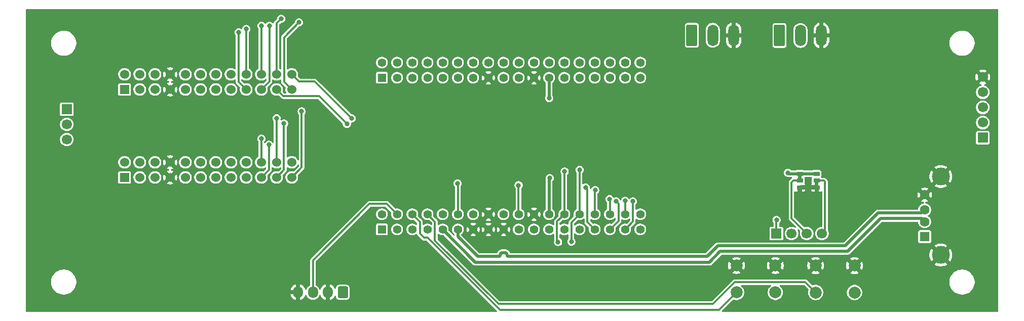
<source format=gbr>
%TF.GenerationSoftware,KiCad,Pcbnew,9.0.7*%
%TF.CreationDate,2026-02-20T18:34:38-05:00*%
%TF.ProjectId,PB_16,50425f31-362e-46b6-9963-61645f706362,v1*%
%TF.SameCoordinates,Original*%
%TF.FileFunction,Copper,L2,Bot*%
%TF.FilePolarity,Positive*%
%FSLAX46Y46*%
G04 Gerber Fmt 4.6, Leading zero omitted, Abs format (unit mm)*
G04 Created by KiCad (PCBNEW 9.0.7) date 2026-02-20 18:34:38*
%MOMM*%
%LPD*%
G01*
G04 APERTURE LIST*
G04 Aperture macros list*
%AMRoundRect*
0 Rectangle with rounded corners*
0 $1 Rounding radius*
0 $2 $3 $4 $5 $6 $7 $8 $9 X,Y pos of 4 corners*
0 Add a 4 corners polygon primitive as box body*
4,1,4,$2,$3,$4,$5,$6,$7,$8,$9,$2,$3,0*
0 Add four circle primitives for the rounded corners*
1,1,$1+$1,$2,$3*
1,1,$1+$1,$4,$5*
1,1,$1+$1,$6,$7*
1,1,$1+$1,$8,$9*
0 Add four rect primitives between the rounded corners*
20,1,$1+$1,$2,$3,$4,$5,0*
20,1,$1+$1,$4,$5,$6,$7,0*
20,1,$1+$1,$6,$7,$8,$9,0*
20,1,$1+$1,$8,$9,$2,$3,0*%
G04 Aperture macros list end*
%TA.AperFunction,EtchedComponent*%
%ADD10C,0.000000*%
%TD*%
%TA.AperFunction,ComponentPad*%
%ADD11R,1.700000X1.700000*%
%TD*%
%TA.AperFunction,ComponentPad*%
%ADD12C,1.700000*%
%TD*%
%TA.AperFunction,ComponentPad*%
%ADD13RoundRect,0.250000X0.600000X0.725000X-0.600000X0.725000X-0.600000X-0.725000X0.600000X-0.725000X0*%
%TD*%
%TA.AperFunction,ComponentPad*%
%ADD14O,1.700000X1.950000*%
%TD*%
%TA.AperFunction,ComponentPad*%
%ADD15C,2.000000*%
%TD*%
%TA.AperFunction,ComponentPad*%
%ADD16RoundRect,0.250000X-0.650000X-1.550000X0.650000X-1.550000X0.650000X1.550000X-0.650000X1.550000X0*%
%TD*%
%TA.AperFunction,ComponentPad*%
%ADD17O,1.800000X3.600000*%
%TD*%
%TA.AperFunction,ComponentPad*%
%ADD18R,1.530000X1.530000*%
%TD*%
%TA.AperFunction,ComponentPad*%
%ADD19C,1.530000*%
%TD*%
%TA.AperFunction,ComponentPad*%
%ADD20R,1.600000X1.600000*%
%TD*%
%TA.AperFunction,ComponentPad*%
%ADD21C,1.600000*%
%TD*%
%TA.AperFunction,ComponentPad*%
%ADD22C,3.000000*%
%TD*%
%TA.AperFunction,ComponentPad*%
%ADD23R,1.408000X1.408000*%
%TD*%
%TA.AperFunction,ComponentPad*%
%ADD24C,1.408000*%
%TD*%
%TA.AperFunction,SMDPad,CuDef*%
%ADD25R,1.000000X0.700000*%
%TD*%
%TA.AperFunction,ViaPad*%
%ADD26C,0.800000*%
%TD*%
%TA.AperFunction,Conductor*%
%ADD27C,0.550000*%
%TD*%
%TA.AperFunction,Conductor*%
%ADD28C,0.350000*%
%TD*%
%TA.AperFunction,Conductor*%
%ADD29C,0.500000*%
%TD*%
G04 APERTURE END LIST*
D10*
%TA.AperFunction,EtchedComponent*%
%TO.C,JP1*%
G36*
X216016000Y-99541000D02*
G01*
X215416000Y-99541000D01*
X215416000Y-99041000D01*
X216016000Y-99041000D01*
X216016000Y-99541000D01*
G37*
%TD.AperFunction*%
%TA.AperFunction,EtchedComponent*%
%TO.C,JP2*%
G36*
X218816000Y-100684000D02*
G01*
X218216000Y-100684000D01*
X218216000Y-100184000D01*
X218816000Y-100184000D01*
X218816000Y-100684000D01*
G37*
%TD.AperFunction*%
%TD*%
D11*
%TO.P,J2,1,Pin_1*%
%TO.N,I2C_SDA*%
X211785200Y-108712000D03*
D12*
%TO.P,J2,2,Pin_2*%
%TO.N,I2C_SCL*%
X214325200Y-108712000D03*
%TO.P,J2,3,Pin_3*%
%TO.N,/OLED_Pin_3*%
X216865200Y-108712000D03*
%TO.P,J2,4,Pin_4*%
%TO.N,/OLED_Pin_4*%
X219405200Y-108712000D03*
%TD*%
D13*
%TO.P,J3,1,Pin_1*%
%TO.N,GPIO1*%
X139344400Y-118557040D03*
D14*
%TO.P,J3,2,Pin_2*%
%TO.N,GND*%
X136844400Y-118557040D03*
%TO.P,J3,3,Pin_3*%
%TO.N,GPIO2*%
X134344400Y-118557040D03*
%TO.P,J3,4,Pin_4*%
%TO.N,GND*%
X131844400Y-118557040D03*
%TD*%
D11*
%TO.P,J4,1,Pin_1*%
%TO.N,unconnected-(J4-Pin_1-Pad1)*%
X246278400Y-92671900D03*
D12*
%TO.P,J4,2,Pin_2*%
%TO.N,I2C_SCL*%
X246278400Y-90131900D03*
%TO.P,J4,3,Pin_3*%
%TO.N,I2C_SDA*%
X246278400Y-87591900D03*
%TO.P,J4,4,Pin_4*%
%TO.N,+3V3*%
X246278400Y-85051900D03*
%TO.P,J4,5,Pin_5*%
%TO.N,GND*%
X246278400Y-82511900D03*
%TD*%
D15*
%TO.P,SW3,1,A*%
%TO.N,GND*%
X218351100Y-114084100D03*
X224851100Y-114084100D03*
%TO.P,SW3,2,B*%
%TO.N,BTN2*%
X218351100Y-118584100D03*
X224851100Y-118584100D03*
%TD*%
%TO.P,SW2,1,A*%
%TO.N,GND*%
X205130400Y-114071400D03*
X211630400Y-114071400D03*
%TO.P,SW2,2,B*%
%TO.N,BTN1*%
X205130400Y-118571400D03*
X211630400Y-118571400D03*
%TD*%
D16*
%TO.P,J7,1,Pin_1*%
%TO.N,/Serial/DMX1+*%
X197667880Y-75519280D03*
D17*
%TO.P,J7,2,Pin_2*%
%TO.N,/Serial/DMX1-*%
X201167880Y-75519280D03*
%TO.P,J7,3,Pin_3*%
%TO.N,GND*%
X204667880Y-75519280D03*
%TD*%
D18*
%TO.P,J6,1,Pin_1*%
%TO.N,/PWR2*%
X102870000Y-99314000D03*
D19*
%TO.P,J6,2,Pin_2*%
X102870000Y-96774000D03*
%TO.P,J6,3,Pin_3*%
%TO.N,unconnected-(J6-Pin_3-Pad3)*%
X105410000Y-99314000D03*
%TO.P,J6,4,Pin_4*%
%TO.N,unconnected-(J6-Pin_4-Pad4)*%
X105410000Y-96774000D03*
%TO.P,J6,5,Pin_5*%
%TO.N,unconnected-(J6-Pin_5-Pad5)*%
X107950000Y-99314000D03*
%TO.P,J6,6,Pin_6*%
%TO.N,unconnected-(J6-Pin_6-Pad6)*%
X107950000Y-96774000D03*
%TO.P,J6,7,Pin_7*%
%TO.N,GND*%
X110490000Y-99314000D03*
%TO.P,J6,8,Pin_8*%
X110490000Y-96774000D03*
%TO.P,J6,9,Pin_9*%
%TO.N,OUT17*%
X113030000Y-99314000D03*
%TO.P,J6,10,Pin_10*%
%TO.N,OUT18*%
X113030000Y-96774000D03*
%TO.P,J6,11,Pin_11*%
%TO.N,OUT19*%
X115570000Y-99314000D03*
%TO.P,J6,12,Pin_12*%
%TO.N,OUT20*%
X115570000Y-96774000D03*
%TO.P,J6,13,Pin_13*%
%TO.N,OUT21*%
X118110000Y-99314000D03*
%TO.P,J6,14,Pin_14*%
%TO.N,OUT22*%
X118110000Y-96774000D03*
%TO.P,J6,15,Pin_15*%
%TO.N,OUT23*%
X120650000Y-99314000D03*
%TO.P,J6,16,Pin_16*%
%TO.N,OUT24*%
X120650000Y-96774000D03*
%TO.P,J6,17,Pin_17*%
%TO.N,OUT25*%
X123190000Y-99314000D03*
%TO.P,J6,18,Pin_18*%
%TO.N,OUT26*%
X123190000Y-96774000D03*
%TO.P,J6,19,Pin_19*%
%TO.N,OUT27*%
X125730000Y-99314000D03*
%TO.P,J6,20,Pin_20*%
%TO.N,OUT28*%
X125730000Y-96774000D03*
%TO.P,J6,21,Pin_21*%
%TO.N,OUT29*%
X128270000Y-99314000D03*
%TO.P,J6,22,Pin_22*%
%TO.N,OUT30*%
X128270000Y-96774000D03*
%TO.P,J6,23,Pin_23*%
%TO.N,OUT31*%
X130810000Y-99314000D03*
%TO.P,J6,24,Pin_24*%
%TO.N,OUT32*%
X130810000Y-96774000D03*
%TD*%
D18*
%TO.P,J5,1,Pin_1*%
%TO.N,/PWR1*%
X102870000Y-84582000D03*
D19*
%TO.P,J5,2,Pin_2*%
X102870000Y-82042000D03*
%TO.P,J5,3,Pin_3*%
%TO.N,unconnected-(J5-Pin_3-Pad3)*%
X105410000Y-84582000D03*
%TO.P,J5,4,Pin_4*%
%TO.N,unconnected-(J5-Pin_4-Pad4)*%
X105410000Y-82042000D03*
%TO.P,J5,5,Pin_5*%
%TO.N,unconnected-(J5-Pin_5-Pad5)*%
X107950000Y-84582000D03*
%TO.P,J5,6,Pin_6*%
%TO.N,unconnected-(J5-Pin_6-Pad6)*%
X107950000Y-82042000D03*
%TO.P,J5,7,Pin_7*%
%TO.N,GND*%
X110490000Y-84582000D03*
%TO.P,J5,8,Pin_8*%
X110490000Y-82042000D03*
%TO.P,J5,9,Pin_9*%
%TO.N,OUT1*%
X113030000Y-84582000D03*
%TO.P,J5,10,Pin_10*%
%TO.N,OUT2*%
X113030000Y-82042000D03*
%TO.P,J5,11,Pin_11*%
%TO.N,OUT3*%
X115570000Y-84582000D03*
%TO.P,J5,12,Pin_12*%
%TO.N,OUT4*%
X115570000Y-82042000D03*
%TO.P,J5,13,Pin_13*%
%TO.N,OUT5*%
X118110000Y-84582000D03*
%TO.P,J5,14,Pin_14*%
%TO.N,OUT6*%
X118110000Y-82042000D03*
%TO.P,J5,15,Pin_15*%
%TO.N,OUT7*%
X120650000Y-84582000D03*
%TO.P,J5,16,Pin_16*%
%TO.N,OUT8*%
X120650000Y-82042000D03*
%TO.P,J5,17,Pin_17*%
%TO.N,OUT9*%
X123190000Y-84582000D03*
%TO.P,J5,18,Pin_18*%
%TO.N,OUT10*%
X123190000Y-82042000D03*
%TO.P,J5,19,Pin_19*%
%TO.N,OUT11*%
X125730000Y-84582000D03*
%TO.P,J5,20,Pin_20*%
%TO.N,OUT12*%
X125730000Y-82042000D03*
%TO.P,J5,21,Pin_21*%
%TO.N,OUT13*%
X128270000Y-84582000D03*
%TO.P,J5,22,Pin_22*%
%TO.N,OUT14*%
X128270000Y-82042000D03*
%TO.P,J5,23,Pin_23*%
%TO.N,OUT15*%
X130810000Y-84582000D03*
%TO.P,J5,24,Pin_24*%
%TO.N,OUT16*%
X130810000Y-82042000D03*
%TD*%
D11*
%TO.P,J9,1,Pin_1*%
%TO.N,/PWR1*%
X93218000Y-87884000D03*
D12*
%TO.P,J9,2,Pin_2*%
%TO.N,+5V*%
X93218000Y-90424000D03*
%TO.P,J9,3,Pin_3*%
%TO.N,/PWR2*%
X93218000Y-92964000D03*
%TD*%
D16*
%TO.P,J8,1,Pin_1*%
%TO.N,/Serial/DMX2+*%
X212318600Y-75539600D03*
D17*
%TO.P,J8,2,Pin_2*%
%TO.N,/Serial/DMX2-*%
X215818600Y-75539600D03*
%TO.P,J8,3,Pin_3*%
%TO.N,GND*%
X219318600Y-75539600D03*
%TD*%
D20*
%TO.P,J1,1,VBUS*%
%TO.N,/USB/VBUS*%
X236566000Y-109234000D03*
D21*
%TO.P,J1,2,D-*%
%TO.N,USB_D-*%
X236566000Y-106734000D03*
%TO.P,J1,3,D+*%
%TO.N,USB_D+*%
X236566000Y-104734000D03*
%TO.P,J1,4,GND*%
%TO.N,GND*%
X236566000Y-102234000D03*
D22*
%TO.P,J1,5,Shield*%
X239276000Y-112304000D03*
X239276000Y-99164000D03*
%TD*%
D23*
%TO.P,U1,P1_1,SYS_VIN*%
%TO.N,+5V*%
X145872200Y-108026200D03*
D24*
%TO.P,U1,P1_2,AIN6/GPIO87*%
%TO.N,GPIO1*%
X145872200Y-105486200D03*
%TO.P,U1,P1_3,USB1_DRVVBUS*%
%TO.N,USB_DVBUS*%
X148412200Y-108026200D03*
%TO.P,U1,P1_4,GPIO_89*%
%TO.N,GPIO2*%
X148412200Y-105486200D03*
%TO.P,U1,P1_5,USB1_VBUS*%
%TO.N,V_USB*%
X150952200Y-108026200D03*
%TO.P,U1,P1_6,SPI0_CS*%
%TO.N,BTN1*%
X150952200Y-105486200D03*
%TO.P,U1,P1_7,USB1_VIN*%
%TO.N,V_USB*%
X153492200Y-108026200D03*
%TO.P,U1,P1_8,SPI0_CLK*%
%TO.N,BTN2*%
X153492200Y-105486200D03*
%TO.P,U1,P1_9,USB1_DN*%
%TO.N,USB_D-*%
X156032200Y-108026200D03*
%TO.P,U1,P1_10,SPI0_MISO*%
%TO.N,unconnected-(U1A-SPI0_MISO-PadP1_10)*%
X156032200Y-105486200D03*
%TO.P,U1,P1_11,USB1_DP*%
%TO.N,USB_D+*%
X158572200Y-108026200D03*
%TO.P,U1,P1_12,SPI0_MOSI*%
%TO.N,OUT23*%
X158572200Y-105486200D03*
%TO.P,U1,P1_13,USB1_ID*%
%TO.N,GND*%
X161112200Y-108026200D03*
%TO.P,U1,P1_14,SYS_3.3V*%
%TO.N,+3V3*%
X161112200Y-105486200D03*
%TO.P,U1,P1_15,USB1_GND*%
%TO.N,GND*%
X163652200Y-108026200D03*
%TO.P,U1,P1_16,SYS_GND*%
X163652200Y-105486200D03*
%TO.P,U1,P1_17,AIN1.8V_REF-*%
X166192200Y-108026200D03*
%TO.P,U1,P1_18,AIN1.8V_REF+*%
%TO.N,unconnected-(U1A-AIN1.8V_REF+-PadP1_18)*%
X166192200Y-105486200D03*
%TO.P,U1,P1_19,AIN0(1.8V)*%
%TO.N,unconnected-(U1A-AIN0(1.8V)-PadP1_19)*%
X168732200Y-108026200D03*
%TO.P,U1,P1_20,GPIO_20*%
%TO.N,OUT22*%
X168732200Y-105486200D03*
%TO.P,U1,P1_21,AIN1(1.8V)*%
%TO.N,unconnected-(U1A-AIN1(1.8V)-PadP1_21)*%
X171272200Y-108026200D03*
%TO.P,U1,P1_22,SYS_GND*%
%TO.N,GND*%
X171272200Y-105486200D03*
%TO.P,U1,P1_23,AIN2(1.8V)*%
%TO.N,unconnected-(U1A-AIN2(1.8V)-PadP1_23)*%
X173812200Y-108026200D03*
%TO.P,U1,P1_24,SYS_VOUT*%
%TO.N,5V_Serial*%
X173812200Y-105486200D03*
%TO.P,U1,P1_25,AIN3(1.8V)*%
%TO.N,unconnected-(U1A-AIN3(1.8V)-PadP1_25)*%
X176352200Y-108026200D03*
%TO.P,U1,P1_26,I2C2_SDA*%
%TO.N,I2C_SDA*%
X176352200Y-105486200D03*
%TO.P,U1,P1_27,AIN4(1.8V)*%
%TO.N,unconnected-(U1A-AIN4(1.8V)-PadP1_27)*%
X178892200Y-108026200D03*
%TO.P,U1,P1_28,I2C2_SCL*%
%TO.N,I2C_SCL*%
X178892200Y-105486200D03*
%TO.P,U1,P1_29,PRU0_7*%
%TO.N,OUT13*%
X181432200Y-108026200D03*
%TO.P,U1,P1_30,UART0_TX*%
%TO.N,OUT21*%
X181432200Y-105486200D03*
%TO.P,U1,P1_31,PRU0_4*%
%TO.N,OUT17*%
X183972200Y-108026200D03*
%TO.P,U1,P1_32,UART0_RX*%
%TO.N,OUT20*%
X183972200Y-105486200D03*
%TO.P,U1,P1_33,PRU0_1*%
%TO.N,OUT16*%
X186512200Y-108026200D03*
%TO.P,U1,P1_34,GPIO_26*%
%TO.N,OUT19*%
X186512200Y-105486200D03*
%TO.P,U1,P1_35,PRU1_10*%
%TO.N,OUT18*%
X189052200Y-108026200D03*
%TO.P,U1,P1_36,PWM0_A*%
%TO.N,TXD2*%
X189052200Y-105486200D03*
D23*
%TO.P,U1,P2_1,PWM1_A*%
%TO.N,OUT8*%
X145872200Y-82626200D03*
D24*
%TO.P,U1,P2_2,GPIO_59*%
%TO.N,OUT7*%
X145872200Y-80086200D03*
%TO.P,U1,P2_3,GPIO_23*%
%TO.N,OUT31*%
X148412200Y-82626200D03*
%TO.P,U1,P2_4,GPIO_58*%
%TO.N,OUT6*%
X148412200Y-80086200D03*
%TO.P,U1,P2_5,UART4_RX*%
%TO.N,OUT30*%
X150952200Y-82626200D03*
%TO.P,U1,P2_6,GPIO_57*%
%TO.N,OUT5*%
X150952200Y-80086200D03*
%TO.P,U1,P2_7,UART4_TX*%
%TO.N,OUT29*%
X153492200Y-82626200D03*
%TO.P,U1,P2_8,GPIO_60*%
%TO.N,OUT4*%
X153492200Y-80086200D03*
%TO.P,U1,P2_9,I2C1_SCL*%
%TO.N,OUT24*%
X156032200Y-82626200D03*
%TO.P,U1,P2_10,GPIO_52*%
%TO.N,OUT3*%
X156032200Y-80086200D03*
%TO.P,U1,P2_11,I2C1_SDA*%
%TO.N,OUT25*%
X158572200Y-82626200D03*
%TO.P,U1,P2_12,SYS_PWRBTN*%
%TO.N,unconnected-(U1B-SYS_PWRBTN-PadP2_12)*%
X158572200Y-80086200D03*
%TO.P,U1,P2_13,SYS_VOUT*%
%TO.N,unconnected-(U1A-SYS_VOUT-PadP2_13)*%
X161112200Y-82626200D03*
%TO.P,U1,P2_14,BAT_VIN*%
%TO.N,unconnected-(U1B-BAT_VIN-PadP2_14)*%
X161112200Y-80086200D03*
%TO.P,U1,P2_15,SYS_GND*%
%TO.N,GND*%
X163652200Y-82626200D03*
%TO.P,U1,P2_16,BAT_TEMP*%
%TO.N,unconnected-(U1B-BAT_TEMP-PadP2_16)*%
X163652200Y-80086200D03*
%TO.P,U1,P2_17,GPIO_65*%
%TO.N,OUT28*%
X166192200Y-82626200D03*
%TO.P,U1,P2_18,GPIO_47*%
%TO.N,OUT2*%
X166192200Y-80086200D03*
%TO.P,U1,P2_19,GPIO_27*%
%TO.N,OUT26*%
X168732200Y-82626200D03*
%TO.P,U1,P2_20,GPIO_64*%
%TO.N,OUT27*%
X168732200Y-80086200D03*
%TO.P,U1,P2_21,SYS_GND*%
%TO.N,GND*%
X171272200Y-82626200D03*
%TO.P,U1,P2_22,GPIO_46*%
%TO.N,OUT1*%
X171272200Y-80086200D03*
%TO.P,U1,P2_23,SYS_3.3V*%
%TO.N,+3.3VP*%
X173812200Y-82626200D03*
%TO.P,U1,P2_24,GPIO_48*%
%TO.N,OUT9*%
X173812200Y-80086200D03*
%TO.P,U1,P2_25,SPI1_MOSI*%
%TO.N,OUT10*%
X176352200Y-82626200D03*
%TO.P,U1,P2_26,SYS_NRST*%
%TO.N,unconnected-(U1B-SYS_NRST-PadP2_26)*%
X176352200Y-80086200D03*
%TO.P,U1,P2_27,SPI1_MISO*%
%TO.N,OUT11*%
X178892200Y-82626200D03*
%TO.P,U1,P2_28,PRU0_6*%
%TO.N,OUT32*%
X178892200Y-80086200D03*
%TO.P,U1,P2_29,SPI1_CLK*%
%TO.N,unconnected-(U1B-SPI1_CLK-PadP2_29)*%
X181432200Y-82626200D03*
%TO.P,U1,P2_30,PRU0_3*%
%TO.N,OUT15*%
X181432200Y-80086200D03*
%TO.P,U1,P2_31,SPI1_CS*%
%TO.N,unconnected-(U1B-SPI1_CS-PadP2_31)*%
X183972200Y-82626200D03*
%TO.P,U1,P2_32,PRU0_2*%
%TO.N,TXD1*%
X183972200Y-80086200D03*
%TO.P,U1,P2_33,GPIO_45*%
%TO.N,OUT12*%
X186512200Y-82626200D03*
%TO.P,U1,P2_34,PRU0_5*%
%TO.N,OUT14*%
X186512200Y-80086200D03*
%TO.P,U1,P2_35,AIN5/GPIO86*%
%TO.N,unconnected-(U1B-AIN5{slash}GPIO86-PadP2_35)*%
X189052200Y-82626200D03*
%TO.P,U1,P2_36,AIN7(1.8V)*%
%TO.N,unconnected-(U1B-AIN7(1.8V)-PadP2_36)*%
X189052200Y-80086200D03*
%TD*%
D25*
%TO.P,JP1,1,A*%
%TO.N,+3V3*%
X215716000Y-98691000D03*
%TO.P,JP1,2,C*%
%TO.N,/OLED_Pin_3*%
X215716000Y-99834000D03*
%TO.P,JP1,3,B*%
%TO.N,GND*%
X215716000Y-100977000D03*
%TD*%
%TO.P,JP2,1,A*%
%TO.N,+3V3*%
X218516000Y-98691000D03*
%TO.P,JP2,2,C*%
%TO.N,/OLED_Pin_4*%
X218516000Y-99834000D03*
%TO.P,JP2,3,B*%
%TO.N,GND*%
X218516000Y-100977000D03*
%TD*%
D26*
%TO.N,GND*%
X156716000Y-114434000D03*
X188125100Y-78079600D03*
X180716000Y-97734000D03*
X229516000Y-107334000D03*
X190916000Y-107834000D03*
X199606000Y-114614000D03*
X247396000Y-96774000D03*
X143816000Y-89734000D03*
X156326000Y-110024000D03*
X112776000Y-89154000D03*
X234116000Y-107534000D03*
X174616000Y-94434000D03*
X217131900Y-81584800D03*
X167416000Y-94434000D03*
X231686100Y-111239300D03*
X97536000Y-84074000D03*
X247396000Y-114554000D03*
X100076000Y-119634000D03*
X161216000Y-118934000D03*
X112776000Y-94234000D03*
X237744000Y-73660000D03*
X97028000Y-104902000D03*
X200317100Y-85293200D03*
X200316000Y-118334000D03*
X158916000Y-116434000D03*
X222758000Y-107950000D03*
X219913200Y-90576400D03*
X125222000Y-72136000D03*
X133916000Y-111034000D03*
X165716000Y-97634000D03*
X150816000Y-109934000D03*
X147016000Y-117634000D03*
X231716000Y-102565200D03*
X207216000Y-92534000D03*
X215138000Y-118618000D03*
X102616000Y-112014000D03*
X195106000Y-111404000D03*
X139616000Y-105634000D03*
X195351400Y-72542400D03*
X163626000Y-114814000D03*
X199999600Y-87706200D03*
X117856000Y-114554000D03*
X181559200Y-85826600D03*
X181127400Y-72428100D03*
X143616000Y-114234000D03*
X173716000Y-110534000D03*
X229616000Y-119634000D03*
X141630400Y-115849400D03*
X97536000Y-73914000D03*
X199116000Y-93234000D03*
X105156000Y-89154000D03*
X153771600Y-116687600D03*
X233876000Y-95194000D03*
X185699400Y-84747100D03*
X210046000Y-105914000D03*
X126116000Y-105834000D03*
X143616000Y-109834000D03*
X89916000Y-86614000D03*
X200226000Y-99964000D03*
X225298000Y-73660000D03*
X107696000Y-104394000D03*
X169216000Y-96934000D03*
X105156000Y-73914000D03*
X188899800Y-118160800D03*
X89916000Y-78994000D03*
X183066000Y-114784000D03*
X190416000Y-101734000D03*
X124307600Y-89319100D03*
X229819200Y-113068100D03*
X188316000Y-97934000D03*
X218316000Y-102834000D03*
X98298000Y-103124000D03*
X221488000Y-93472000D03*
X205359000Y-82638900D03*
X247396000Y-119634000D03*
X120396000Y-73914000D03*
X115214400Y-118389400D03*
X105156000Y-94234000D03*
X170516000Y-92034000D03*
X146816000Y-99234000D03*
X152781000Y-116687600D03*
X200686000Y-109734000D03*
X203123800Y-87833200D03*
X97536000Y-78994000D03*
X97028000Y-101346000D03*
X153416000Y-113634000D03*
X95453200Y-90385900D03*
X165416000Y-91634000D03*
X206349600Y-87350600D03*
X215716000Y-102834000D03*
X95504000Y-104902000D03*
X246888000Y-73660000D03*
X208432400Y-89941400D03*
X118948200Y-94780100D03*
X105156000Y-78994000D03*
X95504000Y-101346000D03*
X89916000Y-109474000D03*
X87376000Y-96774000D03*
X172816000Y-96834000D03*
X148416000Y-119234000D03*
X157616000Y-89734000D03*
X165716000Y-118834000D03*
X179916000Y-118834000D03*
X167316000Y-93234000D03*
X238125000Y-90639900D03*
X172116000Y-114784000D03*
X197216000Y-105974000D03*
X170624500Y-85890100D03*
X151416000Y-97634000D03*
X152816000Y-119334000D03*
X139750800Y-82423000D03*
X196672200Y-81521300D03*
X94234000Y-104902000D03*
X112776000Y-73914000D03*
X134137400Y-82448400D03*
X120523000Y-86779100D03*
X229646000Y-93924000D03*
X89916000Y-73914000D03*
X89916000Y-119634000D03*
X107696000Y-114554000D03*
X134454900Y-95465900D03*
X173216000Y-92034000D03*
X94234000Y-101346000D03*
%TO.N,I2C_SCL*%
X177534096Y-110084010D03*
X178916000Y-98034000D03*
%TO.N,I2C_SDA*%
X176416000Y-98334000D03*
X175316000Y-110133992D03*
X211815994Y-106434000D03*
%TO.N,+3V3*%
X213715600Y-98534000D03*
%TO.N,OUT16*%
X140816000Y-89434000D03*
X187816000Y-103334000D03*
%TO.N,OUT15*%
X132003800Y-73353876D03*
%TO.N,OUT14*%
X129032000Y-72757990D03*
%TO.N,OUT13*%
X179916000Y-101009010D03*
X140016000Y-90334000D03*
%TO.N,OUT12*%
X125742700Y-73903891D03*
%TO.N,OUT11*%
X127065256Y-73903889D03*
%TO.N,OUT10*%
X123209964Y-74453902D03*
%TO.N,OUT9*%
X121920000Y-75003913D03*
%TO.N,OUT31*%
X132460998Y-88265000D03*
%TO.N,OUT30*%
X128270000Y-89408012D03*
%TO.N,OUT29*%
X129514600Y-90296992D03*
%TO.N,OUT28*%
X125730000Y-92837000D03*
%TO.N,OUT27*%
X127000008Y-93853000D03*
%TO.N,OUT23*%
X158516000Y-100309010D03*
%TO.N,OUT22*%
X168716000Y-100634000D03*
%TO.N,OUT21*%
X181516000Y-101434000D03*
%TO.N,OUT20*%
X183916000Y-102958991D03*
%TO.N,OUT19*%
X186516000Y-103233998D03*
%TO.N,OUT17*%
X185017985Y-103332015D03*
%TO.N,+3.3VP*%
X173816000Y-86034000D03*
%TO.N,5V_Serial*%
X173916000Y-99434000D03*
%TD*%
D27*
%TO.N,USB_D+*%
X165594630Y-112436858D02*
X165633279Y-112375349D01*
X165917624Y-111918322D02*
X165989812Y-111910188D01*
X165989812Y-111910188D02*
X166441000Y-111910188D01*
X161908503Y-112559000D02*
X165341000Y-112559000D01*
X166797532Y-112375349D02*
X166836181Y-112436858D01*
X165413187Y-112550867D02*
X165481754Y-112526874D01*
X165849057Y-111942315D02*
X165917624Y-111918322D01*
X165736181Y-112032331D02*
X165787548Y-111980964D01*
X167017624Y-112550867D02*
X167089812Y-112559000D01*
X165657272Y-112306782D02*
X165673539Y-112162407D01*
X166643263Y-111980964D02*
X166694630Y-112032331D01*
X166773539Y-112306782D02*
X166797532Y-112375349D01*
X166949057Y-112526874D02*
X167017624Y-112550867D01*
X228819248Y-105259000D02*
X236041000Y-105259000D01*
X166441000Y-111910188D02*
X166513187Y-111918322D01*
X165543263Y-112488225D02*
X165594630Y-112436858D01*
X165341000Y-112559000D02*
X165413187Y-112550867D01*
X166887548Y-112488225D02*
X166949057Y-112526874D01*
X202019248Y-110759000D02*
X223319248Y-110759000D01*
X158572200Y-109222697D02*
X161908503Y-112559000D01*
X166513187Y-111918322D02*
X166581754Y-111942315D01*
X223319248Y-110759000D02*
X228819248Y-105259000D01*
X167089812Y-112559000D02*
X200219248Y-112559000D01*
X165481754Y-112526874D02*
X165543263Y-112488225D01*
X166581754Y-111942315D02*
X166643263Y-111980964D01*
X236041000Y-105259000D02*
X236566000Y-104734000D01*
X166836181Y-112436858D02*
X166887548Y-112488225D01*
X165673539Y-112162407D02*
X165697532Y-112093840D01*
X165697532Y-112093840D02*
X165736181Y-112032331D01*
X165633279Y-112375349D02*
X165657272Y-112306782D01*
X200219248Y-112559000D02*
X202019248Y-110759000D01*
X165787548Y-111980964D02*
X165849057Y-111942315D01*
X166757272Y-112162407D02*
X166773539Y-112306782D01*
X166694630Y-112032331D02*
X166733279Y-112093840D01*
X166733279Y-112093840D02*
X166757272Y-112162407D01*
X158572200Y-108026200D02*
X158572200Y-109222697D01*
%TO.N,USB_D-*%
X223712752Y-111709000D02*
X229212752Y-106209000D01*
X156032200Y-108026200D02*
X161515000Y-113509000D01*
X229212752Y-106209000D02*
X236041000Y-106209000D01*
X161515000Y-113509000D02*
X200612752Y-113509000D01*
X202412752Y-111709000D02*
X223712752Y-111709000D01*
X200612752Y-113509000D02*
X202412752Y-111709000D01*
X236041000Y-106209000D02*
X236566000Y-106734000D01*
D28*
%TO.N,/OLED_Pin_4*%
X219916000Y-108201200D02*
X219405200Y-108712000D01*
X218516000Y-99834000D02*
X219716000Y-99834000D01*
X219716000Y-99834000D02*
X219916000Y-100034000D01*
X219916000Y-100034000D02*
X219916000Y-108201200D01*
%TO.N,/OLED_Pin_3*%
X214616000Y-99834000D02*
X214316000Y-100134000D01*
X214316000Y-106162800D02*
X216865200Y-108712000D01*
X215716000Y-99834000D02*
X214616000Y-99834000D01*
X214316000Y-100134000D02*
X214316000Y-106162800D01*
%TO.N,I2C_SCL*%
X178892200Y-98057800D02*
X178916000Y-98034000D01*
X178892200Y-105486200D02*
X177534096Y-106844304D01*
X177534096Y-106844304D02*
X177534096Y-110084010D01*
X178892200Y-105486200D02*
X178892200Y-98057800D01*
%TO.N,I2C_SDA*%
X176352200Y-105486200D02*
X176352200Y-98397800D01*
X176352200Y-98397800D02*
X176416000Y-98334000D01*
X211785200Y-106464794D02*
X211815994Y-106434000D01*
X211785200Y-108712000D02*
X211785200Y-106464794D01*
X176352200Y-105486200D02*
X175116000Y-106722400D01*
X175116000Y-106722400D02*
X175116000Y-109933992D01*
X175116000Y-109933992D02*
X175316000Y-110133992D01*
%TO.N,GPIO2*%
X134344400Y-113229400D02*
X143814800Y-103759000D01*
X134344400Y-118557040D02*
X134344400Y-113229400D01*
X143814800Y-103759000D02*
X146685000Y-103759000D01*
X146685000Y-103759000D02*
X148412200Y-105486200D01*
D29*
%TO.N,+3V3*%
X213872600Y-98691000D02*
X213715600Y-98534000D01*
X215716000Y-98691000D02*
X213872600Y-98691000D01*
X218516000Y-98691000D02*
X215716000Y-98691000D01*
D28*
%TO.N,OUT16*%
X131991401Y-83223401D02*
X134605401Y-83223401D01*
X130810000Y-82042000D02*
X131991401Y-83223401D01*
X187816000Y-106722400D02*
X186512200Y-108026200D01*
X187816000Y-103334000D02*
X187816000Y-106722400D01*
X134605401Y-83223401D02*
X140816000Y-89434000D01*
%TO.N,OUT15*%
X129516000Y-83288000D02*
X129516000Y-75841676D01*
X129516000Y-75841676D02*
X132003800Y-73353876D01*
X130810000Y-84582000D02*
X129516000Y-83288000D01*
%TO.N,OUT14*%
X128270000Y-82042000D02*
X128270000Y-73519990D01*
X128270000Y-73519990D02*
X129032000Y-72757990D01*
%TO.N,OUT13*%
X180216000Y-101309010D02*
X179916000Y-101009010D01*
X129410001Y-85722001D02*
X135404001Y-85722001D01*
X180216000Y-106810000D02*
X180216000Y-101309010D01*
X135404001Y-85722001D02*
X140016000Y-90334000D01*
X128270000Y-84582000D02*
X129410001Y-85722001D01*
X181432200Y-108026200D02*
X180216000Y-106810000D01*
%TO.N,OUT12*%
X125730000Y-82042000D02*
X125730000Y-73916591D01*
X125730000Y-73916591D02*
X125742700Y-73903891D01*
%TO.N,OUT11*%
X127065256Y-83246744D02*
X127065256Y-73903889D01*
X125730000Y-84582000D02*
X127065256Y-83246744D01*
%TO.N,OUT10*%
X123190000Y-82042000D02*
X123209964Y-82022036D01*
X123209964Y-82022036D02*
X123209964Y-74453902D01*
%TO.N,OUT9*%
X123190000Y-84582000D02*
X121920000Y-83312000D01*
X121920000Y-83312000D02*
X121920000Y-75003913D01*
%TO.N,BTN1*%
X202181810Y-121519990D02*
X205130400Y-118571400D01*
X152916000Y-109434000D02*
X153516000Y-109434000D01*
X152216000Y-108734000D02*
X152916000Y-109434000D01*
X150952200Y-105486200D02*
X152216000Y-106750000D01*
X165601990Y-121519990D02*
X202181810Y-121519990D01*
X152216000Y-106750000D02*
X152216000Y-108734000D01*
X153516000Y-109434000D02*
X165601990Y-121519990D01*
%TO.N,BTN2*%
X153492200Y-105486200D02*
X154736800Y-106730800D01*
X216632400Y-116865400D02*
X218351100Y-118584100D01*
X201193400Y-120523000D02*
X204851000Y-116865400D01*
X165382832Y-120523000D02*
X201193400Y-120523000D01*
X204851000Y-116865400D02*
X216632400Y-116865400D01*
X154736800Y-109876968D02*
X165382832Y-120523000D01*
X154736800Y-106730800D02*
X154736800Y-109876968D01*
%TO.N,OUT31*%
X132460998Y-97663002D02*
X132460998Y-88830685D01*
X132460998Y-88830685D02*
X132460998Y-88265000D01*
X130810000Y-99314000D02*
X132460998Y-97663002D01*
%TO.N,OUT30*%
X128270000Y-96774000D02*
X128270000Y-89408012D01*
%TO.N,OUT29*%
X129514600Y-98069400D02*
X129514600Y-90296992D01*
X128270000Y-99314000D02*
X129514600Y-98069400D01*
%TO.N,OUT28*%
X125730000Y-96774000D02*
X125730000Y-92837000D01*
%TO.N,OUT27*%
X127000008Y-94418685D02*
X127000008Y-93853000D01*
X125730000Y-99314000D02*
X127000008Y-98043992D01*
X127000008Y-98043992D02*
X127000008Y-94418685D01*
%TO.N,OUT23*%
X158572200Y-100365210D02*
X158516000Y-100309010D01*
X158572200Y-105486200D02*
X158572200Y-100365210D01*
%TO.N,OUT22*%
X168716000Y-105470000D02*
X168732200Y-105486200D01*
X168716000Y-100634000D02*
X168716000Y-105470000D01*
%TO.N,OUT21*%
X181432200Y-105486200D02*
X181432200Y-101517800D01*
X181432200Y-101517800D02*
X181516000Y-101434000D01*
%TO.N,OUT20*%
X183972200Y-105486200D02*
X183972200Y-103015191D01*
X183972200Y-103015191D02*
X183916000Y-102958991D01*
%TO.N,OUT19*%
X186512200Y-105486200D02*
X186512200Y-103237798D01*
X186512200Y-103237798D02*
X186516000Y-103233998D01*
%TO.N,OUT17*%
X183972200Y-108026200D02*
X185417984Y-106580416D01*
X185417984Y-103732014D02*
X185017985Y-103332015D01*
X185417984Y-106580416D02*
X185417984Y-103732014D01*
D29*
%TO.N,+3.3VP*%
X173812200Y-86030200D02*
X173816000Y-86034000D01*
X173812200Y-82626200D02*
X173812200Y-86030200D01*
%TO.N,5V_Serial*%
X173812200Y-99537800D02*
X173916000Y-99434000D01*
X173812200Y-105486200D02*
X173812200Y-99537800D01*
%TD*%
%TA.AperFunction,Conductor*%
%TO.N,GND*%
G36*
X248818462Y-71165502D02*
G01*
X248864955Y-71219158D01*
X248876341Y-71271500D01*
X248876341Y-121708000D01*
X248856339Y-121776121D01*
X248802683Y-121822614D01*
X248750341Y-121834000D01*
X202816164Y-121834000D01*
X202748043Y-121813998D01*
X202701550Y-121760342D01*
X202691446Y-121690068D01*
X202720940Y-121625488D01*
X202727056Y-121618917D01*
X204545792Y-119800180D01*
X204608101Y-119766158D01*
X204673816Y-119769444D01*
X204830549Y-119820370D01*
X205029622Y-119851900D01*
X205029625Y-119851900D01*
X205231175Y-119851900D01*
X205231178Y-119851900D01*
X205430251Y-119820370D01*
X205621942Y-119758086D01*
X205801529Y-119666582D01*
X205964590Y-119548111D01*
X206107111Y-119405590D01*
X206225582Y-119242529D01*
X206317086Y-119062942D01*
X206379370Y-118871251D01*
X206410900Y-118672178D01*
X206410900Y-118470622D01*
X206379370Y-118271549D01*
X206317086Y-118079858D01*
X206225582Y-117900271D01*
X206145834Y-117790508D01*
X206107109Y-117737207D01*
X205964592Y-117594690D01*
X205901479Y-117548836D01*
X205858125Y-117492613D01*
X205852050Y-117421877D01*
X205885182Y-117359086D01*
X205947002Y-117324174D01*
X205975540Y-117320900D01*
X210785260Y-117320900D01*
X210853381Y-117340902D01*
X210899874Y-117394558D01*
X210909978Y-117464832D01*
X210880484Y-117529412D01*
X210859321Y-117548836D01*
X210796207Y-117594690D01*
X210653690Y-117737207D01*
X210535220Y-117900267D01*
X210443715Y-118079856D01*
X210443712Y-118079862D01*
X210381431Y-118271543D01*
X210381430Y-118271548D01*
X210381430Y-118271549D01*
X210349900Y-118470622D01*
X210349900Y-118672178D01*
X210377858Y-118848697D01*
X210381431Y-118871256D01*
X210443712Y-119062937D01*
X210443714Y-119062942D01*
X210495009Y-119163614D01*
X210535220Y-119242532D01*
X210653690Y-119405592D01*
X210796207Y-119548109D01*
X210796210Y-119548111D01*
X210959271Y-119666582D01*
X211138858Y-119758086D01*
X211330549Y-119820370D01*
X211529622Y-119851900D01*
X211529625Y-119851900D01*
X211731175Y-119851900D01*
X211731178Y-119851900D01*
X211930251Y-119820370D01*
X212121942Y-119758086D01*
X212301529Y-119666582D01*
X212464590Y-119548111D01*
X212607111Y-119405590D01*
X212725582Y-119242529D01*
X212817086Y-119062942D01*
X212879370Y-118871251D01*
X212910900Y-118672178D01*
X212910900Y-118470622D01*
X212879370Y-118271549D01*
X212817086Y-118079858D01*
X212725582Y-117900271D01*
X212645834Y-117790508D01*
X212607109Y-117737207D01*
X212464592Y-117594690D01*
X212401479Y-117548836D01*
X212358125Y-117492613D01*
X212352050Y-117421877D01*
X212385182Y-117359086D01*
X212447002Y-117324174D01*
X212475540Y-117320900D01*
X216391536Y-117320900D01*
X216459657Y-117340902D01*
X216480631Y-117357805D01*
X217122316Y-117999490D01*
X217156342Y-118061802D01*
X217153054Y-118127521D01*
X217102131Y-118284243D01*
X217102130Y-118284248D01*
X217102130Y-118284249D01*
X217070600Y-118483322D01*
X217070600Y-118684878D01*
X217102130Y-118883951D01*
X217102131Y-118883956D01*
X217164412Y-119075637D01*
X217164414Y-119075642D01*
X217249449Y-119242532D01*
X217255920Y-119255232D01*
X217374390Y-119418292D01*
X217516907Y-119560809D01*
X217516910Y-119560811D01*
X217679971Y-119679282D01*
X217859558Y-119770786D01*
X218051249Y-119833070D01*
X218250322Y-119864600D01*
X218250325Y-119864600D01*
X218451875Y-119864600D01*
X218451878Y-119864600D01*
X218650951Y-119833070D01*
X218842642Y-119770786D01*
X219022229Y-119679282D01*
X219185290Y-119560811D01*
X219327811Y-119418290D01*
X219446282Y-119255229D01*
X219537786Y-119075642D01*
X219600070Y-118883951D01*
X219631600Y-118684878D01*
X219631600Y-118483322D01*
X223570600Y-118483322D01*
X223570600Y-118684878D01*
X223602130Y-118883951D01*
X223602131Y-118883956D01*
X223664412Y-119075637D01*
X223664414Y-119075642D01*
X223749449Y-119242532D01*
X223755920Y-119255232D01*
X223874390Y-119418292D01*
X224016907Y-119560809D01*
X224016910Y-119560811D01*
X224179971Y-119679282D01*
X224359558Y-119770786D01*
X224551249Y-119833070D01*
X224750322Y-119864600D01*
X224750325Y-119864600D01*
X224951875Y-119864600D01*
X224951878Y-119864600D01*
X225150951Y-119833070D01*
X225342642Y-119770786D01*
X225522229Y-119679282D01*
X225685290Y-119560811D01*
X225827811Y-119418290D01*
X225946282Y-119255229D01*
X226037786Y-119075642D01*
X226100070Y-118883951D01*
X226131600Y-118684878D01*
X226131600Y-118483322D01*
X226100070Y-118284249D01*
X226037786Y-118092558D01*
X225946282Y-117912971D01*
X225827811Y-117749910D01*
X225827809Y-117749907D01*
X225685292Y-117607390D01*
X225522232Y-117488920D01*
X225522231Y-117488919D01*
X225522229Y-117488918D01*
X225342642Y-117397414D01*
X225342639Y-117397413D01*
X225342637Y-117397412D01*
X225150956Y-117335131D01*
X225150952Y-117335130D01*
X225150951Y-117335130D01*
X224951878Y-117303600D01*
X224750322Y-117303600D01*
X224551249Y-117335130D01*
X224551243Y-117335131D01*
X224359562Y-117397412D01*
X224359556Y-117397415D01*
X224179967Y-117488920D01*
X224016907Y-117607390D01*
X223874390Y-117749907D01*
X223755920Y-117912967D01*
X223664415Y-118092556D01*
X223664412Y-118092562D01*
X223602131Y-118284243D01*
X223602130Y-118284248D01*
X223602130Y-118284249D01*
X223570600Y-118483322D01*
X219631600Y-118483322D01*
X219600070Y-118284249D01*
X219537786Y-118092558D01*
X219446282Y-117912971D01*
X219327811Y-117749910D01*
X219327809Y-117749907D01*
X219185292Y-117607390D01*
X219022232Y-117488920D01*
X219022231Y-117488919D01*
X219022229Y-117488918D01*
X218842642Y-117397414D01*
X218842639Y-117397413D01*
X218842637Y-117397412D01*
X218650956Y-117335131D01*
X218650952Y-117335130D01*
X218650951Y-117335130D01*
X218451878Y-117303600D01*
X218250322Y-117303600D01*
X218051249Y-117335130D01*
X218051243Y-117335131D01*
X217894521Y-117386054D01*
X217823554Y-117388082D01*
X217766491Y-117355317D01*
X217198470Y-116787296D01*
X217198468Y-116787293D01*
X217113498Y-116702323D01*
X240723500Y-116702323D01*
X240723500Y-116977676D01*
X240759438Y-117250659D01*
X240759440Y-117250666D01*
X240830705Y-117516632D01*
X240872574Y-117617713D01*
X240936077Y-117771022D01*
X240936083Y-117771033D01*
X241073748Y-118009475D01*
X241241372Y-118227928D01*
X241241381Y-118227938D01*
X241436061Y-118422618D01*
X241436071Y-118422627D01*
X241436072Y-118422628D01*
X241550816Y-118510674D01*
X241654524Y-118590251D01*
X241892966Y-118727916D01*
X241892977Y-118727922D01*
X241892979Y-118727923D01*
X242147368Y-118833295D01*
X242413334Y-118904560D01*
X242413338Y-118904560D01*
X242413340Y-118904561D01*
X242483696Y-118913823D01*
X242686326Y-118940500D01*
X242686333Y-118940500D01*
X242961667Y-118940500D01*
X242961674Y-118940500D01*
X243208391Y-118908019D01*
X243234659Y-118904561D01*
X243234659Y-118904560D01*
X243234666Y-118904560D01*
X243500632Y-118833295D01*
X243755021Y-118727923D01*
X243993479Y-118590249D01*
X244211928Y-118422628D01*
X244406628Y-118227928D01*
X244574249Y-118009479D01*
X244711923Y-117771021D01*
X244817295Y-117516632D01*
X244888560Y-117250666D01*
X244924500Y-116977674D01*
X244924500Y-116702326D01*
X244888560Y-116429334D01*
X244817295Y-116163368D01*
X244711923Y-115908979D01*
X244711922Y-115908977D01*
X244711916Y-115908966D01*
X244574251Y-115670524D01*
X244406627Y-115452071D01*
X244406618Y-115452061D01*
X244211938Y-115257381D01*
X244211928Y-115257372D01*
X243993475Y-115089748D01*
X243755033Y-114952083D01*
X243755022Y-114952077D01*
X243627826Y-114899391D01*
X243500632Y-114846705D01*
X243315473Y-114797092D01*
X243234659Y-114775438D01*
X242961676Y-114739500D01*
X242961674Y-114739500D01*
X242686326Y-114739500D01*
X242686323Y-114739500D01*
X242413340Y-114775438D01*
X242147368Y-114846705D01*
X241892977Y-114952077D01*
X241892966Y-114952083D01*
X241654524Y-115089748D01*
X241436071Y-115257372D01*
X241436061Y-115257381D01*
X241241381Y-115452061D01*
X241241372Y-115452071D01*
X241073748Y-115670524D01*
X240936083Y-115908966D01*
X240936077Y-115908977D01*
X240830705Y-116163368D01*
X240759438Y-116429340D01*
X240723500Y-116702323D01*
X217113498Y-116702323D01*
X216912089Y-116500914D01*
X216912079Y-116500906D01*
X216808218Y-116440942D01*
X216808215Y-116440941D01*
X216692371Y-116409900D01*
X216692368Y-116409900D01*
X204791032Y-116409900D01*
X204791028Y-116409900D01*
X204675184Y-116440941D01*
X204675181Y-116440942D01*
X204571320Y-116500906D01*
X204571310Y-116500914D01*
X201041631Y-120030595D01*
X200979319Y-120064621D01*
X200952536Y-120067500D01*
X165623696Y-120067500D01*
X165555575Y-120047498D01*
X165534601Y-120030595D01*
X155229205Y-109725199D01*
X155195179Y-109662887D01*
X155192300Y-109636104D01*
X155192300Y-108882784D01*
X155212302Y-108814663D01*
X155265958Y-108768170D01*
X155336232Y-108758066D01*
X155399756Y-108787077D01*
X155399833Y-108786984D01*
X155400187Y-108787274D01*
X155400812Y-108787560D01*
X155402873Y-108789479D01*
X155404618Y-108790911D01*
X155565864Y-108898653D01*
X155745032Y-108972867D01*
X155908803Y-109005442D01*
X155935229Y-109010699D01*
X155935232Y-109010699D01*
X155935235Y-109010700D01*
X155935236Y-109010700D01*
X156129165Y-109010700D01*
X156129173Y-109010699D01*
X156148135Y-109006927D01*
X156218849Y-109013253D01*
X156261814Y-109041410D01*
X161173908Y-113953505D01*
X161173913Y-113953509D01*
X161173915Y-113953511D01*
X161173916Y-113953512D01*
X161173918Y-113953513D01*
X161300579Y-114026640D01*
X161300580Y-114026640D01*
X161300585Y-114026643D01*
X161441867Y-114064500D01*
X161441870Y-114064500D01*
X200685882Y-114064500D01*
X200685885Y-114064500D01*
X200827167Y-114026643D01*
X200940483Y-113961221D01*
X203730400Y-113961221D01*
X203730400Y-114181578D01*
X203764874Y-114399239D01*
X203832967Y-114608808D01*
X203832972Y-114608820D01*
X203922430Y-114784392D01*
X203922431Y-114784392D01*
X204580400Y-114126423D01*
X204580400Y-114143809D01*
X204617882Y-114283692D01*
X204690290Y-114409108D01*
X204792692Y-114511510D01*
X204918108Y-114583918D01*
X205057991Y-114621400D01*
X205075373Y-114621400D01*
X204417405Y-115279367D01*
X204417405Y-115279368D01*
X204592979Y-115368827D01*
X204592991Y-115368832D01*
X204802562Y-115436925D01*
X204802558Y-115436925D01*
X205020221Y-115471400D01*
X205240579Y-115471400D01*
X205458239Y-115436925D01*
X205667808Y-115368832D01*
X205667814Y-115368829D01*
X205843392Y-115279367D01*
X205185426Y-114621400D01*
X205202809Y-114621400D01*
X205342692Y-114583918D01*
X205468108Y-114511510D01*
X205570510Y-114409108D01*
X205642918Y-114283692D01*
X205680400Y-114143809D01*
X205680400Y-114126425D01*
X206338367Y-114784392D01*
X206427829Y-114608814D01*
X206427832Y-114608808D01*
X206495925Y-114399239D01*
X206530400Y-114181578D01*
X206530400Y-113961221D01*
X210230400Y-113961221D01*
X210230400Y-114181578D01*
X210264874Y-114399239D01*
X210332967Y-114608808D01*
X210332972Y-114608820D01*
X210422430Y-114784392D01*
X210422431Y-114784392D01*
X211080400Y-114126423D01*
X211080400Y-114143809D01*
X211117882Y-114283692D01*
X211190290Y-114409108D01*
X211292692Y-114511510D01*
X211418108Y-114583918D01*
X211557991Y-114621400D01*
X211575373Y-114621400D01*
X210917405Y-115279367D01*
X210917405Y-115279368D01*
X211092979Y-115368827D01*
X211092991Y-115368832D01*
X211302562Y-115436925D01*
X211302558Y-115436925D01*
X211520221Y-115471400D01*
X211740579Y-115471400D01*
X211958239Y-115436925D01*
X212167808Y-115368832D01*
X212167814Y-115368829D01*
X212343392Y-115279367D01*
X211685426Y-114621400D01*
X211702809Y-114621400D01*
X211842692Y-114583918D01*
X211968108Y-114511510D01*
X212070510Y-114409108D01*
X212142918Y-114283692D01*
X212180400Y-114143809D01*
X212180400Y-114126425D01*
X212838367Y-114784392D01*
X212927829Y-114608814D01*
X212927832Y-114608808D01*
X212995925Y-114399239D01*
X213030400Y-114181578D01*
X213030400Y-113973921D01*
X216951100Y-113973921D01*
X216951100Y-114194278D01*
X216985574Y-114411939D01*
X217053667Y-114621508D01*
X217053672Y-114621520D01*
X217143130Y-114797092D01*
X217143131Y-114797092D01*
X217801100Y-114139123D01*
X217801100Y-114156509D01*
X217838582Y-114296392D01*
X217910990Y-114421808D01*
X218013392Y-114524210D01*
X218138808Y-114596618D01*
X218278691Y-114634100D01*
X218296073Y-114634100D01*
X217638105Y-115292067D01*
X217638105Y-115292068D01*
X217813679Y-115381527D01*
X217813691Y-115381532D01*
X218023262Y-115449625D01*
X218023258Y-115449625D01*
X218240921Y-115484100D01*
X218461279Y-115484100D01*
X218678939Y-115449625D01*
X218888508Y-115381532D01*
X218888514Y-115381529D01*
X219064092Y-115292067D01*
X218406126Y-114634100D01*
X218423509Y-114634100D01*
X218563392Y-114596618D01*
X218688808Y-114524210D01*
X218791210Y-114421808D01*
X218863618Y-114296392D01*
X218901100Y-114156509D01*
X218901100Y-114139125D01*
X219559067Y-114797092D01*
X219648529Y-114621514D01*
X219648532Y-114621508D01*
X219716625Y-114411939D01*
X219751100Y-114194278D01*
X219751100Y-113973921D01*
X223451100Y-113973921D01*
X223451100Y-114194278D01*
X223485574Y-114411939D01*
X223553667Y-114621508D01*
X223553672Y-114621520D01*
X223643130Y-114797092D01*
X223643131Y-114797092D01*
X224301100Y-114139123D01*
X224301100Y-114156509D01*
X224338582Y-114296392D01*
X224410990Y-114421808D01*
X224513392Y-114524210D01*
X224638808Y-114596618D01*
X224778691Y-114634100D01*
X224796073Y-114634100D01*
X224138105Y-115292067D01*
X224138105Y-115292068D01*
X224313679Y-115381527D01*
X224313691Y-115381532D01*
X224523262Y-115449625D01*
X224523258Y-115449625D01*
X224740921Y-115484100D01*
X224961279Y-115484100D01*
X225178939Y-115449625D01*
X225388508Y-115381532D01*
X225388514Y-115381529D01*
X225564092Y-115292067D01*
X224906126Y-114634100D01*
X224923509Y-114634100D01*
X225063392Y-114596618D01*
X225188808Y-114524210D01*
X225291210Y-114421808D01*
X225363618Y-114296392D01*
X225401100Y-114156509D01*
X225401100Y-114139125D01*
X226059067Y-114797092D01*
X226148529Y-114621514D01*
X226148532Y-114621508D01*
X226216625Y-114411939D01*
X226251100Y-114194278D01*
X226251100Y-113973921D01*
X226230678Y-113844983D01*
X226216625Y-113756260D01*
X226148532Y-113546691D01*
X226148527Y-113546679D01*
X226059068Y-113371105D01*
X226059067Y-113371105D01*
X225401100Y-114029072D01*
X225401100Y-114011691D01*
X225363618Y-113871808D01*
X225291210Y-113746392D01*
X225188808Y-113643990D01*
X225063392Y-113571582D01*
X224923509Y-113534100D01*
X224906125Y-113534100D01*
X225564092Y-112876131D01*
X225564092Y-112876130D01*
X225388520Y-112786672D01*
X225388508Y-112786667D01*
X225178937Y-112718574D01*
X225178941Y-112718574D01*
X224961279Y-112684100D01*
X224740921Y-112684100D01*
X224523260Y-112718574D01*
X224313682Y-112786670D01*
X224138106Y-112876130D01*
X224138106Y-112876132D01*
X224796074Y-113534100D01*
X224778691Y-113534100D01*
X224638808Y-113571582D01*
X224513392Y-113643990D01*
X224410990Y-113746392D01*
X224338582Y-113871808D01*
X224301100Y-114011691D01*
X224301100Y-114029074D01*
X223643132Y-113371106D01*
X223643130Y-113371106D01*
X223553670Y-113546682D01*
X223485574Y-113756260D01*
X223451100Y-113973921D01*
X219751100Y-113973921D01*
X219716625Y-113756260D01*
X219648532Y-113546691D01*
X219648527Y-113546679D01*
X219559068Y-113371105D01*
X219559067Y-113371105D01*
X218901100Y-114029072D01*
X218901100Y-114011691D01*
X218863618Y-113871808D01*
X218791210Y-113746392D01*
X218688808Y-113643990D01*
X218563392Y-113571582D01*
X218423509Y-113534100D01*
X218406125Y-113534100D01*
X219064092Y-112876131D01*
X219064092Y-112876130D01*
X218888520Y-112786672D01*
X218888508Y-112786667D01*
X218678937Y-112718574D01*
X218678941Y-112718574D01*
X218461279Y-112684100D01*
X218240921Y-112684100D01*
X218023260Y-112718574D01*
X217813682Y-112786670D01*
X217638106Y-112876130D01*
X217638106Y-112876132D01*
X218296074Y-113534100D01*
X218278691Y-113534100D01*
X218138808Y-113571582D01*
X218013392Y-113643990D01*
X217910990Y-113746392D01*
X217838582Y-113871808D01*
X217801100Y-114011691D01*
X217801100Y-114029074D01*
X217143132Y-113371106D01*
X217143130Y-113371106D01*
X217053670Y-113546682D01*
X216985574Y-113756260D01*
X216951100Y-113973921D01*
X213030400Y-113973921D01*
X213030400Y-113961221D01*
X212995925Y-113743560D01*
X212927832Y-113533991D01*
X212927827Y-113533979D01*
X212838368Y-113358405D01*
X212838367Y-113358405D01*
X212180400Y-114016372D01*
X212180400Y-113998991D01*
X212142918Y-113859108D01*
X212070510Y-113733692D01*
X211968108Y-113631290D01*
X211842692Y-113558882D01*
X211702809Y-113521400D01*
X211685425Y-113521400D01*
X212343392Y-112863431D01*
X212343392Y-112863430D01*
X212167820Y-112773972D01*
X212167808Y-112773967D01*
X211958237Y-112705874D01*
X211958241Y-112705874D01*
X211740579Y-112671400D01*
X211520221Y-112671400D01*
X211302560Y-112705874D01*
X211092982Y-112773970D01*
X210917406Y-112863430D01*
X210917406Y-112863432D01*
X211575374Y-113521400D01*
X211557991Y-113521400D01*
X211418108Y-113558882D01*
X211292692Y-113631290D01*
X211190290Y-113733692D01*
X211117882Y-113859108D01*
X211080400Y-113998991D01*
X211080400Y-114016374D01*
X210422432Y-113358406D01*
X210422430Y-113358406D01*
X210332970Y-113533982D01*
X210264874Y-113743560D01*
X210230400Y-113961221D01*
X206530400Y-113961221D01*
X206495925Y-113743560D01*
X206427832Y-113533991D01*
X206427827Y-113533979D01*
X206338368Y-113358405D01*
X206338367Y-113358405D01*
X205680400Y-114016372D01*
X205680400Y-113998991D01*
X205642918Y-113859108D01*
X205570510Y-113733692D01*
X205468108Y-113631290D01*
X205342692Y-113558882D01*
X205202809Y-113521400D01*
X205185425Y-113521400D01*
X205843392Y-112863431D01*
X205843392Y-112863430D01*
X205667820Y-112773972D01*
X205667808Y-112773967D01*
X205458237Y-112705874D01*
X205458241Y-112705874D01*
X205240579Y-112671400D01*
X205020221Y-112671400D01*
X204802560Y-112705874D01*
X204592982Y-112773970D01*
X204417406Y-112863430D01*
X204417406Y-112863432D01*
X205075374Y-113521400D01*
X205057991Y-113521400D01*
X204918108Y-113558882D01*
X204792692Y-113631290D01*
X204690290Y-113733692D01*
X204617882Y-113859108D01*
X204580400Y-113998991D01*
X204580400Y-114016374D01*
X203922432Y-113358406D01*
X203922430Y-113358406D01*
X203832970Y-113533982D01*
X203764874Y-113743560D01*
X203730400Y-113961221D01*
X200940483Y-113961221D01*
X200953837Y-113953511D01*
X200953843Y-113953505D01*
X201040177Y-113867172D01*
X202089298Y-112818049D01*
X202089312Y-112818035D01*
X202334055Y-112573292D01*
X202605943Y-112301403D01*
X202668254Y-112267380D01*
X202695037Y-112264500D01*
X223785882Y-112264500D01*
X223785885Y-112264500D01*
X223927167Y-112226643D01*
X224008884Y-112179464D01*
X237376000Y-112179464D01*
X237376000Y-112428535D01*
X237408507Y-112675460D01*
X237472971Y-112916040D01*
X237472972Y-112916044D01*
X237568286Y-113146153D01*
X237568291Y-113146163D01*
X237692816Y-113361846D01*
X237705998Y-113379025D01*
X238253905Y-112831118D01*
X238292432Y-112906731D01*
X238398829Y-113053175D01*
X238526825Y-113181171D01*
X238673269Y-113287568D01*
X238748878Y-113326093D01*
X238200972Y-113873999D01*
X238200973Y-113874000D01*
X238218142Y-113887175D01*
X238218153Y-113887183D01*
X238433836Y-114011708D01*
X238433846Y-114011713D01*
X238663955Y-114107027D01*
X238663959Y-114107028D01*
X238904539Y-114171492D01*
X239151464Y-114203999D01*
X239151474Y-114204000D01*
X239400526Y-114204000D01*
X239400535Y-114203999D01*
X239647460Y-114171492D01*
X239888040Y-114107028D01*
X239888044Y-114107027D01*
X240118153Y-114011713D01*
X240118164Y-114011708D01*
X240333847Y-113887183D01*
X240333848Y-113887182D01*
X240351026Y-113874000D01*
X240351026Y-113873999D01*
X239803120Y-113326093D01*
X239878731Y-113287568D01*
X240025175Y-113181171D01*
X240153171Y-113053175D01*
X240259568Y-112906731D01*
X240298093Y-112831120D01*
X240845999Y-113379026D01*
X240846000Y-113379026D01*
X240859182Y-113361848D01*
X240859183Y-113361847D01*
X240983708Y-113146164D01*
X240983713Y-113146153D01*
X241079027Y-112916044D01*
X241079028Y-112916040D01*
X241143492Y-112675460D01*
X241175999Y-112428535D01*
X241176000Y-112428526D01*
X241176000Y-112179474D01*
X241175999Y-112179464D01*
X241143492Y-111932539D01*
X241079028Y-111691959D01*
X241079027Y-111691955D01*
X240983713Y-111461846D01*
X240983708Y-111461836D01*
X240859183Y-111246153D01*
X240859175Y-111246142D01*
X240846000Y-111228973D01*
X240845999Y-111228972D01*
X240298093Y-111776878D01*
X240259568Y-111701269D01*
X240153171Y-111554825D01*
X240025175Y-111426829D01*
X239878731Y-111320432D01*
X239803119Y-111281905D01*
X240351025Y-110733998D01*
X240333846Y-110720816D01*
X240118163Y-110596291D01*
X240118153Y-110596286D01*
X239888044Y-110500972D01*
X239888040Y-110500971D01*
X239647460Y-110436507D01*
X239400535Y-110404000D01*
X239151464Y-110404000D01*
X238904539Y-110436507D01*
X238663959Y-110500971D01*
X238663955Y-110500972D01*
X238433846Y-110596286D01*
X238433836Y-110596291D01*
X238218154Y-110720815D01*
X238200972Y-110733999D01*
X238748879Y-111281906D01*
X238673269Y-111320432D01*
X238526825Y-111426829D01*
X238398829Y-111554825D01*
X238292432Y-111701269D01*
X238253906Y-111776879D01*
X237705999Y-111228972D01*
X237692815Y-111246154D01*
X237568291Y-111461836D01*
X237568286Y-111461846D01*
X237472972Y-111691955D01*
X237472971Y-111691959D01*
X237408507Y-111932539D01*
X237376000Y-112179464D01*
X224008884Y-112179464D01*
X224053837Y-112153511D01*
X224053843Y-112153505D01*
X224121102Y-112086247D01*
X225513718Y-110693631D01*
X227815234Y-108392114D01*
X235485500Y-108392114D01*
X235485500Y-110075885D01*
X235488220Y-110099331D01*
X235530580Y-110195267D01*
X235530581Y-110195269D01*
X235604730Y-110269418D01*
X235604732Y-110269419D01*
X235604733Y-110269420D01*
X235700667Y-110311779D01*
X235724115Y-110314499D01*
X235724117Y-110314500D01*
X235724120Y-110314500D01*
X237407883Y-110314500D01*
X237407883Y-110314499D01*
X237431333Y-110311779D01*
X237527267Y-110269420D01*
X237601420Y-110195267D01*
X237643779Y-110099333D01*
X237646500Y-110075880D01*
X237646500Y-108392120D01*
X237643779Y-108368667D01*
X237601420Y-108272733D01*
X237601419Y-108272732D01*
X237601418Y-108272730D01*
X237527269Y-108198581D01*
X237527267Y-108198580D01*
X237431331Y-108156220D01*
X237431332Y-108156220D01*
X237407885Y-108153500D01*
X237407880Y-108153500D01*
X235724120Y-108153500D01*
X235724114Y-108153500D01*
X235700668Y-108156220D01*
X235604732Y-108198580D01*
X235604730Y-108198581D01*
X235530581Y-108272730D01*
X235530580Y-108272732D01*
X235488220Y-108368668D01*
X235485500Y-108392114D01*
X227815234Y-108392114D01*
X227907962Y-108299386D01*
X229405943Y-106801405D01*
X229468255Y-106767379D01*
X229495038Y-106764500D01*
X235369248Y-106764500D01*
X235437369Y-106784502D01*
X235483862Y-106838158D01*
X235493696Y-106870785D01*
X235508090Y-106961664D01*
X235512107Y-106987024D01*
X235564659Y-107148763D01*
X235564661Y-107148768D01*
X235631691Y-107280320D01*
X235641875Y-107300307D01*
X235657211Y-107321415D01*
X235741841Y-107437898D01*
X235741843Y-107437900D01*
X235741845Y-107437903D01*
X235862096Y-107558154D01*
X235862099Y-107558156D01*
X235862102Y-107558159D01*
X235999695Y-107658126D01*
X236151232Y-107735339D01*
X236312976Y-107787892D01*
X236312977Y-107787892D01*
X236312982Y-107787894D01*
X236480963Y-107814500D01*
X236480966Y-107814500D01*
X236651034Y-107814500D01*
X236651037Y-107814500D01*
X236819018Y-107787894D01*
X236980768Y-107735339D01*
X237132305Y-107658126D01*
X237269898Y-107558159D01*
X237390159Y-107437898D01*
X237490126Y-107300305D01*
X237567339Y-107148768D01*
X237619894Y-106987018D01*
X237646500Y-106819037D01*
X237646500Y-106648963D01*
X237619894Y-106480982D01*
X237567339Y-106319232D01*
X237490126Y-106167695D01*
X237390159Y-106030102D01*
X237390156Y-106030099D01*
X237390154Y-106030096D01*
X237269903Y-105909845D01*
X237269900Y-105909843D01*
X237269898Y-105909841D01*
X237168175Y-105835935D01*
X237124822Y-105779714D01*
X237118747Y-105708978D01*
X237151878Y-105646186D01*
X237168176Y-105632064D01*
X237269898Y-105558159D01*
X237390159Y-105437898D01*
X237490126Y-105300305D01*
X237567339Y-105148768D01*
X237619894Y-104987018D01*
X237646500Y-104819037D01*
X237646500Y-104648963D01*
X237619894Y-104480982D01*
X237567339Y-104319232D01*
X237490126Y-104167695D01*
X237390159Y-104030102D01*
X237390156Y-104030099D01*
X237390154Y-104030096D01*
X237269903Y-103909845D01*
X237269900Y-103909843D01*
X237269898Y-103909841D01*
X237168335Y-103836051D01*
X237132307Y-103809875D01*
X237049719Y-103767794D01*
X236980768Y-103732661D01*
X236980765Y-103732660D01*
X236980763Y-103732659D01*
X236819022Y-103680107D01*
X236819014Y-103680105D01*
X236748539Y-103668942D01*
X236684386Y-103638529D01*
X236646860Y-103578261D01*
X236647875Y-103507271D01*
X236687108Y-103448100D01*
X236748541Y-103420045D01*
X236847005Y-103404450D01*
X237026635Y-103346085D01*
X237026641Y-103346082D01*
X237130293Y-103293268D01*
X236566000Y-102728974D01*
X236565999Y-102728974D01*
X236001704Y-103293268D01*
X236105358Y-103346082D01*
X236105364Y-103346085D01*
X236284994Y-103404450D01*
X236383458Y-103420045D01*
X236447611Y-103450457D01*
X236485138Y-103510725D01*
X236484125Y-103581714D01*
X236444893Y-103640886D01*
X236383461Y-103668942D01*
X236312983Y-103680105D01*
X236312977Y-103680107D01*
X236151236Y-103732659D01*
X236151230Y-103732662D01*
X235999692Y-103809875D01*
X235862099Y-103909843D01*
X235862096Y-103909845D01*
X235741845Y-104030096D01*
X235741843Y-104030099D01*
X235641875Y-104167692D01*
X235564662Y-104319230D01*
X235564659Y-104319236D01*
X235512107Y-104480975D01*
X235509362Y-104498305D01*
X235494955Y-104589271D01*
X235493697Y-104597212D01*
X235463284Y-104661364D01*
X235403016Y-104698891D01*
X235369248Y-104703500D01*
X228746115Y-104703500D01*
X228604833Y-104741357D01*
X228604831Y-104741357D01*
X228604827Y-104741359D01*
X228558470Y-104768124D01*
X228478166Y-104814486D01*
X228478156Y-104814494D01*
X223126057Y-110166595D01*
X223063745Y-110200621D01*
X223036962Y-110203500D01*
X201946115Y-110203500D01*
X201861345Y-110226214D01*
X201804831Y-110241357D01*
X201678166Y-110314487D01*
X201678156Y-110314495D01*
X200026057Y-111966595D01*
X199963745Y-112000621D01*
X199936962Y-112003500D01*
X167379731Y-112003500D01*
X167357034Y-111996835D01*
X167333473Y-111994702D01*
X167323606Y-111987020D01*
X167311610Y-111983498D01*
X167296118Y-111965619D01*
X167277452Y-111951087D01*
X167269273Y-111934638D01*
X167265117Y-111929842D01*
X167260863Y-111919291D01*
X167260057Y-111916999D01*
X167242543Y-111860218D01*
X167236983Y-111851370D01*
X167233470Y-111841378D01*
X167233451Y-111841340D01*
X167233451Y-111841339D01*
X167199421Y-111791428D01*
X167196847Y-111787495D01*
X167171761Y-111747571D01*
X167169349Y-111743569D01*
X167139141Y-111691246D01*
X167139139Y-111691244D01*
X167134114Y-111684695D01*
X167134316Y-111684539D01*
X167131541Y-111681059D01*
X167131345Y-111681222D01*
X167126076Y-111674862D01*
X167081797Y-111633778D01*
X167078403Y-111630508D01*
X167045076Y-111597181D01*
X167041806Y-111593787D01*
X167000731Y-111549518D01*
X166994371Y-111544248D01*
X166994533Y-111544052D01*
X166991059Y-111541281D01*
X166990904Y-111541484D01*
X166984348Y-111536453D01*
X166932045Y-111506256D01*
X166928009Y-111503823D01*
X166888097Y-111478744D01*
X166884156Y-111476164D01*
X166834256Y-111442143D01*
X166834250Y-111442140D01*
X166824295Y-111438656D01*
X166815376Y-111433052D01*
X166755469Y-111414573D01*
X166753234Y-111413791D01*
X166708673Y-111398198D01*
X166704256Y-111396559D01*
X166648061Y-111374504D01*
X166640049Y-111372517D01*
X166640110Y-111372269D01*
X166635772Y-111371279D01*
X166635721Y-111371528D01*
X166627633Y-111369840D01*
X166567398Y-111365325D01*
X166562719Y-111364887D01*
X166555732Y-111364100D01*
X166553952Y-111363899D01*
X166535445Y-111360398D01*
X166514133Y-111354688D01*
X166472195Y-111354688D01*
X166430527Y-111349993D01*
X166399376Y-111354688D01*
X166040886Y-111354688D01*
X166022108Y-111353281D01*
X166010472Y-111351527D01*
X166000287Y-111349992D01*
X166000286Y-111349992D01*
X165979448Y-111352340D01*
X165965639Y-111353896D01*
X165958610Y-111354688D01*
X165916679Y-111354688D01*
X165886248Y-111362841D01*
X165882960Y-111363211D01*
X165876859Y-111363899D01*
X165868099Y-111364886D01*
X165863411Y-111365325D01*
X165803185Y-111369839D01*
X165796241Y-111372269D01*
X165793228Y-111373323D01*
X165782752Y-111374504D01*
X165724352Y-111397424D01*
X165722129Y-111398202D01*
X165722127Y-111398202D01*
X165696435Y-111407192D01*
X165677602Y-111413782D01*
X165673146Y-111415249D01*
X165615437Y-111433050D01*
X165615426Y-111433055D01*
X165606502Y-111438662D01*
X165596556Y-111442143D01*
X165544740Y-111477470D01*
X165542719Y-111478741D01*
X165502790Y-111503830D01*
X165498755Y-111506262D01*
X165446458Y-111536455D01*
X165439912Y-111541479D01*
X165439759Y-111541280D01*
X165436278Y-111544056D01*
X165436438Y-111544249D01*
X165430079Y-111549518D01*
X165388995Y-111593795D01*
X165385727Y-111597187D01*
X165352396Y-111630518D01*
X165349005Y-111633786D01*
X165304733Y-111674865D01*
X165299124Y-111683790D01*
X165291670Y-111691246D01*
X165260324Y-111745537D01*
X165259054Y-111747560D01*
X165259046Y-111747575D01*
X165233966Y-111787489D01*
X165231386Y-111791428D01*
X165197363Y-111841332D01*
X165197340Y-111841376D01*
X165193824Y-111851376D01*
X165188269Y-111860218D01*
X165170755Y-111916992D01*
X165169948Y-111919291D01*
X165150581Y-111946208D01*
X165132289Y-111973838D01*
X165129967Y-111974860D01*
X165128484Y-111976922D01*
X165097644Y-111989093D01*
X165067313Y-112002450D01*
X165063115Y-112002721D01*
X165062445Y-112002986D01*
X165061602Y-112002819D01*
X165051080Y-112003500D01*
X162190789Y-112003500D01*
X162122668Y-111983498D01*
X162101694Y-111966595D01*
X159164605Y-109029506D01*
X159156189Y-109014093D01*
X160619279Y-109014093D01*
X160688403Y-109049313D01*
X160688411Y-109049316D01*
X160853675Y-109103014D01*
X161025316Y-109130200D01*
X161199084Y-109130200D01*
X161370726Y-109103014D01*
X161535985Y-109049318D01*
X161605116Y-109014093D01*
X163159279Y-109014093D01*
X163228403Y-109049313D01*
X163228411Y-109049316D01*
X163393675Y-109103014D01*
X163565316Y-109130200D01*
X163739084Y-109130200D01*
X163910726Y-109103014D01*
X164075985Y-109049318D01*
X164145116Y-109014093D01*
X165699279Y-109014093D01*
X165768403Y-109049313D01*
X165768411Y-109049316D01*
X165933675Y-109103014D01*
X166105316Y-109130200D01*
X166279084Y-109130200D01*
X166450726Y-109103014D01*
X166615985Y-109049318D01*
X166685118Y-109014092D01*
X166685119Y-109014092D01*
X166192201Y-108521174D01*
X166192200Y-108521174D01*
X165699279Y-109014093D01*
X164145116Y-109014093D01*
X164145118Y-109014092D01*
X164145119Y-109014092D01*
X163652201Y-108521174D01*
X163652200Y-108521174D01*
X163159279Y-109014093D01*
X161605116Y-109014093D01*
X161605118Y-109014092D01*
X161605119Y-109014092D01*
X161112201Y-108521174D01*
X161112200Y-108521174D01*
X160619279Y-109014093D01*
X159156189Y-109014093D01*
X159130579Y-108967194D01*
X159127700Y-108940411D01*
X159127700Y-108906423D01*
X159147702Y-108838302D01*
X159183698Y-108801658D01*
X159187863Y-108798875D01*
X159199782Y-108790911D01*
X159336911Y-108653782D01*
X159444653Y-108492536D01*
X159518867Y-108313368D01*
X159556700Y-108123165D01*
X159556700Y-107939316D01*
X160008200Y-107939316D01*
X160008200Y-108113083D01*
X160035385Y-108284724D01*
X160089084Y-108449992D01*
X160124306Y-108519118D01*
X160617226Y-108026199D01*
X160557983Y-107966956D01*
X160662200Y-107966956D01*
X160662200Y-108085444D01*
X160692867Y-108199894D01*
X160752110Y-108302506D01*
X160835894Y-108386290D01*
X160938506Y-108445533D01*
X161052956Y-108476200D01*
X161171444Y-108476200D01*
X161285894Y-108445533D01*
X161388506Y-108386290D01*
X161472290Y-108302506D01*
X161531533Y-108199894D01*
X161562200Y-108085444D01*
X161562200Y-108026199D01*
X161607174Y-108026199D01*
X161607174Y-108026201D01*
X162100092Y-108519119D01*
X162100092Y-108519118D01*
X162135318Y-108449985D01*
X162189014Y-108284726D01*
X162216200Y-108113083D01*
X162216200Y-107939316D01*
X162548200Y-107939316D01*
X162548200Y-108113083D01*
X162575385Y-108284724D01*
X162629084Y-108449992D01*
X162664306Y-108519118D01*
X163157226Y-108026199D01*
X163097983Y-107966956D01*
X163202200Y-107966956D01*
X163202200Y-108085444D01*
X163232867Y-108199894D01*
X163292110Y-108302506D01*
X163375894Y-108386290D01*
X163478506Y-108445533D01*
X163592956Y-108476200D01*
X163711444Y-108476200D01*
X163825894Y-108445533D01*
X163928506Y-108386290D01*
X164012290Y-108302506D01*
X164071533Y-108199894D01*
X164102200Y-108085444D01*
X164102200Y-108026199D01*
X164147174Y-108026199D01*
X164147174Y-108026201D01*
X164640092Y-108519119D01*
X164640092Y-108519118D01*
X164675318Y-108449985D01*
X164729014Y-108284726D01*
X164756200Y-108113083D01*
X164756200Y-107939316D01*
X165088200Y-107939316D01*
X165088200Y-108113083D01*
X165115385Y-108284724D01*
X165169084Y-108449992D01*
X165204306Y-108519118D01*
X165697226Y-108026199D01*
X165637983Y-107966956D01*
X165742200Y-107966956D01*
X165742200Y-108085444D01*
X165772867Y-108199894D01*
X165832110Y-108302506D01*
X165915894Y-108386290D01*
X166018506Y-108445533D01*
X166132956Y-108476200D01*
X166251444Y-108476200D01*
X166365894Y-108445533D01*
X166468506Y-108386290D01*
X166552290Y-108302506D01*
X166611533Y-108199894D01*
X166642200Y-108085444D01*
X166642200Y-108026199D01*
X166687174Y-108026199D01*
X166687174Y-108026201D01*
X167180092Y-108519119D01*
X167180092Y-108519118D01*
X167215318Y-108449985D01*
X167269014Y-108284726D01*
X167296200Y-108113083D01*
X167296200Y-107939315D01*
X167294602Y-107929229D01*
X167747700Y-107929229D01*
X167747700Y-108123170D01*
X167762962Y-108199894D01*
X167785533Y-108313368D01*
X167859747Y-108492536D01*
X167883900Y-108528683D01*
X167967488Y-108653781D01*
X167967493Y-108653787D01*
X168104612Y-108790906D01*
X168104618Y-108790911D01*
X168265864Y-108898653D01*
X168445032Y-108972867D01*
X168608803Y-109005442D01*
X168635229Y-109010699D01*
X168635232Y-109010699D01*
X168635235Y-109010700D01*
X168635236Y-109010700D01*
X168829164Y-109010700D01*
X168829165Y-109010700D01*
X169019368Y-108972867D01*
X169198536Y-108898653D01*
X169359782Y-108790911D01*
X169496911Y-108653782D01*
X169604653Y-108492536D01*
X169678867Y-108313368D01*
X169716700Y-108123165D01*
X169716700Y-107929235D01*
X169716698Y-107929229D01*
X170287700Y-107929229D01*
X170287700Y-108123170D01*
X170302962Y-108199894D01*
X170325533Y-108313368D01*
X170399747Y-108492536D01*
X170423900Y-108528683D01*
X170507488Y-108653781D01*
X170507493Y-108653787D01*
X170644612Y-108790906D01*
X170644618Y-108790911D01*
X170805864Y-108898653D01*
X170985032Y-108972867D01*
X171148803Y-109005442D01*
X171175229Y-109010699D01*
X171175232Y-109010699D01*
X171175235Y-109010700D01*
X171175236Y-109010700D01*
X171369164Y-109010700D01*
X171369165Y-109010700D01*
X171559368Y-108972867D01*
X171738536Y-108898653D01*
X171899782Y-108790911D01*
X172036911Y-108653782D01*
X172144653Y-108492536D01*
X172218867Y-108313368D01*
X172256700Y-108123165D01*
X172256700Y-107929235D01*
X172256698Y-107929229D01*
X172827700Y-107929229D01*
X172827700Y-108123170D01*
X172842962Y-108199894D01*
X172865533Y-108313368D01*
X172939747Y-108492536D01*
X172963900Y-108528683D01*
X173047488Y-108653781D01*
X173047493Y-108653787D01*
X173184612Y-108790906D01*
X173184618Y-108790911D01*
X173345864Y-108898653D01*
X173525032Y-108972867D01*
X173688803Y-109005442D01*
X173715229Y-109010699D01*
X173715232Y-109010699D01*
X173715235Y-109010700D01*
X173715236Y-109010700D01*
X173909164Y-109010700D01*
X173909165Y-109010700D01*
X174099368Y-108972867D01*
X174278536Y-108898653D01*
X174439782Y-108790911D01*
X174441214Y-108789479D01*
X174445405Y-108785289D01*
X174507717Y-108751263D01*
X174578532Y-108756328D01*
X174635368Y-108798875D01*
X174660179Y-108865395D01*
X174660500Y-108874384D01*
X174660500Y-109928873D01*
X174658079Y-109953454D01*
X174635500Y-110066963D01*
X174635500Y-110066969D01*
X174635500Y-110201015D01*
X174661651Y-110332487D01*
X174712948Y-110456330D01*
X174742777Y-110500972D01*
X174787420Y-110567785D01*
X174787425Y-110567791D01*
X174882200Y-110662566D01*
X174882206Y-110662571D01*
X174993662Y-110737044D01*
X175117505Y-110788341D01*
X175248977Y-110814492D01*
X175248978Y-110814492D01*
X175383022Y-110814492D01*
X175383023Y-110814492D01*
X175514495Y-110788341D01*
X175638338Y-110737044D01*
X175749794Y-110662571D01*
X175844579Y-110567786D01*
X175919052Y-110456330D01*
X175970349Y-110332487D01*
X175996500Y-110201015D01*
X175996500Y-110066969D01*
X175970349Y-109935497D01*
X175919052Y-109811654D01*
X175844579Y-109700198D01*
X175844574Y-109700192D01*
X175749799Y-109605417D01*
X175749793Y-109605412D01*
X175638334Y-109530937D01*
X175638088Y-109530806D01*
X175637983Y-109530703D01*
X175633191Y-109527501D01*
X175633798Y-109526591D01*
X175587447Y-109481046D01*
X175571500Y-109419692D01*
X175571500Y-108924330D01*
X175591502Y-108856209D01*
X175645158Y-108809716D01*
X175715432Y-108799612D01*
X175767500Y-108819564D01*
X175885864Y-108898653D01*
X176065032Y-108972867D01*
X176228803Y-109005442D01*
X176255229Y-109010699D01*
X176255232Y-109010699D01*
X176255235Y-109010700D01*
X176255236Y-109010700D01*
X176449164Y-109010700D01*
X176449165Y-109010700D01*
X176639368Y-108972867D01*
X176818536Y-108898653D01*
X176882596Y-108855848D01*
X176950346Y-108834635D01*
X177018813Y-108853418D01*
X177066257Y-108906235D01*
X177078596Y-108960615D01*
X177078596Y-109524946D01*
X177058594Y-109593067D01*
X177041691Y-109614041D01*
X177005521Y-109650210D01*
X177005516Y-109650216D01*
X176931044Y-109761672D01*
X176879749Y-109885509D01*
X176879747Y-109885514D01*
X176853596Y-110016984D01*
X176853596Y-110151035D01*
X176863537Y-110201013D01*
X176879747Y-110282505D01*
X176931044Y-110406348D01*
X176964441Y-110456330D01*
X177005516Y-110517803D01*
X177005521Y-110517809D01*
X177100296Y-110612584D01*
X177100302Y-110612589D01*
X177211758Y-110687062D01*
X177335601Y-110738359D01*
X177467073Y-110764510D01*
X177467074Y-110764510D01*
X177601118Y-110764510D01*
X177601119Y-110764510D01*
X177732591Y-110738359D01*
X177856434Y-110687062D01*
X177967890Y-110612589D01*
X178062675Y-110517804D01*
X178137148Y-110406348D01*
X178188445Y-110282505D01*
X178214596Y-110151033D01*
X178214596Y-110016987D01*
X178188445Y-109885515D01*
X178137148Y-109761672D01*
X178062675Y-109650216D01*
X178062670Y-109650210D01*
X178026501Y-109614041D01*
X177992475Y-109551729D01*
X177989596Y-109524946D01*
X177989596Y-108820080D01*
X178009598Y-108751959D01*
X178063254Y-108705466D01*
X178133528Y-108695362D01*
X178198108Y-108724856D01*
X178204691Y-108730985D01*
X178264612Y-108790906D01*
X178264618Y-108790911D01*
X178425864Y-108898653D01*
X178605032Y-108972867D01*
X178768803Y-109005442D01*
X178795229Y-109010699D01*
X178795232Y-109010699D01*
X178795235Y-109010700D01*
X178795236Y-109010700D01*
X178989164Y-109010700D01*
X178989165Y-109010700D01*
X179179368Y-108972867D01*
X179358536Y-108898653D01*
X179519782Y-108790911D01*
X179656911Y-108653782D01*
X179764653Y-108492536D01*
X179838867Y-108313368D01*
X179876700Y-108123165D01*
X179876700Y-107929235D01*
X179876698Y-107929227D01*
X179860880Y-107849703D01*
X179838867Y-107739032D01*
X179764653Y-107559864D01*
X179656911Y-107398618D01*
X179656906Y-107398612D01*
X179519787Y-107261493D01*
X179519781Y-107261488D01*
X179449656Y-107214632D01*
X179358536Y-107153747D01*
X179179368Y-107079533D01*
X179123790Y-107068478D01*
X178989170Y-107041700D01*
X178989165Y-107041700D01*
X178795235Y-107041700D01*
X178795229Y-107041700D01*
X178632203Y-107074128D01*
X178605032Y-107079533D01*
X178605029Y-107079533D01*
X178605026Y-107079535D01*
X178425864Y-107153747D01*
X178264618Y-107261488D01*
X178264612Y-107261493D01*
X178204691Y-107321415D01*
X178184944Y-107332197D01*
X178167938Y-107346934D01*
X178154390Y-107348881D01*
X178142379Y-107355441D01*
X178119935Y-107353835D01*
X178097664Y-107357038D01*
X178085214Y-107351352D01*
X178071564Y-107350376D01*
X178053550Y-107336891D01*
X178033084Y-107327544D01*
X178025685Y-107316031D01*
X178014728Y-107307829D01*
X178006864Y-107286745D01*
X177994700Y-107267818D01*
X177991497Y-107245547D01*
X177989917Y-107241309D01*
X177989596Y-107232320D01*
X177989596Y-107085168D01*
X178009598Y-107017047D01*
X178026496Y-106996077D01*
X178544628Y-106477944D01*
X178606939Y-106443921D01*
X178658297Y-106443462D01*
X178795235Y-106470700D01*
X178795236Y-106470700D01*
X178989164Y-106470700D01*
X178989165Y-106470700D01*
X179179368Y-106432867D01*
X179358536Y-106358653D01*
X179519782Y-106250911D01*
X179531818Y-106238875D01*
X179545405Y-106225289D01*
X179607717Y-106191263D01*
X179678532Y-106196328D01*
X179735368Y-106238875D01*
X179760179Y-106305395D01*
X179760500Y-106314384D01*
X179760500Y-106869969D01*
X179772432Y-106914497D01*
X179772432Y-106914499D01*
X179791542Y-106985817D01*
X179851506Y-107089679D01*
X179851508Y-107089681D01*
X179851509Y-107089683D01*
X180440453Y-107678627D01*
X180474477Y-107740938D01*
X180474936Y-107792301D01*
X180447700Y-107929227D01*
X180447700Y-108123170D01*
X180462962Y-108199894D01*
X180485533Y-108313368D01*
X180559747Y-108492536D01*
X180583900Y-108528683D01*
X180667488Y-108653781D01*
X180667493Y-108653787D01*
X180804612Y-108790906D01*
X180804618Y-108790911D01*
X180965864Y-108898653D01*
X181145032Y-108972867D01*
X181308803Y-109005442D01*
X181335229Y-109010699D01*
X181335232Y-109010699D01*
X181335235Y-109010700D01*
X181335236Y-109010700D01*
X181529164Y-109010700D01*
X181529165Y-109010700D01*
X181719368Y-108972867D01*
X181898536Y-108898653D01*
X182059782Y-108790911D01*
X182196911Y-108653782D01*
X182304653Y-108492536D01*
X182378867Y-108313368D01*
X182416700Y-108123165D01*
X182416700Y-107929235D01*
X182416698Y-107929227D01*
X182400880Y-107849703D01*
X182378867Y-107739032D01*
X182304653Y-107559864D01*
X182196911Y-107398618D01*
X182196906Y-107398612D01*
X182059787Y-107261493D01*
X182059781Y-107261488D01*
X181989656Y-107214632D01*
X181898536Y-107153747D01*
X181719368Y-107079533D01*
X181663790Y-107068478D01*
X181529170Y-107041700D01*
X181529165Y-107041700D01*
X181335235Y-107041700D01*
X181335227Y-107041700D01*
X181198301Y-107068936D01*
X181127587Y-107062608D01*
X181084626Y-107034452D01*
X180708405Y-106658231D01*
X180693460Y-106630862D01*
X180676604Y-106604634D01*
X180675698Y-106598335D01*
X180674379Y-106595919D01*
X180671500Y-106569136D01*
X180671500Y-106397694D01*
X180691502Y-106329573D01*
X180745158Y-106283080D01*
X180815432Y-106272976D01*
X180867501Y-106292928D01*
X180965864Y-106358653D01*
X181145032Y-106432867D01*
X181308803Y-106465442D01*
X181335229Y-106470699D01*
X181335232Y-106470699D01*
X181335235Y-106470700D01*
X181335236Y-106470700D01*
X181529164Y-106470700D01*
X181529165Y-106470700D01*
X181719368Y-106432867D01*
X181898536Y-106358653D01*
X182059782Y-106250911D01*
X182196911Y-106113782D01*
X182304653Y-105952536D01*
X182378867Y-105773368D01*
X182416700Y-105583165D01*
X182416700Y-105389235D01*
X182416698Y-105389229D01*
X182987700Y-105389229D01*
X182987700Y-105583170D01*
X182997426Y-105632064D01*
X183025533Y-105773368D01*
X183025534Y-105773372D01*
X183025535Y-105773373D01*
X183028136Y-105779653D01*
X183099747Y-105952536D01*
X183171737Y-106060277D01*
X183207488Y-106113781D01*
X183207493Y-106113787D01*
X183344612Y-106250906D01*
X183344618Y-106250911D01*
X183505864Y-106358653D01*
X183685032Y-106432867D01*
X183848803Y-106465442D01*
X183875229Y-106470699D01*
X183875232Y-106470699D01*
X183875235Y-106470700D01*
X183875236Y-106470700D01*
X184069164Y-106470700D01*
X184069165Y-106470700D01*
X184259368Y-106432867D01*
X184438536Y-106358653D01*
X184599782Y-106250911D01*
X184736911Y-106113782D01*
X184736914Y-106113776D01*
X184739085Y-106111133D01*
X184740577Y-106110116D01*
X184741288Y-106109406D01*
X184741422Y-106109540D01*
X184762619Y-106095102D01*
X184784142Y-106076453D01*
X184791565Y-106075385D01*
X184797763Y-106071164D01*
X184826227Y-106070401D01*
X184854416Y-106066349D01*
X184861238Y-106069464D01*
X184868734Y-106069264D01*
X184893096Y-106084014D01*
X184918996Y-106095843D01*
X184923049Y-106102149D01*
X184929466Y-106106035D01*
X184941986Y-106131617D01*
X184957380Y-106155569D01*
X184958906Y-106166186D01*
X184960677Y-106169804D01*
X184962484Y-106191067D01*
X184962484Y-106339551D01*
X184942482Y-106407672D01*
X184925583Y-106428641D01*
X184597992Y-106756233D01*
X184319772Y-107034453D01*
X184257460Y-107068478D01*
X184206096Y-107068936D01*
X184069170Y-107041700D01*
X184069165Y-107041700D01*
X183875235Y-107041700D01*
X183875229Y-107041700D01*
X183712203Y-107074128D01*
X183685032Y-107079533D01*
X183685029Y-107079533D01*
X183685026Y-107079535D01*
X183505864Y-107153747D01*
X183344618Y-107261488D01*
X183344612Y-107261493D01*
X183207493Y-107398612D01*
X183207488Y-107398618D01*
X183099747Y-107559864D01*
X183027063Y-107735339D01*
X183025533Y-107739032D01*
X183022068Y-107756451D01*
X182987700Y-107929229D01*
X182987700Y-108123170D01*
X183002962Y-108199894D01*
X183025533Y-108313368D01*
X183099747Y-108492536D01*
X183123900Y-108528683D01*
X183207488Y-108653781D01*
X183207493Y-108653787D01*
X183344612Y-108790906D01*
X183344618Y-108790911D01*
X183505864Y-108898653D01*
X183685032Y-108972867D01*
X183848803Y-109005442D01*
X183875229Y-109010699D01*
X183875232Y-109010699D01*
X183875235Y-109010700D01*
X183875236Y-109010700D01*
X184069164Y-109010700D01*
X184069165Y-109010700D01*
X184259368Y-108972867D01*
X184438536Y-108898653D01*
X184599782Y-108790911D01*
X184736911Y-108653782D01*
X184844653Y-108492536D01*
X184918867Y-108313368D01*
X184956700Y-108123165D01*
X184956700Y-107929235D01*
X184929462Y-107792299D01*
X184935790Y-107721590D01*
X184963943Y-107678629D01*
X185782475Y-106860100D01*
X185842442Y-106756233D01*
X185849730Y-106729034D01*
X185873484Y-106640384D01*
X185873484Y-106475823D01*
X185893486Y-106407702D01*
X185947142Y-106361209D01*
X186017416Y-106351105D01*
X186047699Y-106359413D01*
X186225032Y-106432867D01*
X186388803Y-106465442D01*
X186415229Y-106470699D01*
X186415232Y-106470699D01*
X186415235Y-106470700D01*
X186415236Y-106470700D01*
X186609164Y-106470700D01*
X186609165Y-106470700D01*
X186799368Y-106432867D01*
X186978536Y-106358653D01*
X187139782Y-106250911D01*
X187140021Y-106250672D01*
X187145405Y-106245289D01*
X187165151Y-106234506D01*
X187182158Y-106219770D01*
X187195705Y-106217822D01*
X187207717Y-106211263D01*
X187230160Y-106212868D01*
X187252432Y-106209666D01*
X187264881Y-106215351D01*
X187278532Y-106216328D01*
X187296545Y-106229812D01*
X187317012Y-106239160D01*
X187324410Y-106250672D01*
X187335368Y-106258875D01*
X187343231Y-106279958D01*
X187355396Y-106298886D01*
X187358598Y-106321156D01*
X187360179Y-106325395D01*
X187360500Y-106334384D01*
X187360500Y-106481534D01*
X187340498Y-106549655D01*
X187323595Y-106570630D01*
X186859771Y-107034453D01*
X186797459Y-107068478D01*
X186746095Y-107068936D01*
X186609170Y-107041700D01*
X186609165Y-107041700D01*
X186415235Y-107041700D01*
X186415229Y-107041700D01*
X186252203Y-107074128D01*
X186225032Y-107079533D01*
X186225029Y-107079533D01*
X186225026Y-107079535D01*
X186045864Y-107153747D01*
X185884618Y-107261488D01*
X185884612Y-107261493D01*
X185747493Y-107398612D01*
X185747488Y-107398618D01*
X185639747Y-107559864D01*
X185567063Y-107735339D01*
X185565533Y-107739032D01*
X185562068Y-107756451D01*
X185527700Y-107929229D01*
X185527700Y-108123170D01*
X185542962Y-108199894D01*
X185565533Y-108313368D01*
X185639747Y-108492536D01*
X185663900Y-108528683D01*
X185747488Y-108653781D01*
X185747493Y-108653787D01*
X185884612Y-108790906D01*
X185884618Y-108790911D01*
X186045864Y-108898653D01*
X186225032Y-108972867D01*
X186388803Y-109005442D01*
X186415229Y-109010699D01*
X186415232Y-109010699D01*
X186415235Y-109010700D01*
X186415236Y-109010700D01*
X186609164Y-109010700D01*
X186609165Y-109010700D01*
X186799368Y-108972867D01*
X186978536Y-108898653D01*
X187139782Y-108790911D01*
X187276911Y-108653782D01*
X187384653Y-108492536D01*
X187458867Y-108313368D01*
X187496700Y-108123165D01*
X187496700Y-107929235D01*
X187496699Y-107929229D01*
X188067700Y-107929229D01*
X188067700Y-108123170D01*
X188082962Y-108199894D01*
X188105533Y-108313368D01*
X188179747Y-108492536D01*
X188203900Y-108528683D01*
X188287488Y-108653781D01*
X188287493Y-108653787D01*
X188424612Y-108790906D01*
X188424618Y-108790911D01*
X188585864Y-108898653D01*
X188765032Y-108972867D01*
X188928803Y-109005442D01*
X188955229Y-109010699D01*
X188955232Y-109010699D01*
X188955235Y-109010700D01*
X188955236Y-109010700D01*
X189149164Y-109010700D01*
X189149165Y-109010700D01*
X189339368Y-108972867D01*
X189518536Y-108898653D01*
X189679782Y-108790911D01*
X189816911Y-108653782D01*
X189924653Y-108492536D01*
X189998867Y-108313368D01*
X190036700Y-108123165D01*
X190036700Y-107929235D01*
X190036699Y-107929229D01*
X190019162Y-107841062D01*
X190014995Y-107820114D01*
X210654700Y-107820114D01*
X210654700Y-109603885D01*
X210657420Y-109627331D01*
X210699780Y-109723267D01*
X210699781Y-109723269D01*
X210773930Y-109797418D01*
X210773932Y-109797419D01*
X210773933Y-109797420D01*
X210869867Y-109839779D01*
X210893315Y-109842499D01*
X210893317Y-109842500D01*
X210893320Y-109842500D01*
X212677083Y-109842500D01*
X212677083Y-109842499D01*
X212700533Y-109839779D01*
X212796467Y-109797420D01*
X212870620Y-109723267D01*
X212912979Y-109627333D01*
X212915700Y-109603880D01*
X212915700Y-107820120D01*
X212912979Y-107796667D01*
X212870620Y-107700733D01*
X212870619Y-107700732D01*
X212870618Y-107700730D01*
X212796469Y-107626581D01*
X212796467Y-107626580D01*
X212700531Y-107584220D01*
X212700532Y-107584220D01*
X212677085Y-107581500D01*
X212677080Y-107581500D01*
X212366700Y-107581500D01*
X212298579Y-107561498D01*
X212252086Y-107507842D01*
X212240700Y-107455500D01*
X212240700Y-107023858D01*
X212260702Y-106955737D01*
X212277605Y-106934763D01*
X212344568Y-106867799D01*
X212344573Y-106867794D01*
X212419046Y-106756338D01*
X212470343Y-106632495D01*
X212496494Y-106501023D01*
X212496494Y-106366977D01*
X212470343Y-106235505D01*
X212419046Y-106111662D01*
X212344573Y-106000206D01*
X212344568Y-106000200D01*
X212249792Y-105905424D01*
X212249787Y-105905420D01*
X212212804Y-105880708D01*
X212138332Y-105830948D01*
X212014489Y-105779651D01*
X211982892Y-105773366D01*
X211883019Y-105753500D01*
X211883017Y-105753500D01*
X211748971Y-105753500D01*
X211748968Y-105753500D01*
X211617498Y-105779651D01*
X211617493Y-105779653D01*
X211493656Y-105830948D01*
X211382200Y-105905420D01*
X211382196Y-105905424D01*
X211287419Y-106000200D01*
X211287414Y-106000206D01*
X211212942Y-106111662D01*
X211161647Y-106235499D01*
X211161645Y-106235504D01*
X211135494Y-106366974D01*
X211135494Y-106501025D01*
X211154370Y-106595919D01*
X211161645Y-106632495D01*
X211212942Y-106756338D01*
X211231647Y-106784332D01*
X211287413Y-106867792D01*
X211287414Y-106867793D01*
X211287415Y-106867794D01*
X211292792Y-106873171D01*
X211326819Y-106935479D01*
X211329700Y-106962269D01*
X211329700Y-107455500D01*
X211309698Y-107523621D01*
X211256042Y-107570114D01*
X211203700Y-107581500D01*
X210893314Y-107581500D01*
X210869868Y-107584220D01*
X210773932Y-107626580D01*
X210773930Y-107626581D01*
X210699781Y-107700730D01*
X210699780Y-107700732D01*
X210657420Y-107796668D01*
X210654700Y-107820114D01*
X190014995Y-107820114D01*
X190009463Y-107792304D01*
X189998867Y-107739032D01*
X189924653Y-107559864D01*
X189816911Y-107398618D01*
X189816906Y-107398612D01*
X189679787Y-107261493D01*
X189679781Y-107261488D01*
X189609656Y-107214632D01*
X189518536Y-107153747D01*
X189339368Y-107079533D01*
X189283790Y-107068478D01*
X189149170Y-107041700D01*
X189149165Y-107041700D01*
X188955235Y-107041700D01*
X188955229Y-107041700D01*
X188792203Y-107074128D01*
X188765032Y-107079533D01*
X188765029Y-107079533D01*
X188765026Y-107079535D01*
X188585864Y-107153747D01*
X188424618Y-107261488D01*
X188424612Y-107261493D01*
X188287493Y-107398612D01*
X188287488Y-107398618D01*
X188179747Y-107559864D01*
X188107063Y-107735339D01*
X188105533Y-107739032D01*
X188102068Y-107756451D01*
X188067700Y-107929229D01*
X187496699Y-107929229D01*
X187469337Y-107791670D01*
X187469277Y-107791355D01*
X187472670Y-107756451D01*
X187475790Y-107721590D01*
X187476106Y-107721106D01*
X187476147Y-107720691D01*
X187477515Y-107718956D01*
X187503943Y-107678629D01*
X188180491Y-107002083D01*
X188240458Y-106898216D01*
X188248027Y-106869968D01*
X188271500Y-106782368D01*
X188271500Y-106384330D01*
X188291502Y-106316209D01*
X188345158Y-106269716D01*
X188415432Y-106259612D01*
X188467500Y-106279564D01*
X188585864Y-106358653D01*
X188765032Y-106432867D01*
X188928803Y-106465442D01*
X188955229Y-106470699D01*
X188955232Y-106470699D01*
X188955235Y-106470700D01*
X188955236Y-106470700D01*
X189149164Y-106470700D01*
X189149165Y-106470700D01*
X189339368Y-106432867D01*
X189518536Y-106358653D01*
X189679782Y-106250911D01*
X189816911Y-106113782D01*
X189924653Y-105952536D01*
X189998867Y-105773368D01*
X190036700Y-105583165D01*
X190036700Y-105389235D01*
X190036698Y-105389227D01*
X190019011Y-105300305D01*
X189998867Y-105199032D01*
X189924653Y-105019864D01*
X189816911Y-104858618D01*
X189816906Y-104858612D01*
X189679787Y-104721493D01*
X189679781Y-104721488D01*
X189589799Y-104661364D01*
X189518536Y-104613747D01*
X189339368Y-104539533D01*
X189283061Y-104528333D01*
X189149170Y-104501700D01*
X189149165Y-104501700D01*
X188955235Y-104501700D01*
X188955229Y-104501700D01*
X188792203Y-104534128D01*
X188765032Y-104539533D01*
X188765029Y-104539533D01*
X188765026Y-104539535D01*
X188585864Y-104613747D01*
X188467502Y-104692834D01*
X188399749Y-104714049D01*
X188331282Y-104695266D01*
X188283839Y-104642449D01*
X188271500Y-104588069D01*
X188271500Y-103893063D01*
X188291502Y-103824942D01*
X188308401Y-103803971D01*
X188344579Y-103767794D01*
X188419052Y-103656338D01*
X188470349Y-103532495D01*
X188496500Y-103401023D01*
X188496500Y-103266977D01*
X188470349Y-103135505D01*
X188419052Y-103011662D01*
X188344579Y-102900206D01*
X188344574Y-102900200D01*
X188249799Y-102805425D01*
X188249793Y-102805420D01*
X188182550Y-102760490D01*
X188138338Y-102730948D01*
X188014495Y-102679651D01*
X188004516Y-102677666D01*
X187883025Y-102653500D01*
X187883023Y-102653500D01*
X187748977Y-102653500D01*
X187748974Y-102653500D01*
X187617504Y-102679651D01*
X187617499Y-102679653D01*
X187493662Y-102730948D01*
X187382206Y-102805420D01*
X187290465Y-102897161D01*
X187228153Y-102931186D01*
X187157337Y-102926120D01*
X187100501Y-102883573D01*
X187096605Y-102878066D01*
X187044583Y-102800208D01*
X187044574Y-102800198D01*
X186949799Y-102705423D01*
X186949793Y-102705418D01*
X186908259Y-102677666D01*
X186838338Y-102630946D01*
X186714495Y-102579649D01*
X186583025Y-102553498D01*
X186583023Y-102553498D01*
X186448977Y-102553498D01*
X186448974Y-102553498D01*
X186317504Y-102579649D01*
X186317499Y-102579651D01*
X186193662Y-102630946D01*
X186082206Y-102705418D01*
X186082200Y-102705423D01*
X185987425Y-102800198D01*
X185987420Y-102800204D01*
X185912949Y-102911658D01*
X185863101Y-103032001D01*
X185818552Y-103087281D01*
X185751189Y-103109702D01*
X185682397Y-103092144D01*
X185634019Y-103040181D01*
X185630283Y-103031999D01*
X185621038Y-103009679D01*
X185621037Y-103009677D01*
X185546564Y-102898221D01*
X185546559Y-102898215D01*
X185451784Y-102803440D01*
X185451778Y-102803435D01*
X185387515Y-102760496D01*
X185340323Y-102728963D01*
X185216480Y-102677666D01*
X185085010Y-102651515D01*
X185085008Y-102651515D01*
X184950962Y-102651515D01*
X184950959Y-102651515D01*
X184819489Y-102677666D01*
X184819480Y-102677669D01*
X184693957Y-102729662D01*
X184623368Y-102737251D01*
X184559881Y-102705471D01*
X184529331Y-102661470D01*
X184519052Y-102636653D01*
X184444579Y-102525197D01*
X184444574Y-102525191D01*
X184349799Y-102430416D01*
X184349793Y-102430411D01*
X184312810Y-102405699D01*
X184238338Y-102355939D01*
X184114495Y-102304642D01*
X184063809Y-102294560D01*
X183983025Y-102278491D01*
X183983023Y-102278491D01*
X183848977Y-102278491D01*
X183848974Y-102278491D01*
X183717504Y-102304642D01*
X183717499Y-102304644D01*
X183593662Y-102355939D01*
X183482206Y-102430411D01*
X183482200Y-102430416D01*
X183387425Y-102525191D01*
X183387420Y-102525197D01*
X183312948Y-102636653D01*
X183261653Y-102760490D01*
X183261651Y-102760495D01*
X183235500Y-102891965D01*
X183235500Y-103026016D01*
X183248654Y-103092144D01*
X183261651Y-103157486D01*
X183312948Y-103281329D01*
X183356215Y-103346082D01*
X183387420Y-103392784D01*
X183387425Y-103392790D01*
X183479795Y-103485160D01*
X183513821Y-103547472D01*
X183516700Y-103574255D01*
X183516700Y-104539158D01*
X183496698Y-104607279D01*
X183460702Y-104643923D01*
X183344619Y-104721488D01*
X183344612Y-104721493D01*
X183207493Y-104858612D01*
X183207488Y-104858618D01*
X183099747Y-105019864D01*
X183030022Y-105188195D01*
X183025533Y-105199032D01*
X183020128Y-105226203D01*
X182987700Y-105389229D01*
X182416698Y-105389229D01*
X182416698Y-105389227D01*
X182399011Y-105300305D01*
X182378867Y-105199032D01*
X182304653Y-105019864D01*
X182196911Y-104858618D01*
X182196906Y-104858612D01*
X182059787Y-104721493D01*
X182059783Y-104721490D01*
X182059782Y-104721489D01*
X182014532Y-104691253D01*
X181943698Y-104643923D01*
X181898170Y-104589446D01*
X181887700Y-104539158D01*
X181887700Y-102071417D01*
X181907702Y-102003296D01*
X181943697Y-101966652D01*
X181949794Y-101962579D01*
X182044579Y-101867794D01*
X182119052Y-101756338D01*
X182170349Y-101632495D01*
X182196500Y-101501023D01*
X182196500Y-101366977D01*
X182170349Y-101235505D01*
X182119052Y-101111662D01*
X182044579Y-101000206D01*
X182044574Y-101000200D01*
X181949799Y-100905425D01*
X181949793Y-100905420D01*
X181882770Y-100860637D01*
X181838338Y-100830948D01*
X181714495Y-100779651D01*
X181583025Y-100753500D01*
X181583023Y-100753500D01*
X181448977Y-100753500D01*
X181448974Y-100753500D01*
X181317504Y-100779651D01*
X181317499Y-100779653D01*
X181193662Y-100830948D01*
X181082206Y-100905420D01*
X181082200Y-100905425D01*
X180987425Y-101000200D01*
X180987420Y-101000206D01*
X180912949Y-101111660D01*
X180912948Y-101111662D01*
X180907447Y-101124942D01*
X180886033Y-101176641D01*
X180871476Y-101194704D01*
X180860858Y-101215326D01*
X180849625Y-101221818D01*
X180841484Y-101231921D01*
X180819473Y-101239246D01*
X180799391Y-101250855D01*
X180786432Y-101250244D01*
X180774121Y-101254342D01*
X180751643Y-101248604D01*
X180728474Y-101247513D01*
X180717902Y-101239992D01*
X180705330Y-101236784D01*
X180689522Y-101219805D01*
X180670621Y-101206360D01*
X180663187Y-101191519D01*
X180656951Y-101184821D01*
X180652673Y-101175311D01*
X180649870Y-101168320D01*
X180640458Y-101133194D01*
X180629665Y-101114500D01*
X180625172Y-101106718D01*
X180625171Y-101106715D01*
X180613379Y-101086289D01*
X180596500Y-101023293D01*
X180596500Y-100941988D01*
X180596499Y-100941984D01*
X180570349Y-100810515D01*
X180519052Y-100686672D01*
X180444579Y-100575216D01*
X180444574Y-100575210D01*
X180349799Y-100480435D01*
X180349793Y-100480430D01*
X180312810Y-100455718D01*
X180238338Y-100405958D01*
X180132631Y-100362173D01*
X180114500Y-100354663D01*
X180114495Y-100354661D01*
X179983025Y-100328510D01*
X179983023Y-100328510D01*
X179848977Y-100328510D01*
X179848974Y-100328510D01*
X179717504Y-100354661D01*
X179717499Y-100354663D01*
X179593661Y-100405958D01*
X179593657Y-100405960D01*
X179543701Y-100439340D01*
X179475948Y-100460555D01*
X179407482Y-100441772D01*
X179360039Y-100388954D01*
X179347700Y-100334575D01*
X179347700Y-98616864D01*
X179354741Y-98592883D01*
X179357540Y-98568050D01*
X179365520Y-98556172D01*
X179367702Y-98548743D01*
X179375998Y-98537301D01*
X179380059Y-98532313D01*
X179444579Y-98467794D01*
X179445127Y-98466974D01*
X213035100Y-98466974D01*
X213035100Y-98601025D01*
X213048626Y-98669026D01*
X213061251Y-98732495D01*
X213112548Y-98856338D01*
X213145347Y-98905425D01*
X213187020Y-98967793D01*
X213187025Y-98967799D01*
X213281800Y-99062574D01*
X213281806Y-99062579D01*
X213393262Y-99137052D01*
X213517105Y-99188349D01*
X213648577Y-99214500D01*
X213760042Y-99214500D01*
X213764678Y-99214585D01*
X213778902Y-99215108D01*
X213802759Y-99221501D01*
X213942442Y-99221501D01*
X213942446Y-99221500D01*
X214295643Y-99221500D01*
X214363764Y-99241502D01*
X214410257Y-99295158D01*
X214420361Y-99365432D01*
X214390867Y-99430012D01*
X214358643Y-99456619D01*
X214336320Y-99469506D01*
X214336310Y-99469514D01*
X213951514Y-99854310D01*
X213951506Y-99854320D01*
X213894248Y-99953494D01*
X213894249Y-99953495D01*
X213891544Y-99958180D01*
X213891540Y-99958189D01*
X213860500Y-100074028D01*
X213860500Y-106222771D01*
X213868041Y-106250911D01*
X213881391Y-106300733D01*
X213888062Y-106325628D01*
X213891543Y-106338619D01*
X213951506Y-106442479D01*
X213951514Y-106442489D01*
X215041100Y-107532075D01*
X215075126Y-107594387D01*
X215070061Y-107665202D01*
X215027514Y-107722038D01*
X214960994Y-107746849D01*
X214894804Y-107733437D01*
X214759161Y-107664324D01*
X214702749Y-107645994D01*
X214589928Y-107609336D01*
X214495539Y-107594387D01*
X214414172Y-107581500D01*
X214236228Y-107581500D01*
X214165926Y-107592634D01*
X214060471Y-107609336D01*
X213891239Y-107664324D01*
X213891237Y-107664325D01*
X213732689Y-107745109D01*
X213588722Y-107849708D01*
X213462908Y-107975522D01*
X213358309Y-108119489D01*
X213277525Y-108278037D01*
X213277524Y-108278039D01*
X213222536Y-108447271D01*
X213215367Y-108492536D01*
X213194700Y-108623028D01*
X213194700Y-108800972D01*
X213207808Y-108883735D01*
X213222536Y-108976728D01*
X213252005Y-109067422D01*
X213277524Y-109145961D01*
X213358309Y-109304511D01*
X213462903Y-109448471D01*
X213462905Y-109448473D01*
X213462908Y-109448477D01*
X213588722Y-109574291D01*
X213588725Y-109574293D01*
X213588729Y-109574297D01*
X213732689Y-109678891D01*
X213891239Y-109759676D01*
X214060474Y-109814664D01*
X214236228Y-109842500D01*
X214236230Y-109842500D01*
X214414170Y-109842500D01*
X214414172Y-109842500D01*
X214589926Y-109814664D01*
X214759161Y-109759676D01*
X214917711Y-109678891D01*
X215061671Y-109574297D01*
X215187497Y-109448471D01*
X215292091Y-109304511D01*
X215372876Y-109145961D01*
X215427864Y-108976726D01*
X215455700Y-108800972D01*
X215455700Y-108623028D01*
X215427864Y-108447274D01*
X215372876Y-108278039D01*
X215303761Y-108142393D01*
X215290658Y-108072619D01*
X215317358Y-108006834D01*
X215375386Y-107965928D01*
X215446317Y-107962888D01*
X215505124Y-107996098D01*
X215755456Y-108246430D01*
X215789482Y-108308742D01*
X215786194Y-108374461D01*
X215762537Y-108447269D01*
X215762537Y-108447271D01*
X215762536Y-108447274D01*
X215734700Y-108623028D01*
X215734700Y-108800972D01*
X215747808Y-108883735D01*
X215762536Y-108976728D01*
X215792005Y-109067422D01*
X215817524Y-109145961D01*
X215898309Y-109304511D01*
X216002903Y-109448471D01*
X216002905Y-109448473D01*
X216002908Y-109448477D01*
X216128722Y-109574291D01*
X216128725Y-109574293D01*
X216128729Y-109574297D01*
X216272689Y-109678891D01*
X216431239Y-109759676D01*
X216600474Y-109814664D01*
X216776228Y-109842500D01*
X216776230Y-109842500D01*
X216954170Y-109842500D01*
X216954172Y-109842500D01*
X217129926Y-109814664D01*
X217299161Y-109759676D01*
X217457711Y-109678891D01*
X217601671Y-109574297D01*
X217727497Y-109448471D01*
X217832091Y-109304511D01*
X217912876Y-109145961D01*
X217967864Y-108976726D01*
X217995700Y-108800972D01*
X217995700Y-108623028D01*
X217967864Y-108447274D01*
X217912876Y-108278039D01*
X217832091Y-108119489D01*
X217727497Y-107975529D01*
X217727493Y-107975525D01*
X217727491Y-107975522D01*
X217601677Y-107849708D01*
X217601673Y-107849705D01*
X217601671Y-107849703D01*
X217457711Y-107745109D01*
X217299161Y-107664324D01*
X217242749Y-107645994D01*
X217129928Y-107609336D01*
X217035539Y-107594387D01*
X216954172Y-107581500D01*
X216776228Y-107581500D01*
X216600474Y-107609336D01*
X216600472Y-107609336D01*
X216600469Y-107609337D01*
X216527661Y-107632994D01*
X216456693Y-107635021D01*
X216399630Y-107602256D01*
X214808405Y-106011030D01*
X214774379Y-105948718D01*
X214771500Y-105921935D01*
X214771500Y-101751931D01*
X214791502Y-101683810D01*
X214845158Y-101637317D01*
X214915432Y-101627213D01*
X214971563Y-101649996D01*
X214977956Y-101654641D01*
X215090853Y-101712165D01*
X215184519Y-101726999D01*
X215366000Y-101726999D01*
X216066000Y-101726999D01*
X216247479Y-101726999D01*
X216341146Y-101712165D01*
X216454046Y-101654639D01*
X216454048Y-101654638D01*
X216543638Y-101565048D01*
X216543639Y-101565046D01*
X216601165Y-101452146D01*
X216616000Y-101358480D01*
X216616000Y-101358479D01*
X217616001Y-101358479D01*
X217630834Y-101452146D01*
X217688360Y-101565046D01*
X217688361Y-101565048D01*
X217777951Y-101654638D01*
X217777953Y-101654639D01*
X217890853Y-101712165D01*
X217984519Y-101726999D01*
X218166000Y-101726999D01*
X218166000Y-101327000D01*
X217616001Y-101327000D01*
X217616001Y-101358479D01*
X216616000Y-101358479D01*
X216616000Y-101327000D01*
X216066000Y-101327000D01*
X216066000Y-101726999D01*
X215366000Y-101726999D01*
X215366000Y-101103000D01*
X215386002Y-101034879D01*
X215439658Y-100988386D01*
X215492000Y-100977000D01*
X215716000Y-100977000D01*
X215716000Y-100753000D01*
X215736002Y-100684879D01*
X215789658Y-100638386D01*
X215842000Y-100627000D01*
X216615999Y-100627000D01*
X216615999Y-100595520D01*
X216601165Y-100501853D01*
X216543639Y-100388953D01*
X216543638Y-100388951D01*
X216526249Y-100371562D01*
X216492223Y-100309250D01*
X216493520Y-100258842D01*
X216492687Y-100258746D01*
X216493761Y-100249486D01*
X216493764Y-100249386D01*
X216493775Y-100249340D01*
X216493779Y-100249333D01*
X216496500Y-100225880D01*
X216496500Y-99442120D01*
X216493779Y-99418667D01*
X216484827Y-99398394D01*
X216475609Y-99328000D01*
X216505913Y-99263795D01*
X216566117Y-99226167D01*
X216600091Y-99221500D01*
X217631909Y-99221500D01*
X217700030Y-99241502D01*
X217746523Y-99295158D01*
X217756627Y-99365432D01*
X217747172Y-99398395D01*
X217738221Y-99418666D01*
X217738220Y-99418667D01*
X217735500Y-99442114D01*
X217735500Y-100225885D01*
X217738221Y-100249335D01*
X217738237Y-100249394D01*
X217738235Y-100249460D01*
X217739313Y-100258746D01*
X217738046Y-100258892D01*
X217736817Y-100320376D01*
X217705754Y-100371558D01*
X217688360Y-100388953D01*
X217630834Y-100501853D01*
X217616000Y-100595519D01*
X217616000Y-100627000D01*
X218390000Y-100627000D01*
X218458121Y-100647002D01*
X218504614Y-100700658D01*
X218516000Y-100753000D01*
X218516000Y-100977000D01*
X218740000Y-100977000D01*
X218808121Y-100997002D01*
X218854614Y-101050658D01*
X218866000Y-101103000D01*
X218866000Y-101726999D01*
X219047479Y-101726999D01*
X219141146Y-101712165D01*
X219254043Y-101654641D01*
X219260437Y-101649996D01*
X219327304Y-101626137D01*
X219396456Y-101642216D01*
X219445937Y-101693129D01*
X219460500Y-101751931D01*
X219460500Y-107455500D01*
X219440498Y-107523621D01*
X219386842Y-107570114D01*
X219334500Y-107581500D01*
X219316228Y-107581500D01*
X219245926Y-107592634D01*
X219140471Y-107609336D01*
X218971239Y-107664324D01*
X218971237Y-107664325D01*
X218812689Y-107745109D01*
X218668722Y-107849708D01*
X218542908Y-107975522D01*
X218438309Y-108119489D01*
X218357525Y-108278037D01*
X218357524Y-108278039D01*
X218302536Y-108447271D01*
X218295367Y-108492536D01*
X218274700Y-108623028D01*
X218274700Y-108800972D01*
X218287808Y-108883735D01*
X218302536Y-108976728D01*
X218332005Y-109067422D01*
X218357524Y-109145961D01*
X218438309Y-109304511D01*
X218542903Y-109448471D01*
X218542905Y-109448473D01*
X218542908Y-109448477D01*
X218668722Y-109574291D01*
X218668725Y-109574293D01*
X218668729Y-109574297D01*
X218812689Y-109678891D01*
X218971239Y-109759676D01*
X219140474Y-109814664D01*
X219316228Y-109842500D01*
X219316230Y-109842500D01*
X219494170Y-109842500D01*
X219494172Y-109842500D01*
X219669926Y-109814664D01*
X219839161Y-109759676D01*
X219997711Y-109678891D01*
X220141671Y-109574297D01*
X220267497Y-109448471D01*
X220372091Y-109304511D01*
X220452876Y-109145961D01*
X220507864Y-108976726D01*
X220535700Y-108800972D01*
X220535700Y-108623028D01*
X220507864Y-108447274D01*
X220452876Y-108278039D01*
X220452872Y-108278031D01*
X220385233Y-108145281D01*
X220371500Y-108088079D01*
X220371500Y-102139561D01*
X235366000Y-102139561D01*
X235366000Y-102328438D01*
X235395549Y-102515006D01*
X235453914Y-102694635D01*
X235453919Y-102694647D01*
X235506729Y-102798293D01*
X235506730Y-102798293D01*
X236071025Y-102233999D01*
X236010466Y-102173440D01*
X236106000Y-102173440D01*
X236106000Y-102294560D01*
X236137349Y-102411553D01*
X236197909Y-102516446D01*
X236283554Y-102602091D01*
X236388447Y-102662651D01*
X236505440Y-102694000D01*
X236626560Y-102694000D01*
X236743553Y-102662651D01*
X236848446Y-102602091D01*
X236934091Y-102516446D01*
X236994651Y-102411553D01*
X237026000Y-102294560D01*
X237026000Y-102233999D01*
X237060974Y-102233999D01*
X237625268Y-102798293D01*
X237678082Y-102694641D01*
X237678085Y-102694635D01*
X237736450Y-102515006D01*
X237766000Y-102328438D01*
X237766000Y-102139561D01*
X237736450Y-101952993D01*
X237678085Y-101773364D01*
X237678082Y-101773358D01*
X237625268Y-101669704D01*
X237060974Y-102233999D01*
X237026000Y-102233999D01*
X237026000Y-102173440D01*
X236994651Y-102056447D01*
X236934091Y-101951554D01*
X236848446Y-101865909D01*
X236743553Y-101805349D01*
X236626560Y-101774000D01*
X236505440Y-101774000D01*
X236388447Y-101805349D01*
X236283554Y-101865909D01*
X236197909Y-101951554D01*
X236137349Y-102056447D01*
X236106000Y-102173440D01*
X236010466Y-102173440D01*
X235506731Y-101669705D01*
X235506729Y-101669705D01*
X235453917Y-101773355D01*
X235395549Y-101952993D01*
X235366000Y-102139561D01*
X220371500Y-102139561D01*
X220371500Y-101174729D01*
X236001705Y-101174729D01*
X236001705Y-101174731D01*
X236565999Y-101739025D01*
X236566000Y-101739025D01*
X237130293Y-101174730D01*
X237130293Y-101174729D01*
X237026647Y-101121919D01*
X237026635Y-101121914D01*
X236847006Y-101063549D01*
X236660439Y-101034000D01*
X236471561Y-101034000D01*
X236284993Y-101063549D01*
X236105355Y-101121917D01*
X236001705Y-101174729D01*
X220371500Y-101174729D01*
X220371500Y-99974032D01*
X220371499Y-99974028D01*
X220340459Y-99858186D01*
X220337043Y-99852270D01*
X220317208Y-99817914D01*
X220280491Y-99754317D01*
X220280486Y-99754312D01*
X220280484Y-99754309D01*
X219995689Y-99469514D01*
X219995679Y-99469506D01*
X219891818Y-99409542D01*
X219891815Y-99409541D01*
X219775971Y-99378500D01*
X219775968Y-99378500D01*
X219366976Y-99378500D01*
X219298855Y-99358498D01*
X219252362Y-99304842D01*
X219242258Y-99234568D01*
X219244903Y-99221288D01*
X219249198Y-99204488D01*
X219251420Y-99202267D01*
X219293779Y-99106333D01*
X219296500Y-99082880D01*
X219296500Y-99039464D01*
X237376000Y-99039464D01*
X237376000Y-99288535D01*
X237408507Y-99535460D01*
X237472971Y-99776040D01*
X237472972Y-99776044D01*
X237568286Y-100006153D01*
X237568291Y-100006163D01*
X237692816Y-100221846D01*
X237705998Y-100239025D01*
X238253905Y-99691118D01*
X238292432Y-99766731D01*
X238398829Y-99913175D01*
X238526825Y-100041171D01*
X238673269Y-100147568D01*
X238748878Y-100186093D01*
X238200972Y-100733999D01*
X238200973Y-100734000D01*
X238218142Y-100747175D01*
X238218153Y-100747183D01*
X238433836Y-100871708D01*
X238433846Y-100871713D01*
X238663955Y-100967027D01*
X238663959Y-100967028D01*
X238904539Y-101031492D01*
X239151464Y-101063999D01*
X239151474Y-101064000D01*
X239400526Y-101064000D01*
X239400535Y-101063999D01*
X239647460Y-101031492D01*
X239888040Y-100967028D01*
X239888044Y-100967027D01*
X240118153Y-100871713D01*
X240118164Y-100871708D01*
X240333847Y-100747183D01*
X240333848Y-100747182D01*
X240351026Y-100734000D01*
X240351026Y-100733999D01*
X239803120Y-100186093D01*
X239878731Y-100147568D01*
X240025175Y-100041171D01*
X240153171Y-99913175D01*
X240259568Y-99766731D01*
X240298093Y-99691120D01*
X240845999Y-100239026D01*
X240846000Y-100239026D01*
X240859182Y-100221848D01*
X240859183Y-100221847D01*
X240983708Y-100006164D01*
X240983713Y-100006153D01*
X241079027Y-99776044D01*
X241079028Y-99776040D01*
X241143492Y-99535460D01*
X241175999Y-99288535D01*
X241176000Y-99288526D01*
X241176000Y-99039474D01*
X241175999Y-99039464D01*
X241143492Y-98792539D01*
X241079028Y-98551959D01*
X241079027Y-98551955D01*
X240983713Y-98321846D01*
X240983708Y-98321836D01*
X240859183Y-98106153D01*
X240859175Y-98106142D01*
X240846000Y-98088973D01*
X240845999Y-98088972D01*
X240298093Y-98636878D01*
X240259568Y-98561269D01*
X240153171Y-98414825D01*
X240025175Y-98286829D01*
X239878731Y-98180432D01*
X239803119Y-98141905D01*
X240351025Y-97593998D01*
X240333846Y-97580816D01*
X240118163Y-97456291D01*
X240118153Y-97456286D01*
X239888044Y-97360972D01*
X239888040Y-97360971D01*
X239647460Y-97296507D01*
X239400535Y-97264000D01*
X239151464Y-97264000D01*
X238904539Y-97296507D01*
X238663959Y-97360971D01*
X238663955Y-97360972D01*
X238433846Y-97456286D01*
X238433836Y-97456291D01*
X238218154Y-97580815D01*
X238200972Y-97593999D01*
X238748879Y-98141906D01*
X238673269Y-98180432D01*
X238526825Y-98286829D01*
X238398829Y-98414825D01*
X238292432Y-98561269D01*
X238253906Y-98636879D01*
X237705999Y-98088972D01*
X237692815Y-98106154D01*
X237568291Y-98321836D01*
X237568286Y-98321846D01*
X237472972Y-98551955D01*
X237472971Y-98551959D01*
X237408507Y-98792539D01*
X237376000Y-99039464D01*
X219296500Y-99039464D01*
X219296500Y-98299120D01*
X219293779Y-98275667D01*
X219251420Y-98179733D01*
X219251419Y-98179732D01*
X219251417Y-98179729D01*
X219177269Y-98105581D01*
X219177267Y-98105580D01*
X219081331Y-98063220D01*
X219081332Y-98063220D01*
X219057885Y-98060500D01*
X219057880Y-98060500D01*
X217974120Y-98060500D01*
X217974114Y-98060500D01*
X217950668Y-98063220D01*
X217854732Y-98105580D01*
X217854730Y-98105581D01*
X217836717Y-98123595D01*
X217774405Y-98157621D01*
X217747622Y-98160500D01*
X216484378Y-98160500D01*
X216416257Y-98140498D01*
X216395283Y-98123595D01*
X216377269Y-98105581D01*
X216377267Y-98105580D01*
X216281331Y-98063220D01*
X216281332Y-98063220D01*
X216257885Y-98060500D01*
X216257880Y-98060500D01*
X215174120Y-98060500D01*
X215174114Y-98060500D01*
X215150668Y-98063220D01*
X215054732Y-98105580D01*
X215054730Y-98105581D01*
X215036717Y-98123595D01*
X214974405Y-98157621D01*
X214947622Y-98160500D01*
X214351814Y-98160500D01*
X214283693Y-98140498D01*
X214247049Y-98104502D01*
X214246687Y-98103960D01*
X214244179Y-98100206D01*
X214149394Y-98005421D01*
X214037938Y-97930948D01*
X213914095Y-97879651D01*
X213871845Y-97871247D01*
X213782625Y-97853500D01*
X213782623Y-97853500D01*
X213648577Y-97853500D01*
X213648574Y-97853500D01*
X213517104Y-97879651D01*
X213517099Y-97879653D01*
X213393262Y-97930948D01*
X213281806Y-98005420D01*
X213281800Y-98005425D01*
X213187025Y-98100200D01*
X213187020Y-98100206D01*
X213112548Y-98211662D01*
X213061253Y-98335499D01*
X213061251Y-98335504D01*
X213035100Y-98466974D01*
X179445127Y-98466974D01*
X179519052Y-98356338D01*
X179570349Y-98232495D01*
X179596500Y-98101023D01*
X179596500Y-97966977D01*
X179570349Y-97835505D01*
X179519052Y-97711662D01*
X179444579Y-97600206D01*
X179444574Y-97600200D01*
X179349799Y-97505425D01*
X179349793Y-97505420D01*
X179303260Y-97474328D01*
X179238338Y-97430948D01*
X179114495Y-97379651D01*
X178983025Y-97353500D01*
X178983023Y-97353500D01*
X178848977Y-97353500D01*
X178848974Y-97353500D01*
X178717504Y-97379651D01*
X178717499Y-97379653D01*
X178593662Y-97430948D01*
X178482206Y-97505420D01*
X178482200Y-97505425D01*
X178387425Y-97600200D01*
X178387420Y-97600206D01*
X178312948Y-97711662D01*
X178261653Y-97835499D01*
X178261651Y-97835504D01*
X178235500Y-97966974D01*
X178235500Y-98101025D01*
X178250749Y-98177688D01*
X178261651Y-98232495D01*
X178312948Y-98356338D01*
X178387421Y-98467794D01*
X178399794Y-98480167D01*
X178433820Y-98542476D01*
X178436700Y-98569263D01*
X178436700Y-104539158D01*
X178416698Y-104607279D01*
X178380702Y-104643923D01*
X178264619Y-104721488D01*
X178264612Y-104721493D01*
X178127493Y-104858612D01*
X178127488Y-104858618D01*
X178019747Y-105019864D01*
X177950022Y-105188195D01*
X177945533Y-105199032D01*
X177940128Y-105226203D01*
X177907700Y-105389229D01*
X177907700Y-105583170D01*
X177934936Y-105720095D01*
X177928608Y-105790809D01*
X177900453Y-105833771D01*
X177169607Y-106564618D01*
X177169602Y-106564624D01*
X177113134Y-106662429D01*
X177113135Y-106662430D01*
X177109638Y-106668487D01*
X177078596Y-106784332D01*
X177078596Y-107091784D01*
X177058594Y-107159905D01*
X177004938Y-107206398D01*
X176934664Y-107216502D01*
X176882594Y-107196549D01*
X176818536Y-107153747D01*
X176639373Y-107079535D01*
X176639372Y-107079534D01*
X176639368Y-107079533D01*
X176583790Y-107068478D01*
X176449170Y-107041700D01*
X176449165Y-107041700D01*
X176255235Y-107041700D01*
X176255229Y-107041700D01*
X176092203Y-107074128D01*
X176065032Y-107079533D01*
X176065029Y-107079533D01*
X176065026Y-107079535D01*
X175885864Y-107153747D01*
X175767502Y-107232834D01*
X175757647Y-107235919D01*
X175749842Y-107242683D01*
X175724335Y-107246350D01*
X175699749Y-107254049D01*
X175689790Y-107251317D01*
X175679568Y-107252787D01*
X175656129Y-107242082D01*
X175631282Y-107235266D01*
X175624380Y-107227582D01*
X175614988Y-107223293D01*
X175601059Y-107201620D01*
X175583839Y-107182449D01*
X175581164Y-107170663D01*
X175576604Y-107163567D01*
X175571500Y-107128069D01*
X175571500Y-106963264D01*
X175591502Y-106895143D01*
X175608400Y-106874173D01*
X176004628Y-106477944D01*
X176066939Y-106443921D01*
X176118297Y-106443462D01*
X176255235Y-106470700D01*
X176255236Y-106470700D01*
X176449164Y-106470700D01*
X176449165Y-106470700D01*
X176639368Y-106432867D01*
X176818536Y-106358653D01*
X176979782Y-106250911D01*
X177116911Y-106113782D01*
X177224653Y-105952536D01*
X177298867Y-105773368D01*
X177336700Y-105583165D01*
X177336700Y-105389235D01*
X177336698Y-105389227D01*
X177319011Y-105300305D01*
X177298867Y-105199032D01*
X177224653Y-105019864D01*
X177116911Y-104858618D01*
X177116906Y-104858612D01*
X176979787Y-104721493D01*
X176979783Y-104721490D01*
X176979782Y-104721489D01*
X176934532Y-104691253D01*
X176863698Y-104643923D01*
X176818170Y-104589446D01*
X176807700Y-104539158D01*
X176807700Y-98956718D01*
X176827702Y-98888597D01*
X176846239Y-98867779D01*
X176845417Y-98866957D01*
X176944574Y-98767799D01*
X176944579Y-98767794D01*
X177019052Y-98656338D01*
X177070349Y-98532495D01*
X177096500Y-98401023D01*
X177096500Y-98266977D01*
X177070349Y-98135505D01*
X177019052Y-98011662D01*
X176944579Y-97900206D01*
X176944574Y-97900200D01*
X176849799Y-97805425D01*
X176849793Y-97805420D01*
X176810730Y-97779319D01*
X176738338Y-97730948D01*
X176614495Y-97679651D01*
X176483025Y-97653500D01*
X176483023Y-97653500D01*
X176348977Y-97653500D01*
X176348974Y-97653500D01*
X176217504Y-97679651D01*
X176217499Y-97679653D01*
X176093662Y-97730948D01*
X175982206Y-97805420D01*
X175982200Y-97805425D01*
X175887425Y-97900200D01*
X175887420Y-97900206D01*
X175812948Y-98011662D01*
X175761653Y-98135499D01*
X175761651Y-98135504D01*
X175735500Y-98266974D01*
X175735500Y-98401025D01*
X175756602Y-98507114D01*
X175761651Y-98532495D01*
X175812948Y-98656338D01*
X175875465Y-98749900D01*
X175896680Y-98817652D01*
X175896700Y-98819902D01*
X175896700Y-104539158D01*
X175876698Y-104607279D01*
X175840702Y-104643923D01*
X175724619Y-104721488D01*
X175724612Y-104721493D01*
X175587493Y-104858612D01*
X175587488Y-104858618D01*
X175479747Y-105019864D01*
X175410022Y-105188195D01*
X175405533Y-105199032D01*
X175400128Y-105226203D01*
X175367700Y-105389229D01*
X175367700Y-105583170D01*
X175394936Y-105720095D01*
X175388608Y-105790809D01*
X175360453Y-105833771D01*
X174751512Y-106442713D01*
X174751510Y-106442715D01*
X174751509Y-106442717D01*
X174735573Y-106470320D01*
X174707130Y-106519585D01*
X174691540Y-106546586D01*
X174660500Y-106662428D01*
X174660500Y-107178016D01*
X174640498Y-107246137D01*
X174586842Y-107292630D01*
X174516568Y-107302734D01*
X174451988Y-107273240D01*
X174445405Y-107267111D01*
X174439787Y-107261493D01*
X174439781Y-107261488D01*
X174369656Y-107214632D01*
X174278536Y-107153747D01*
X174099368Y-107079533D01*
X174043790Y-107068478D01*
X173909170Y-107041700D01*
X173909165Y-107041700D01*
X173715235Y-107041700D01*
X173715229Y-107041700D01*
X173552203Y-107074128D01*
X173525032Y-107079533D01*
X173525029Y-107079533D01*
X173525026Y-107079535D01*
X173345864Y-107153747D01*
X173184618Y-107261488D01*
X173184612Y-107261493D01*
X173047493Y-107398612D01*
X173047488Y-107398618D01*
X172939747Y-107559864D01*
X172867063Y-107735339D01*
X172865533Y-107739032D01*
X172862068Y-107756451D01*
X172827700Y-107929229D01*
X172256698Y-107929229D01*
X172256698Y-107929227D01*
X172240880Y-107849703D01*
X172218867Y-107739032D01*
X172144653Y-107559864D01*
X172036911Y-107398618D01*
X172036906Y-107398612D01*
X171899787Y-107261493D01*
X171899781Y-107261488D01*
X171829656Y-107214632D01*
X171738536Y-107153747D01*
X171559368Y-107079533D01*
X171503790Y-107068478D01*
X171369170Y-107041700D01*
X171369165Y-107041700D01*
X171175235Y-107041700D01*
X171175229Y-107041700D01*
X171012203Y-107074128D01*
X170985032Y-107079533D01*
X170985029Y-107079533D01*
X170985026Y-107079535D01*
X170805864Y-107153747D01*
X170644618Y-107261488D01*
X170644612Y-107261493D01*
X170507493Y-107398612D01*
X170507488Y-107398618D01*
X170399747Y-107559864D01*
X170327063Y-107735339D01*
X170325533Y-107739032D01*
X170322068Y-107756451D01*
X170287700Y-107929229D01*
X169716698Y-107929229D01*
X169716698Y-107929227D01*
X169700880Y-107849703D01*
X169678867Y-107739032D01*
X169604653Y-107559864D01*
X169496911Y-107398618D01*
X169496906Y-107398612D01*
X169359787Y-107261493D01*
X169359781Y-107261488D01*
X169289656Y-107214632D01*
X169198536Y-107153747D01*
X169019368Y-107079533D01*
X168963790Y-107068478D01*
X168829170Y-107041700D01*
X168829165Y-107041700D01*
X168635235Y-107041700D01*
X168635229Y-107041700D01*
X168472203Y-107074128D01*
X168445032Y-107079533D01*
X168445029Y-107079533D01*
X168445026Y-107079535D01*
X168265864Y-107153747D01*
X168104618Y-107261488D01*
X168104612Y-107261493D01*
X167967493Y-107398612D01*
X167967488Y-107398618D01*
X167859747Y-107559864D01*
X167787063Y-107735339D01*
X167785533Y-107739032D01*
X167782068Y-107756451D01*
X167747700Y-107929229D01*
X167294602Y-107929229D01*
X167269014Y-107767675D01*
X167215316Y-107602411D01*
X167215313Y-107602403D01*
X167180093Y-107533279D01*
X166687174Y-108026199D01*
X166642200Y-108026199D01*
X166642200Y-107966956D01*
X166611533Y-107852506D01*
X166552290Y-107749894D01*
X166468506Y-107666110D01*
X166365894Y-107606867D01*
X166251444Y-107576200D01*
X166132956Y-107576200D01*
X166018506Y-107606867D01*
X165915894Y-107666110D01*
X165832110Y-107749894D01*
X165772867Y-107852506D01*
X165742200Y-107966956D01*
X165637983Y-107966956D01*
X165204307Y-107533280D01*
X165204305Y-107533280D01*
X165169085Y-107602404D01*
X165115385Y-107767675D01*
X165088200Y-107939316D01*
X164756200Y-107939316D01*
X164729014Y-107767675D01*
X164675316Y-107602411D01*
X164675313Y-107602403D01*
X164640093Y-107533279D01*
X164147174Y-108026199D01*
X164102200Y-108026199D01*
X164102200Y-107966956D01*
X164071533Y-107852506D01*
X164012290Y-107749894D01*
X163928506Y-107666110D01*
X163825894Y-107606867D01*
X163711444Y-107576200D01*
X163592956Y-107576200D01*
X163478506Y-107606867D01*
X163375894Y-107666110D01*
X163292110Y-107749894D01*
X163232867Y-107852506D01*
X163202200Y-107966956D01*
X163097983Y-107966956D01*
X162664307Y-107533280D01*
X162664305Y-107533280D01*
X162629085Y-107602404D01*
X162575385Y-107767675D01*
X162548200Y-107939316D01*
X162216200Y-107939316D01*
X162189014Y-107767675D01*
X162135316Y-107602411D01*
X162135313Y-107602403D01*
X162100093Y-107533279D01*
X161607174Y-108026199D01*
X161562200Y-108026199D01*
X161562200Y-107966956D01*
X161531533Y-107852506D01*
X161472290Y-107749894D01*
X161388506Y-107666110D01*
X161285894Y-107606867D01*
X161171444Y-107576200D01*
X161052956Y-107576200D01*
X160938506Y-107606867D01*
X160835894Y-107666110D01*
X160752110Y-107749894D01*
X160692867Y-107852506D01*
X160662200Y-107966956D01*
X160557983Y-107966956D01*
X160124307Y-107533280D01*
X160124305Y-107533280D01*
X160089085Y-107602404D01*
X160035385Y-107767675D01*
X160008200Y-107939316D01*
X159556700Y-107939316D01*
X159556700Y-107929235D01*
X159556698Y-107929227D01*
X159540880Y-107849703D01*
X159518867Y-107739032D01*
X159444653Y-107559864D01*
X159336911Y-107398618D01*
X159336906Y-107398612D01*
X159199787Y-107261493D01*
X159199781Y-107261488D01*
X159087958Y-107186770D01*
X159062285Y-107169616D01*
X159038536Y-107153747D01*
X158859368Y-107079533D01*
X158803790Y-107068478D01*
X158669170Y-107041700D01*
X158669165Y-107041700D01*
X158475235Y-107041700D01*
X158475229Y-107041700D01*
X158312203Y-107074128D01*
X158285032Y-107079533D01*
X158285029Y-107079533D01*
X158285026Y-107079535D01*
X158105864Y-107153747D01*
X157944618Y-107261488D01*
X157944612Y-107261493D01*
X157807493Y-107398612D01*
X157807488Y-107398618D01*
X157699747Y-107559864D01*
X157627063Y-107735339D01*
X157625533Y-107739032D01*
X157622068Y-107756451D01*
X157587700Y-107929229D01*
X157587700Y-108123170D01*
X157602962Y-108199894D01*
X157625533Y-108313368D01*
X157699747Y-108492536D01*
X157723900Y-108528683D01*
X157807488Y-108653781D01*
X157807493Y-108653787D01*
X157944612Y-108790906D01*
X157944618Y-108790911D01*
X157960702Y-108801658D01*
X158006229Y-108856134D01*
X158016700Y-108906423D01*
X158016700Y-108920914D01*
X157996698Y-108989035D01*
X157943042Y-109035528D01*
X157872768Y-109045632D01*
X157808188Y-109016138D01*
X157801605Y-109010009D01*
X157047410Y-108255814D01*
X157013384Y-108193502D01*
X157012927Y-108142135D01*
X157016699Y-108123173D01*
X157016700Y-108123165D01*
X157016700Y-107929236D01*
X157016699Y-107929229D01*
X157000880Y-107849703D01*
X156978867Y-107739032D01*
X156904653Y-107559864D01*
X156796911Y-107398618D01*
X156796906Y-107398612D01*
X156659787Y-107261493D01*
X156659781Y-107261488D01*
X156589656Y-107214632D01*
X156498536Y-107153747D01*
X156319368Y-107079533D01*
X156263790Y-107068478D01*
X156129170Y-107041700D01*
X156129165Y-107041700D01*
X155935235Y-107041700D01*
X155935229Y-107041700D01*
X155772203Y-107074128D01*
X155745032Y-107079533D01*
X155745029Y-107079533D01*
X155745026Y-107079535D01*
X155565864Y-107153747D01*
X155404618Y-107261488D01*
X155399833Y-107265416D01*
X155398373Y-107263637D01*
X155345083Y-107292737D01*
X155274268Y-107287672D01*
X155217432Y-107245125D01*
X155192621Y-107178605D01*
X155192300Y-107169616D01*
X155192300Y-107038305D01*
X160619280Y-107038305D01*
X160619280Y-107038307D01*
X161112199Y-107531226D01*
X161112200Y-107531226D01*
X161605118Y-107038306D01*
X161605116Y-107038305D01*
X163159280Y-107038305D01*
X163159280Y-107038307D01*
X163652199Y-107531226D01*
X163652200Y-107531226D01*
X164145118Y-107038306D01*
X164145116Y-107038305D01*
X165699280Y-107038305D01*
X165699280Y-107038307D01*
X166192199Y-107531226D01*
X166192200Y-107531226D01*
X166685118Y-107038306D01*
X166615992Y-107003084D01*
X166450724Y-106949385D01*
X166279084Y-106922200D01*
X166105316Y-106922200D01*
X165933675Y-106949385D01*
X165768404Y-107003085D01*
X165699280Y-107038305D01*
X164145116Y-107038305D01*
X164075992Y-107003084D01*
X163910724Y-106949385D01*
X163739084Y-106922200D01*
X163565316Y-106922200D01*
X163393675Y-106949385D01*
X163228404Y-107003085D01*
X163159280Y-107038305D01*
X161605116Y-107038305D01*
X161535992Y-107003084D01*
X161370724Y-106949385D01*
X161199084Y-106922200D01*
X161025316Y-106922200D01*
X160853675Y-106949385D01*
X160688404Y-107003085D01*
X160619280Y-107038305D01*
X155192300Y-107038305D01*
X155192300Y-106670833D01*
X155191671Y-106668487D01*
X155172227Y-106595919D01*
X155166403Y-106574183D01*
X155166403Y-106574182D01*
X155161257Y-106554980D01*
X155114557Y-106474093D01*
X163159279Y-106474093D01*
X163228403Y-106509313D01*
X163228411Y-106509316D01*
X163393675Y-106563014D01*
X163565316Y-106590200D01*
X163739084Y-106590200D01*
X163910726Y-106563014D01*
X164075985Y-106509318D01*
X164145116Y-106474093D01*
X170779279Y-106474093D01*
X170848403Y-106509313D01*
X170848411Y-106509316D01*
X171013675Y-106563014D01*
X171185316Y-106590200D01*
X171359084Y-106590200D01*
X171530726Y-106563014D01*
X171695985Y-106509318D01*
X171765118Y-106474092D01*
X171765119Y-106474092D01*
X171272201Y-105981174D01*
X171272200Y-105981174D01*
X170779279Y-106474093D01*
X164145116Y-106474093D01*
X164145118Y-106474092D01*
X164145119Y-106474092D01*
X163652201Y-105981174D01*
X163652200Y-105981174D01*
X163159279Y-106474093D01*
X155114557Y-106474093D01*
X155101293Y-106451119D01*
X155101288Y-106451113D01*
X154805744Y-106155569D01*
X154483946Y-105833772D01*
X154449922Y-105771460D01*
X154449463Y-105720096D01*
X154451675Y-105708978D01*
X154476700Y-105583165D01*
X154476700Y-105389235D01*
X154476698Y-105389229D01*
X155047700Y-105389229D01*
X155047700Y-105583170D01*
X155057426Y-105632064D01*
X155085533Y-105773368D01*
X155085534Y-105773372D01*
X155085535Y-105773373D01*
X155088136Y-105779653D01*
X155159747Y-105952536D01*
X155231737Y-106060277D01*
X155267488Y-106113781D01*
X155267493Y-106113787D01*
X155404612Y-106250906D01*
X155404618Y-106250911D01*
X155565864Y-106358653D01*
X155745032Y-106432867D01*
X155908803Y-106465442D01*
X155935229Y-106470699D01*
X155935232Y-106470699D01*
X155935235Y-106470700D01*
X155935236Y-106470700D01*
X156129164Y-106470700D01*
X156129165Y-106470700D01*
X156319368Y-106432867D01*
X156498536Y-106358653D01*
X156659782Y-106250911D01*
X156796911Y-106113782D01*
X156904653Y-105952536D01*
X156978867Y-105773368D01*
X157016700Y-105583165D01*
X157016700Y-105389235D01*
X157016698Y-105389229D01*
X157587700Y-105389229D01*
X157587700Y-105583170D01*
X157597426Y-105632064D01*
X157625533Y-105773368D01*
X157625534Y-105773372D01*
X157625535Y-105773373D01*
X157628136Y-105779653D01*
X157699747Y-105952536D01*
X157771737Y-106060277D01*
X157807488Y-106113781D01*
X157807493Y-106113787D01*
X157944612Y-106250906D01*
X157944618Y-106250911D01*
X158105864Y-106358653D01*
X158285032Y-106432867D01*
X158448803Y-106465442D01*
X158475229Y-106470699D01*
X158475232Y-106470699D01*
X158475235Y-106470700D01*
X158475236Y-106470700D01*
X158669164Y-106470700D01*
X158669165Y-106470700D01*
X158859368Y-106432867D01*
X159038536Y-106358653D01*
X159199782Y-106250911D01*
X159336911Y-106113782D01*
X159444653Y-105952536D01*
X159518867Y-105773368D01*
X159556700Y-105583165D01*
X159556700Y-105389235D01*
X159556698Y-105389229D01*
X160127700Y-105389229D01*
X160127700Y-105583170D01*
X160137426Y-105632064D01*
X160165533Y-105773368D01*
X160165534Y-105773372D01*
X160165535Y-105773373D01*
X160168136Y-105779653D01*
X160239747Y-105952536D01*
X160311737Y-106060277D01*
X160347488Y-106113781D01*
X160347493Y-106113787D01*
X160484612Y-106250906D01*
X160484618Y-106250911D01*
X160645864Y-106358653D01*
X160825032Y-106432867D01*
X160988803Y-106465442D01*
X161015229Y-106470699D01*
X161015232Y-106470699D01*
X161015235Y-106470700D01*
X161015236Y-106470700D01*
X161209164Y-106470700D01*
X161209165Y-106470700D01*
X161399368Y-106432867D01*
X161578536Y-106358653D01*
X161739782Y-106250911D01*
X161876911Y-106113782D01*
X161984653Y-105952536D01*
X162058867Y-105773368D01*
X162096700Y-105583165D01*
X162096700Y-105399316D01*
X162548200Y-105399316D01*
X162548200Y-105573083D01*
X162575385Y-105744724D01*
X162629084Y-105909992D01*
X162664306Y-105979118D01*
X163157226Y-105486199D01*
X163097983Y-105426956D01*
X163202200Y-105426956D01*
X163202200Y-105545444D01*
X163232867Y-105659894D01*
X163292110Y-105762506D01*
X163375894Y-105846290D01*
X163478506Y-105905533D01*
X163592956Y-105936200D01*
X163711444Y-105936200D01*
X163825894Y-105905533D01*
X163928506Y-105846290D01*
X164012290Y-105762506D01*
X164071533Y-105659894D01*
X164102200Y-105545444D01*
X164102200Y-105486199D01*
X164147174Y-105486199D01*
X164147174Y-105486201D01*
X164640092Y-105979119D01*
X164640092Y-105979118D01*
X164675318Y-105909985D01*
X164729014Y-105744726D01*
X164756200Y-105573083D01*
X164756200Y-105399315D01*
X164754602Y-105389229D01*
X165207700Y-105389229D01*
X165207700Y-105583170D01*
X165217426Y-105632064D01*
X165245533Y-105773368D01*
X165245534Y-105773372D01*
X165245535Y-105773373D01*
X165248136Y-105779653D01*
X165319747Y-105952536D01*
X165391737Y-106060277D01*
X165427488Y-106113781D01*
X165427493Y-106113787D01*
X165564612Y-106250906D01*
X165564618Y-106250911D01*
X165725864Y-106358653D01*
X165905032Y-106432867D01*
X166068803Y-106465442D01*
X166095229Y-106470699D01*
X166095232Y-106470699D01*
X166095235Y-106470700D01*
X166095236Y-106470700D01*
X166289164Y-106470700D01*
X166289165Y-106470700D01*
X166479368Y-106432867D01*
X166658536Y-106358653D01*
X166819782Y-106250911D01*
X166956911Y-106113782D01*
X167064653Y-105952536D01*
X167138867Y-105773368D01*
X167176700Y-105583165D01*
X167176700Y-105389235D01*
X167176698Y-105389229D01*
X167747700Y-105389229D01*
X167747700Y-105583170D01*
X167757426Y-105632064D01*
X167785533Y-105773368D01*
X167785534Y-105773372D01*
X167785535Y-105773373D01*
X167788136Y-105779653D01*
X167859747Y-105952536D01*
X167931737Y-106060277D01*
X167967488Y-106113781D01*
X167967493Y-106113787D01*
X168104612Y-106250906D01*
X168104618Y-106250911D01*
X168265864Y-106358653D01*
X168445032Y-106432867D01*
X168608803Y-106465442D01*
X168635229Y-106470699D01*
X168635232Y-106470699D01*
X168635235Y-106470700D01*
X168635236Y-106470700D01*
X168829164Y-106470700D01*
X168829165Y-106470700D01*
X169019368Y-106432867D01*
X169198536Y-106358653D01*
X169359782Y-106250911D01*
X169496911Y-106113782D01*
X169604653Y-105952536D01*
X169678867Y-105773368D01*
X169716700Y-105583165D01*
X169716700Y-105399316D01*
X170168200Y-105399316D01*
X170168200Y-105573083D01*
X170195385Y-105744724D01*
X170249084Y-105909992D01*
X170284306Y-105979118D01*
X170777226Y-105486199D01*
X170717983Y-105426956D01*
X170822200Y-105426956D01*
X170822200Y-105545444D01*
X170852867Y-105659894D01*
X170912110Y-105762506D01*
X170995894Y-105846290D01*
X171098506Y-105905533D01*
X171212956Y-105936200D01*
X171331444Y-105936200D01*
X171445894Y-105905533D01*
X171548506Y-105846290D01*
X171632290Y-105762506D01*
X171691533Y-105659894D01*
X171722200Y-105545444D01*
X171722200Y-105486199D01*
X171767174Y-105486199D01*
X171767174Y-105486201D01*
X172260092Y-105979119D01*
X172260092Y-105979118D01*
X172295318Y-105909985D01*
X172349014Y-105744726D01*
X172376200Y-105573083D01*
X172376200Y-105399315D01*
X172374602Y-105389229D01*
X172827700Y-105389229D01*
X172827700Y-105583170D01*
X172837426Y-105632064D01*
X172865533Y-105773368D01*
X172865534Y-105773372D01*
X172865535Y-105773373D01*
X172868136Y-105779653D01*
X172939747Y-105952536D01*
X173011737Y-106060277D01*
X173047488Y-106113781D01*
X173047493Y-106113787D01*
X173184612Y-106250906D01*
X173184618Y-106250911D01*
X173345864Y-106358653D01*
X173525032Y-106432867D01*
X173688803Y-106465442D01*
X173715229Y-106470699D01*
X173715232Y-106470699D01*
X173715235Y-106470700D01*
X173715236Y-106470700D01*
X173909164Y-106470700D01*
X173909165Y-106470700D01*
X174099368Y-106432867D01*
X174278536Y-106358653D01*
X174439782Y-106250911D01*
X174576911Y-106113782D01*
X174684653Y-105952536D01*
X174758867Y-105773368D01*
X174796700Y-105583165D01*
X174796700Y-105389235D01*
X174796698Y-105389227D01*
X174779011Y-105300305D01*
X174758867Y-105199032D01*
X174684653Y-105019864D01*
X174576911Y-104858618D01*
X174576906Y-104858612D01*
X174439787Y-104721493D01*
X174439782Y-104721489D01*
X174398696Y-104694035D01*
X174353169Y-104639557D01*
X174342700Y-104589271D01*
X174342700Y-100021864D01*
X174362702Y-99953743D01*
X174379605Y-99932769D01*
X174444574Y-99867799D01*
X174444579Y-99867794D01*
X174519052Y-99756338D01*
X174570349Y-99632495D01*
X174596500Y-99501023D01*
X174596500Y-99366977D01*
X174570349Y-99235505D01*
X174519052Y-99111662D01*
X174444579Y-99000206D01*
X174444574Y-99000200D01*
X174349799Y-98905425D01*
X174349793Y-98905420D01*
X174291979Y-98866790D01*
X174238338Y-98830948D01*
X174114495Y-98779651D01*
X173983025Y-98753500D01*
X173983023Y-98753500D01*
X173848977Y-98753500D01*
X173848974Y-98753500D01*
X173717504Y-98779651D01*
X173717499Y-98779653D01*
X173593662Y-98830948D01*
X173482206Y-98905420D01*
X173482200Y-98905425D01*
X173387425Y-99000200D01*
X173387420Y-99000206D01*
X173312948Y-99111662D01*
X173261653Y-99235499D01*
X173261651Y-99235504D01*
X173235500Y-99366974D01*
X173235500Y-99501025D01*
X173261652Y-99632500D01*
X173272108Y-99657741D01*
X173281700Y-99705961D01*
X173281700Y-104589271D01*
X173261698Y-104657392D01*
X173225704Y-104694035D01*
X173184617Y-104721489D01*
X173184612Y-104721493D01*
X173047493Y-104858612D01*
X173047488Y-104858618D01*
X172939747Y-105019864D01*
X172870022Y-105188195D01*
X172865533Y-105199032D01*
X172860128Y-105226203D01*
X172827700Y-105389229D01*
X172374602Y-105389229D01*
X172349014Y-105227675D01*
X172295316Y-105062411D01*
X172295313Y-105062403D01*
X172260093Y-104993279D01*
X171767174Y-105486199D01*
X171722200Y-105486199D01*
X171722200Y-105426956D01*
X171691533Y-105312506D01*
X171632290Y-105209894D01*
X171548506Y-105126110D01*
X171445894Y-105066867D01*
X171331444Y-105036200D01*
X171212956Y-105036200D01*
X171098506Y-105066867D01*
X170995894Y-105126110D01*
X170912110Y-105209894D01*
X170852867Y-105312506D01*
X170822200Y-105426956D01*
X170717983Y-105426956D01*
X170284307Y-104993280D01*
X170284305Y-104993280D01*
X170249085Y-105062404D01*
X170195385Y-105227675D01*
X170168200Y-105399316D01*
X169716700Y-105399316D01*
X169716700Y-105389235D01*
X169716698Y-105389227D01*
X169699011Y-105300305D01*
X169678867Y-105199032D01*
X169604653Y-105019864D01*
X169496911Y-104858618D01*
X169496906Y-104858612D01*
X169359785Y-104721491D01*
X169247958Y-104646770D01*
X169247958Y-104646769D01*
X169227497Y-104633097D01*
X169181970Y-104578620D01*
X169171500Y-104528333D01*
X169171500Y-104498305D01*
X170779280Y-104498305D01*
X170779280Y-104498307D01*
X171272199Y-104991226D01*
X171272200Y-104991226D01*
X171765118Y-104498306D01*
X171695992Y-104463084D01*
X171530724Y-104409385D01*
X171359084Y-104382200D01*
X171185316Y-104382200D01*
X171013675Y-104409385D01*
X170848404Y-104463085D01*
X170779280Y-104498305D01*
X169171500Y-104498305D01*
X169171500Y-101193063D01*
X169191502Y-101124942D01*
X169208401Y-101103971D01*
X169244579Y-101067794D01*
X169319052Y-100956338D01*
X169370349Y-100832495D01*
X169396500Y-100701023D01*
X169396500Y-100566977D01*
X169370349Y-100435505D01*
X169319052Y-100311662D01*
X169244579Y-100200206D01*
X169244574Y-100200200D01*
X169149799Y-100105425D01*
X169149793Y-100105420D01*
X169102811Y-100074028D01*
X169038338Y-100030948D01*
X168916477Y-99980472D01*
X168914500Y-99979653D01*
X168914495Y-99979651D01*
X168783025Y-99953500D01*
X168783023Y-99953500D01*
X168648977Y-99953500D01*
X168648974Y-99953500D01*
X168517504Y-99979651D01*
X168517499Y-99979653D01*
X168393662Y-100030948D01*
X168282206Y-100105420D01*
X168282200Y-100105425D01*
X168187425Y-100200200D01*
X168187420Y-100200206D01*
X168112948Y-100311662D01*
X168061653Y-100435499D01*
X168061651Y-100435504D01*
X168035500Y-100566974D01*
X168035500Y-100701025D01*
X168045938Y-100753500D01*
X168061651Y-100832495D01*
X168112948Y-100956338D01*
X168120091Y-100967028D01*
X168184584Y-101063549D01*
X168187421Y-101067794D01*
X168223595Y-101103968D01*
X168257620Y-101166278D01*
X168260500Y-101193063D01*
X168260500Y-104549982D01*
X168240498Y-104618103D01*
X168204503Y-104654746D01*
X168104621Y-104721486D01*
X168104612Y-104721493D01*
X167967493Y-104858612D01*
X167967488Y-104858618D01*
X167859747Y-105019864D01*
X167790022Y-105188195D01*
X167785533Y-105199032D01*
X167780128Y-105226203D01*
X167747700Y-105389229D01*
X167176698Y-105389229D01*
X167176698Y-105389227D01*
X167159011Y-105300305D01*
X167138867Y-105199032D01*
X167064653Y-105019864D01*
X166956911Y-104858618D01*
X166956906Y-104858612D01*
X166819787Y-104721493D01*
X166819781Y-104721488D01*
X166729799Y-104661364D01*
X166658536Y-104613747D01*
X166479368Y-104539533D01*
X166423061Y-104528333D01*
X166289170Y-104501700D01*
X166289165Y-104501700D01*
X166095235Y-104501700D01*
X166095229Y-104501700D01*
X165932203Y-104534128D01*
X165905032Y-104539533D01*
X165905029Y-104539533D01*
X165905026Y-104539535D01*
X165725864Y-104613747D01*
X165564618Y-104721488D01*
X165564612Y-104721493D01*
X165427493Y-104858612D01*
X165427488Y-104858618D01*
X165319747Y-105019864D01*
X165250022Y-105188195D01*
X165245533Y-105199032D01*
X165240128Y-105226203D01*
X165207700Y-105389229D01*
X164754602Y-105389229D01*
X164729014Y-105227675D01*
X164675316Y-105062411D01*
X164675313Y-105062403D01*
X164640093Y-104993279D01*
X164147174Y-105486199D01*
X164102200Y-105486199D01*
X164102200Y-105426956D01*
X164071533Y-105312506D01*
X164012290Y-105209894D01*
X163928506Y-105126110D01*
X163825894Y-105066867D01*
X163711444Y-105036200D01*
X163592956Y-105036200D01*
X163478506Y-105066867D01*
X163375894Y-105126110D01*
X163292110Y-105209894D01*
X163232867Y-105312506D01*
X163202200Y-105426956D01*
X163097983Y-105426956D01*
X162664307Y-104993280D01*
X162664305Y-104993280D01*
X162629085Y-105062404D01*
X162575385Y-105227675D01*
X162548200Y-105399316D01*
X162096700Y-105399316D01*
X162096700Y-105389235D01*
X162096698Y-105389227D01*
X162079011Y-105300305D01*
X162058867Y-105199032D01*
X161984653Y-105019864D01*
X161876911Y-104858618D01*
X161876906Y-104858612D01*
X161739787Y-104721493D01*
X161739781Y-104721488D01*
X161627958Y-104646770D01*
X161627957Y-104646769D01*
X161607495Y-104633097D01*
X161578536Y-104613747D01*
X161399368Y-104539533D01*
X161343061Y-104528333D01*
X161209170Y-104501700D01*
X161209165Y-104501700D01*
X161015235Y-104501700D01*
X161015229Y-104501700D01*
X160852203Y-104534128D01*
X160825032Y-104539533D01*
X160825029Y-104539533D01*
X160825026Y-104539535D01*
X160645864Y-104613747D01*
X160484618Y-104721488D01*
X160484612Y-104721493D01*
X160347493Y-104858612D01*
X160347488Y-104858618D01*
X160239747Y-105019864D01*
X160170022Y-105188195D01*
X160165533Y-105199032D01*
X160160128Y-105226203D01*
X160127700Y-105389229D01*
X159556698Y-105389229D01*
X159556698Y-105389227D01*
X159539011Y-105300305D01*
X159518867Y-105199032D01*
X159444653Y-105019864D01*
X159336911Y-104858618D01*
X159336906Y-104858612D01*
X159199787Y-104721493D01*
X159199783Y-104721490D01*
X159199782Y-104721489D01*
X159154532Y-104691253D01*
X159083698Y-104643923D01*
X159038170Y-104589446D01*
X159027700Y-104539158D01*
X159027700Y-104498305D01*
X163159280Y-104498305D01*
X163159280Y-104498307D01*
X163652199Y-104991226D01*
X163652200Y-104991226D01*
X164145118Y-104498306D01*
X164075992Y-104463084D01*
X163910724Y-104409385D01*
X163739084Y-104382200D01*
X163565316Y-104382200D01*
X163393675Y-104409385D01*
X163228404Y-104463085D01*
X163159280Y-104498305D01*
X159027700Y-104498305D01*
X159027700Y-100806286D01*
X159047702Y-100738165D01*
X159048906Y-100736327D01*
X159119052Y-100631348D01*
X159170349Y-100507505D01*
X159196500Y-100376033D01*
X159196500Y-100241987D01*
X159170349Y-100110515D01*
X159119052Y-99986672D01*
X159044579Y-99875216D01*
X159044574Y-99875210D01*
X158949799Y-99780435D01*
X158949793Y-99780430D01*
X158910700Y-99754309D01*
X158838338Y-99705958D01*
X158714495Y-99654661D01*
X158583025Y-99628510D01*
X158583023Y-99628510D01*
X158448977Y-99628510D01*
X158448974Y-99628510D01*
X158317504Y-99654661D01*
X158317499Y-99654663D01*
X158193662Y-99705958D01*
X158082206Y-99780430D01*
X158082200Y-99780435D01*
X157987425Y-99875210D01*
X157987420Y-99875216D01*
X157912948Y-99986672D01*
X157861653Y-100110509D01*
X157861651Y-100110514D01*
X157835500Y-100241984D01*
X157835500Y-100376035D01*
X157860527Y-100501853D01*
X157861651Y-100507505D01*
X157912948Y-100631348D01*
X157917651Y-100638386D01*
X157987420Y-100742803D01*
X157987425Y-100742809D01*
X158079795Y-100835179D01*
X158113821Y-100897491D01*
X158116700Y-100924274D01*
X158116700Y-104539158D01*
X158096698Y-104607279D01*
X158060702Y-104643923D01*
X157944619Y-104721488D01*
X157944612Y-104721493D01*
X157807493Y-104858612D01*
X157807488Y-104858618D01*
X157699747Y-105019864D01*
X157630022Y-105188195D01*
X157625533Y-105199032D01*
X157620128Y-105226203D01*
X157587700Y-105389229D01*
X157016698Y-105389229D01*
X157016698Y-105389227D01*
X156999011Y-105300305D01*
X156978867Y-105199032D01*
X156904653Y-105019864D01*
X156796911Y-104858618D01*
X156796906Y-104858612D01*
X156659787Y-104721493D01*
X156659781Y-104721488D01*
X156569799Y-104661364D01*
X156498536Y-104613747D01*
X156319368Y-104539533D01*
X156263061Y-104528333D01*
X156129170Y-104501700D01*
X156129165Y-104501700D01*
X155935235Y-104501700D01*
X155935229Y-104501700D01*
X155772203Y-104534128D01*
X155745032Y-104539533D01*
X155745029Y-104539533D01*
X155745026Y-104539535D01*
X155565864Y-104613747D01*
X155404618Y-104721488D01*
X155404612Y-104721493D01*
X155267493Y-104858612D01*
X155267488Y-104858618D01*
X155159747Y-105019864D01*
X155090022Y-105188195D01*
X155085533Y-105199032D01*
X155080128Y-105226203D01*
X155047700Y-105389229D01*
X154476698Y-105389229D01*
X154476698Y-105389227D01*
X154459011Y-105300305D01*
X154438867Y-105199032D01*
X154364653Y-105019864D01*
X154256911Y-104858618D01*
X154256906Y-104858612D01*
X154119787Y-104721493D01*
X154119781Y-104721488D01*
X154029799Y-104661364D01*
X153958536Y-104613747D01*
X153779368Y-104539533D01*
X153723061Y-104528333D01*
X153589170Y-104501700D01*
X153589165Y-104501700D01*
X153395235Y-104501700D01*
X153395229Y-104501700D01*
X153232203Y-104534128D01*
X153205032Y-104539533D01*
X153205029Y-104539533D01*
X153205026Y-104539535D01*
X153025864Y-104613747D01*
X152864618Y-104721488D01*
X152864612Y-104721493D01*
X152727493Y-104858612D01*
X152727488Y-104858618D01*
X152619747Y-105019864D01*
X152550022Y-105188195D01*
X152545533Y-105199032D01*
X152540128Y-105226203D01*
X152507700Y-105389229D01*
X152507700Y-105583170D01*
X152517426Y-105632064D01*
X152545533Y-105773368D01*
X152545534Y-105773372D01*
X152545535Y-105773373D01*
X152548136Y-105779653D01*
X152619747Y-105952536D01*
X152691737Y-106060277D01*
X152727488Y-106113781D01*
X152727493Y-106113787D01*
X152864612Y-106250906D01*
X152864618Y-106250911D01*
X153025864Y-106358653D01*
X153205032Y-106432867D01*
X153368803Y-106465442D01*
X153395229Y-106470699D01*
X153395232Y-106470699D01*
X153395235Y-106470700D01*
X153395236Y-106470700D01*
X153589164Y-106470700D01*
X153589165Y-106470700D01*
X153726097Y-106443463D01*
X153796811Y-106449791D01*
X153839773Y-106477947D01*
X154244395Y-106882569D01*
X154259339Y-106909937D01*
X154276196Y-106936166D01*
X154277101Y-106942464D01*
X154278421Y-106944881D01*
X154281300Y-106971664D01*
X154281300Y-107133682D01*
X154261298Y-107201803D01*
X154207642Y-107248296D01*
X154137368Y-107258400D01*
X154085298Y-107238447D01*
X153995738Y-107178605D01*
X153958536Y-107153747D01*
X153779368Y-107079533D01*
X153723790Y-107068478D01*
X153589170Y-107041700D01*
X153589165Y-107041700D01*
X153395235Y-107041700D01*
X153395229Y-107041700D01*
X153232203Y-107074128D01*
X153205032Y-107079533D01*
X153205029Y-107079533D01*
X153205026Y-107079535D01*
X153025864Y-107153747D01*
X152867502Y-107259561D01*
X152799749Y-107280776D01*
X152731282Y-107261993D01*
X152683839Y-107209176D01*
X152671500Y-107154796D01*
X152671500Y-106690033D01*
X152671500Y-106690032D01*
X152640458Y-106574184D01*
X152640458Y-106574183D01*
X152586967Y-106481534D01*
X152580493Y-106470320D01*
X152580488Y-106470314D01*
X152265743Y-106155569D01*
X151943945Y-105833771D01*
X151909922Y-105771461D01*
X151909463Y-105720097D01*
X151936699Y-105583170D01*
X151936700Y-105583163D01*
X151936700Y-105389236D01*
X151936699Y-105389229D01*
X151919011Y-105300305D01*
X151898867Y-105199032D01*
X151824653Y-105019864D01*
X151716911Y-104858618D01*
X151716906Y-104858612D01*
X151579787Y-104721493D01*
X151579781Y-104721488D01*
X151489799Y-104661364D01*
X151418536Y-104613747D01*
X151239368Y-104539533D01*
X151183061Y-104528333D01*
X151049170Y-104501700D01*
X151049165Y-104501700D01*
X150855235Y-104501700D01*
X150855229Y-104501700D01*
X150692203Y-104534128D01*
X150665032Y-104539533D01*
X150665029Y-104539533D01*
X150665026Y-104539535D01*
X150485864Y-104613747D01*
X150324618Y-104721488D01*
X150324612Y-104721493D01*
X150187493Y-104858612D01*
X150187488Y-104858618D01*
X150079747Y-105019864D01*
X150010022Y-105188195D01*
X150005533Y-105199032D01*
X150000128Y-105226203D01*
X149967700Y-105389229D01*
X149967700Y-105583170D01*
X149977426Y-105632064D01*
X150005533Y-105773368D01*
X150005534Y-105773372D01*
X150005535Y-105773373D01*
X150008136Y-105779653D01*
X150079747Y-105952536D01*
X150151737Y-106060277D01*
X150187488Y-106113781D01*
X150187493Y-106113787D01*
X150324612Y-106250906D01*
X150324618Y-106250911D01*
X150485864Y-106358653D01*
X150665032Y-106432867D01*
X150828803Y-106465442D01*
X150855229Y-106470699D01*
X150855232Y-106470699D01*
X150855235Y-106470700D01*
X150855236Y-106470700D01*
X151049164Y-106470700D01*
X151049165Y-106470700D01*
X151186097Y-106443463D01*
X151256811Y-106449791D01*
X151299773Y-106477947D01*
X151723595Y-106901769D01*
X151738539Y-106929137D01*
X151755396Y-106955366D01*
X151756301Y-106961664D01*
X151757621Y-106964081D01*
X151760500Y-106990864D01*
X151760500Y-107146511D01*
X151740498Y-107214632D01*
X151686842Y-107261125D01*
X151616568Y-107271229D01*
X151564498Y-107251276D01*
X151455738Y-107178605D01*
X151418536Y-107153747D01*
X151239368Y-107079533D01*
X151183790Y-107068478D01*
X151049170Y-107041700D01*
X151049165Y-107041700D01*
X150855235Y-107041700D01*
X150855229Y-107041700D01*
X150692203Y-107074128D01*
X150665032Y-107079533D01*
X150665029Y-107079533D01*
X150665026Y-107079535D01*
X150485864Y-107153747D01*
X150324618Y-107261488D01*
X150324612Y-107261493D01*
X150187493Y-107398612D01*
X150187488Y-107398618D01*
X150079747Y-107559864D01*
X150007063Y-107735339D01*
X150005533Y-107739032D01*
X150002068Y-107756451D01*
X149967700Y-107929229D01*
X149967700Y-108123170D01*
X149982962Y-108199894D01*
X150005533Y-108313368D01*
X150079747Y-108492536D01*
X150103900Y-108528683D01*
X150187488Y-108653781D01*
X150187493Y-108653787D01*
X150324612Y-108790906D01*
X150324618Y-108790911D01*
X150485864Y-108898653D01*
X150665032Y-108972867D01*
X150828803Y-109005442D01*
X150855229Y-109010699D01*
X150855232Y-109010699D01*
X150855235Y-109010700D01*
X150855236Y-109010700D01*
X151049164Y-109010700D01*
X151049165Y-109010700D01*
X151239368Y-108972867D01*
X151418536Y-108898653D01*
X151575207Y-108793968D01*
X151584929Y-108787472D01*
X151586327Y-108789564D01*
X151608698Y-108780051D01*
X151641163Y-108766148D01*
X151641327Y-108766175D01*
X151641479Y-108766111D01*
X151676128Y-108772027D01*
X151711177Y-108777920D01*
X151711300Y-108778032D01*
X151711463Y-108778060D01*
X151737450Y-108801803D01*
X151763712Y-108825676D01*
X151763797Y-108825875D01*
X151763877Y-108825948D01*
X151777829Y-108858642D01*
X151785647Y-108887816D01*
X151786626Y-108891469D01*
X151791542Y-108909818D01*
X151851506Y-109013679D01*
X151851511Y-109013685D01*
X152636315Y-109798490D01*
X152636320Y-109798494D01*
X152706403Y-109838955D01*
X152706405Y-109838955D01*
X152706409Y-109838958D01*
X152740184Y-109858458D01*
X152740188Y-109858459D01*
X152841137Y-109885509D01*
X152856032Y-109889500D01*
X153275136Y-109889500D01*
X153343257Y-109909502D01*
X153364231Y-109926405D01*
X165056731Y-121618905D01*
X165090757Y-121681217D01*
X165085692Y-121752032D01*
X165043145Y-121808868D01*
X164976625Y-121833679D01*
X164967636Y-121834000D01*
X86511500Y-121834000D01*
X86443379Y-121813998D01*
X86396886Y-121760342D01*
X86385500Y-121708000D01*
X86385500Y-116702323D01*
X90609500Y-116702323D01*
X90609500Y-116977676D01*
X90645438Y-117250659D01*
X90645440Y-117250666D01*
X90716705Y-117516632D01*
X90758574Y-117617713D01*
X90822077Y-117771022D01*
X90822083Y-117771033D01*
X90959748Y-118009475D01*
X91127372Y-118227928D01*
X91127381Y-118227938D01*
X91322061Y-118422618D01*
X91322071Y-118422627D01*
X91322072Y-118422628D01*
X91436816Y-118510674D01*
X91540524Y-118590251D01*
X91778966Y-118727916D01*
X91778977Y-118727922D01*
X91778979Y-118727923D01*
X92033368Y-118833295D01*
X92299334Y-118904560D01*
X92299338Y-118904560D01*
X92299340Y-118904561D01*
X92369696Y-118913823D01*
X92572326Y-118940500D01*
X92572333Y-118940500D01*
X92847667Y-118940500D01*
X92847674Y-118940500D01*
X93094391Y-118908019D01*
X93101828Y-118907040D01*
X130614456Y-118907040D01*
X130625180Y-118974752D01*
X130685980Y-119161874D01*
X130775302Y-119337180D01*
X130890959Y-119496366D01*
X131030073Y-119635480D01*
X131189257Y-119751135D01*
X131364565Y-119840459D01*
X131494399Y-119882645D01*
X131494400Y-119882645D01*
X131494400Y-118907040D01*
X130614456Y-118907040D01*
X93101828Y-118907040D01*
X93120659Y-118904561D01*
X93120659Y-118904560D01*
X93120666Y-118904560D01*
X93386632Y-118833295D01*
X93641021Y-118727923D01*
X93879479Y-118590249D01*
X94004256Y-118494505D01*
X131369400Y-118494505D01*
X131369400Y-118619575D01*
X131401770Y-118740383D01*
X131464305Y-118848697D01*
X131552743Y-118937135D01*
X131661057Y-118999670D01*
X131781865Y-119032040D01*
X131906935Y-119032040D01*
X132027743Y-118999670D01*
X132136057Y-118937135D01*
X132194400Y-118878792D01*
X132194400Y-119882645D01*
X132324234Y-119840459D01*
X132499542Y-119751135D01*
X132658726Y-119635480D01*
X132797840Y-119496366D01*
X132913497Y-119337180D01*
X133002819Y-119161874D01*
X133002820Y-119161871D01*
X133037391Y-119055474D01*
X133077464Y-118996868D01*
X133142861Y-118969231D01*
X133212818Y-118981338D01*
X133265124Y-119029344D01*
X133277056Y-119055470D01*
X133296724Y-119116001D01*
X133377509Y-119274551D01*
X133482103Y-119418511D01*
X133482105Y-119418513D01*
X133482108Y-119418517D01*
X133607922Y-119544331D01*
X133607925Y-119544333D01*
X133607929Y-119544337D01*
X133751889Y-119648931D01*
X133910439Y-119729716D01*
X134079674Y-119784704D01*
X134255428Y-119812540D01*
X134255430Y-119812540D01*
X134433370Y-119812540D01*
X134433372Y-119812540D01*
X134609126Y-119784704D01*
X134778361Y-119729716D01*
X134936911Y-119648931D01*
X135080871Y-119544337D01*
X135206697Y-119418511D01*
X135311291Y-119274551D01*
X135392076Y-119116001D01*
X135411742Y-119055472D01*
X135451815Y-118996868D01*
X135517212Y-118969231D01*
X135587169Y-118981338D01*
X135639475Y-119029344D01*
X135651408Y-119055473D01*
X135685980Y-119161874D01*
X135775302Y-119337180D01*
X135890959Y-119496366D01*
X136030073Y-119635480D01*
X136189257Y-119751135D01*
X136364565Y-119840459D01*
X136494399Y-119882645D01*
X136494400Y-119882645D01*
X136494400Y-118878792D01*
X136552743Y-118937135D01*
X136661057Y-118999670D01*
X136781865Y-119032040D01*
X136906935Y-119032040D01*
X137027743Y-118999670D01*
X137136057Y-118937135D01*
X137194400Y-118878792D01*
X137194400Y-119882645D01*
X137324234Y-119840459D01*
X137499542Y-119751135D01*
X137658726Y-119635480D01*
X137797840Y-119496366D01*
X137913497Y-119337180D01*
X137975633Y-119215229D01*
X138024380Y-119163614D01*
X138093295Y-119146547D01*
X138160497Y-119169447D01*
X138204650Y-119225044D01*
X138213900Y-119272429D01*
X138213900Y-119323570D01*
X138213901Y-119323582D01*
X138224136Y-119408824D01*
X138277635Y-119544487D01*
X138277638Y-119544491D01*
X138365752Y-119660687D01*
X138481948Y-119748801D01*
X138481952Y-119748804D01*
X138617614Y-119802303D01*
X138617613Y-119802303D01*
X138635892Y-119804497D01*
X138702863Y-119812540D01*
X139985936Y-119812539D01*
X140071185Y-119802303D01*
X140206848Y-119748804D01*
X140323047Y-119660687D01*
X140411164Y-119544488D01*
X140464663Y-119408825D01*
X140474900Y-119323577D01*
X140474899Y-117790504D01*
X140464663Y-117705255D01*
X140411164Y-117569592D01*
X140395424Y-117548836D01*
X140323047Y-117453392D01*
X140206851Y-117365278D01*
X140206847Y-117365275D01*
X140071185Y-117311776D01*
X140071186Y-117311776D01*
X139985937Y-117301540D01*
X138702868Y-117301540D01*
X138702857Y-117301541D01*
X138617615Y-117311776D01*
X138481952Y-117365275D01*
X138481948Y-117365278D01*
X138365752Y-117453392D01*
X138277638Y-117569588D01*
X138277635Y-117569592D01*
X138224136Y-117705254D01*
X138213900Y-117790499D01*
X138213900Y-117841647D01*
X138193898Y-117909768D01*
X138140242Y-117956261D01*
X138069968Y-117966365D01*
X138005388Y-117936871D01*
X137975633Y-117898849D01*
X137913497Y-117776899D01*
X137797840Y-117617713D01*
X137658726Y-117478599D01*
X137499540Y-117362942D01*
X137324234Y-117273620D01*
X137194400Y-117231434D01*
X137194400Y-118235288D01*
X137136057Y-118176945D01*
X137027743Y-118114410D01*
X136906935Y-118082040D01*
X136781865Y-118082040D01*
X136661057Y-118114410D01*
X136552743Y-118176945D01*
X136494400Y-118235288D01*
X136494400Y-117231434D01*
X136494399Y-117231434D01*
X136364565Y-117273620D01*
X136189259Y-117362942D01*
X136030073Y-117478599D01*
X135890959Y-117617713D01*
X135775302Y-117776899D01*
X135685980Y-117952205D01*
X135651408Y-118058606D01*
X135611334Y-118117212D01*
X135545937Y-118144848D01*
X135475980Y-118132741D01*
X135423674Y-118084734D01*
X135411742Y-118058605D01*
X135392077Y-117998083D01*
X135392076Y-117998079D01*
X135311291Y-117839529D01*
X135206697Y-117695569D01*
X135206693Y-117695565D01*
X135206691Y-117695562D01*
X135080877Y-117569748D01*
X135080873Y-117569745D01*
X135080871Y-117569743D01*
X134936911Y-117465149D01*
X134936910Y-117465148D01*
X134936908Y-117465147D01*
X134868696Y-117430391D01*
X134817081Y-117381643D01*
X134799900Y-117318125D01*
X134799900Y-113470264D01*
X134819902Y-113402143D01*
X134836805Y-113381169D01*
X140937660Y-107280314D01*
X144887700Y-107280314D01*
X144887700Y-108772085D01*
X144890420Y-108795531D01*
X144932780Y-108891467D01*
X144932781Y-108891469D01*
X145006930Y-108965618D01*
X145006932Y-108965619D01*
X145006933Y-108965620D01*
X145102867Y-109007979D01*
X145126315Y-109010699D01*
X145126317Y-109010700D01*
X145126320Y-109010700D01*
X146618083Y-109010700D01*
X146618083Y-109010699D01*
X146641533Y-109007979D01*
X146737467Y-108965620D01*
X146811620Y-108891467D01*
X146853979Y-108795533D01*
X146856700Y-108772080D01*
X146856700Y-107929229D01*
X147427700Y-107929229D01*
X147427700Y-108123170D01*
X147442962Y-108199894D01*
X147465533Y-108313368D01*
X147539747Y-108492536D01*
X147563900Y-108528683D01*
X147647488Y-108653781D01*
X147647493Y-108653787D01*
X147784612Y-108790906D01*
X147784618Y-108790911D01*
X147945864Y-108898653D01*
X148125032Y-108972867D01*
X148288803Y-109005442D01*
X148315229Y-109010699D01*
X148315232Y-109010699D01*
X148315235Y-109010700D01*
X148315236Y-109010700D01*
X148509164Y-109010700D01*
X148509165Y-109010700D01*
X148699368Y-108972867D01*
X148878536Y-108898653D01*
X149039782Y-108790911D01*
X149176911Y-108653782D01*
X149284653Y-108492536D01*
X149358867Y-108313368D01*
X149396700Y-108123165D01*
X149396700Y-107929235D01*
X149396698Y-107929227D01*
X149380880Y-107849703D01*
X149358867Y-107739032D01*
X149284653Y-107559864D01*
X149176911Y-107398618D01*
X149176906Y-107398612D01*
X149039787Y-107261493D01*
X149039781Y-107261488D01*
X148969656Y-107214632D01*
X148878536Y-107153747D01*
X148699368Y-107079533D01*
X148643790Y-107068478D01*
X148509170Y-107041700D01*
X148509165Y-107041700D01*
X148315235Y-107041700D01*
X148315229Y-107041700D01*
X148152203Y-107074128D01*
X148125032Y-107079533D01*
X148125029Y-107079533D01*
X148125026Y-107079535D01*
X147945864Y-107153747D01*
X147784618Y-107261488D01*
X147784612Y-107261493D01*
X147647493Y-107398612D01*
X147647488Y-107398618D01*
X147539747Y-107559864D01*
X147467063Y-107735339D01*
X147465533Y-107739032D01*
X147462068Y-107756451D01*
X147427700Y-107929229D01*
X146856700Y-107929229D01*
X146856700Y-107280320D01*
X146853979Y-107256867D01*
X146811620Y-107160933D01*
X146811619Y-107160932D01*
X146811618Y-107160930D01*
X146737469Y-107086781D01*
X146737467Y-107086780D01*
X146641531Y-107044420D01*
X146641532Y-107044420D01*
X146618085Y-107041700D01*
X146618080Y-107041700D01*
X145126320Y-107041700D01*
X145126314Y-107041700D01*
X145102868Y-107044420D01*
X145006932Y-107086780D01*
X145006930Y-107086781D01*
X144932781Y-107160930D01*
X144932780Y-107160932D01*
X144890420Y-107256868D01*
X144887700Y-107280314D01*
X140937660Y-107280314D01*
X142828745Y-105389229D01*
X144887700Y-105389229D01*
X144887700Y-105583170D01*
X144897426Y-105632064D01*
X144925533Y-105773368D01*
X144925534Y-105773372D01*
X144925535Y-105773373D01*
X144928136Y-105779653D01*
X144999747Y-105952536D01*
X145071737Y-106060277D01*
X145107488Y-106113781D01*
X145107493Y-106113787D01*
X145244612Y-106250906D01*
X145244618Y-106250911D01*
X145405864Y-106358653D01*
X145585032Y-106432867D01*
X145748803Y-106465442D01*
X145775229Y-106470699D01*
X145775232Y-106470699D01*
X145775235Y-106470700D01*
X145775236Y-106470700D01*
X145969164Y-106470700D01*
X145969165Y-106470700D01*
X146159368Y-106432867D01*
X146338536Y-106358653D01*
X146499782Y-106250911D01*
X146636911Y-106113782D01*
X146744653Y-105952536D01*
X146818867Y-105773368D01*
X146856700Y-105583165D01*
X146856700Y-105389235D01*
X146856698Y-105389227D01*
X146839011Y-105300305D01*
X146818867Y-105199032D01*
X146744653Y-105019864D01*
X146636911Y-104858618D01*
X146636906Y-104858612D01*
X146499787Y-104721493D01*
X146499781Y-104721488D01*
X146409799Y-104661364D01*
X146338536Y-104613747D01*
X146159368Y-104539533D01*
X146103061Y-104528333D01*
X145969170Y-104501700D01*
X145969165Y-104501700D01*
X145775235Y-104501700D01*
X145775229Y-104501700D01*
X145612203Y-104534128D01*
X145585032Y-104539533D01*
X145585029Y-104539533D01*
X145585026Y-104539535D01*
X145405864Y-104613747D01*
X145244618Y-104721488D01*
X145244612Y-104721493D01*
X145107493Y-104858612D01*
X145107488Y-104858618D01*
X144999747Y-105019864D01*
X144930022Y-105188195D01*
X144925533Y-105199032D01*
X144920128Y-105226203D01*
X144887700Y-105389229D01*
X142828745Y-105389229D01*
X143966569Y-104251405D01*
X144028881Y-104217379D01*
X144055664Y-104214500D01*
X146444136Y-104214500D01*
X146512257Y-104234502D01*
X146533231Y-104251405D01*
X147420452Y-105138626D01*
X147454478Y-105200938D01*
X147454936Y-105252301D01*
X147427700Y-105389227D01*
X147427700Y-105583170D01*
X147437426Y-105632064D01*
X147465533Y-105773368D01*
X147465534Y-105773372D01*
X147465535Y-105773373D01*
X147468136Y-105779653D01*
X147539747Y-105952536D01*
X147611737Y-106060277D01*
X147647488Y-106113781D01*
X147647493Y-106113787D01*
X147784612Y-106250906D01*
X147784618Y-106250911D01*
X147945864Y-106358653D01*
X148125032Y-106432867D01*
X148288803Y-106465442D01*
X148315229Y-106470699D01*
X148315232Y-106470699D01*
X148315235Y-106470700D01*
X148315236Y-106470700D01*
X148509164Y-106470700D01*
X148509165Y-106470700D01*
X148699368Y-106432867D01*
X148878536Y-106358653D01*
X149039782Y-106250911D01*
X149176911Y-106113782D01*
X149284653Y-105952536D01*
X149358867Y-105773368D01*
X149396700Y-105583165D01*
X149396700Y-105389235D01*
X149396698Y-105389227D01*
X149379011Y-105300305D01*
X149358867Y-105199032D01*
X149284653Y-105019864D01*
X149176911Y-104858618D01*
X149176906Y-104858612D01*
X149039787Y-104721493D01*
X149039781Y-104721488D01*
X148949799Y-104661364D01*
X148878536Y-104613747D01*
X148699368Y-104539533D01*
X148643061Y-104528333D01*
X148509170Y-104501700D01*
X148509165Y-104501700D01*
X148315235Y-104501700D01*
X148315227Y-104501700D01*
X148178301Y-104528936D01*
X148107587Y-104522608D01*
X148064626Y-104494452D01*
X146964689Y-103394514D01*
X146964679Y-103394506D01*
X146860818Y-103334542D01*
X146860815Y-103334541D01*
X146744971Y-103303500D01*
X146744968Y-103303500D01*
X143754832Y-103303500D01*
X143709148Y-103315741D01*
X143663464Y-103327982D01*
X143663463Y-103327981D01*
X143638988Y-103334540D01*
X143638978Y-103334544D01*
X143535120Y-103394506D01*
X143535110Y-103394514D01*
X133979914Y-112949710D01*
X133979906Y-112949720D01*
X133925633Y-113043724D01*
X133925634Y-113043725D01*
X133919941Y-113053584D01*
X133919941Y-113053585D01*
X133888900Y-113169428D01*
X133888900Y-117318125D01*
X133868898Y-117386246D01*
X133820104Y-117430391D01*
X133751891Y-117465147D01*
X133607922Y-117569748D01*
X133482108Y-117695562D01*
X133377509Y-117839529D01*
X133296725Y-117998077D01*
X133296720Y-117998088D01*
X133277056Y-118058607D01*
X133236982Y-118117212D01*
X133171585Y-118144848D01*
X133101628Y-118132740D01*
X133049323Y-118084733D01*
X133037391Y-118058605D01*
X133002820Y-117952208D01*
X133002819Y-117952205D01*
X132913497Y-117776899D01*
X132797840Y-117617713D01*
X132658726Y-117478599D01*
X132499540Y-117362942D01*
X132324234Y-117273620D01*
X132194400Y-117231434D01*
X132194400Y-118235288D01*
X132136057Y-118176945D01*
X132027743Y-118114410D01*
X131906935Y-118082040D01*
X131781865Y-118082040D01*
X131661057Y-118114410D01*
X131552743Y-118176945D01*
X131464305Y-118265383D01*
X131401770Y-118373697D01*
X131369400Y-118494505D01*
X94004256Y-118494505D01*
X94097928Y-118422628D01*
X94292628Y-118227928D01*
X94308656Y-118207040D01*
X130614456Y-118207040D01*
X131494400Y-118207040D01*
X131494400Y-117231434D01*
X131494399Y-117231434D01*
X131364565Y-117273620D01*
X131189259Y-117362942D01*
X131030073Y-117478599D01*
X130890959Y-117617713D01*
X130775302Y-117776899D01*
X130685980Y-117952205D01*
X130625180Y-118139327D01*
X130614456Y-118207040D01*
X94308656Y-118207040D01*
X94460249Y-118009479D01*
X94597923Y-117771021D01*
X94703295Y-117516632D01*
X94774560Y-117250666D01*
X94810500Y-116977674D01*
X94810500Y-116702326D01*
X94774560Y-116429334D01*
X94703295Y-116163368D01*
X94597923Y-115908979D01*
X94597922Y-115908977D01*
X94597916Y-115908966D01*
X94460251Y-115670524D01*
X94292627Y-115452071D01*
X94292618Y-115452061D01*
X94097938Y-115257381D01*
X94097928Y-115257372D01*
X93879475Y-115089748D01*
X93641033Y-114952083D01*
X93641022Y-114952077D01*
X93513826Y-114899391D01*
X93386632Y-114846705D01*
X93201473Y-114797092D01*
X93120659Y-114775438D01*
X92847676Y-114739500D01*
X92847674Y-114739500D01*
X92572326Y-114739500D01*
X92572323Y-114739500D01*
X92299340Y-114775438D01*
X92033368Y-114846705D01*
X91778977Y-114952077D01*
X91778966Y-114952083D01*
X91540524Y-115089748D01*
X91322071Y-115257372D01*
X91322061Y-115257381D01*
X91127381Y-115452061D01*
X91127372Y-115452071D01*
X90959748Y-115670524D01*
X90822083Y-115908966D01*
X90822077Y-115908977D01*
X90716705Y-116163368D01*
X90645438Y-116429340D01*
X90609500Y-116702323D01*
X86385500Y-116702323D01*
X86385500Y-98507114D01*
X101824500Y-98507114D01*
X101824500Y-100120885D01*
X101827220Y-100144331D01*
X101869580Y-100240267D01*
X101869581Y-100240269D01*
X101943730Y-100314418D01*
X101943732Y-100314419D01*
X101943733Y-100314420D01*
X102039667Y-100356779D01*
X102063115Y-100359499D01*
X102063117Y-100359500D01*
X102063120Y-100359500D01*
X103676883Y-100359500D01*
X103676883Y-100359499D01*
X103700333Y-100356779D01*
X103796267Y-100314420D01*
X103870420Y-100240267D01*
X103912779Y-100144333D01*
X103915500Y-100120880D01*
X103915500Y-99211024D01*
X104364500Y-99211024D01*
X104364500Y-99416975D01*
X104401990Y-99605447D01*
X104404678Y-99618961D01*
X104483490Y-99809230D01*
X104597907Y-99980468D01*
X104743532Y-100126093D01*
X104914770Y-100240510D01*
X105105039Y-100319322D01*
X105307027Y-100359500D01*
X105307028Y-100359500D01*
X105512972Y-100359500D01*
X105512973Y-100359500D01*
X105714961Y-100319322D01*
X105905230Y-100240510D01*
X106076468Y-100126093D01*
X106222093Y-99980468D01*
X106336510Y-99809230D01*
X106415322Y-99618961D01*
X106455500Y-99416973D01*
X106455500Y-99211027D01*
X106455499Y-99211024D01*
X106904500Y-99211024D01*
X106904500Y-99416975D01*
X106941990Y-99605447D01*
X106944678Y-99618961D01*
X107023490Y-99809230D01*
X107137907Y-99980468D01*
X107283532Y-100126093D01*
X107454770Y-100240510D01*
X107645039Y-100319322D01*
X107847027Y-100359500D01*
X107847028Y-100359500D01*
X108052972Y-100359500D01*
X108052973Y-100359500D01*
X108254961Y-100319322D01*
X108445230Y-100240510D01*
X108616468Y-100126093D01*
X108762093Y-99980468D01*
X108876510Y-99809230D01*
X108955322Y-99618961D01*
X108995500Y-99416973D01*
X108995500Y-99211027D01*
X108955322Y-99009039D01*
X108876510Y-98818770D01*
X108762093Y-98647532D01*
X108616468Y-98501907D01*
X108445230Y-98387490D01*
X108266798Y-98313581D01*
X108254966Y-98308680D01*
X108254961Y-98308678D01*
X108052975Y-98268500D01*
X108052973Y-98268500D01*
X107847027Y-98268500D01*
X107847024Y-98268500D01*
X107645038Y-98308678D01*
X107645033Y-98308680D01*
X107454770Y-98387490D01*
X107283533Y-98501906D01*
X107283527Y-98501911D01*
X107137911Y-98647527D01*
X107137906Y-98647533D01*
X107023490Y-98818770D01*
X106944680Y-99009033D01*
X106944678Y-99009038D01*
X106904500Y-99211024D01*
X106455499Y-99211024D01*
X106415322Y-99009039D01*
X106336510Y-98818770D01*
X106222093Y-98647532D01*
X106076468Y-98501907D01*
X105905230Y-98387490D01*
X105726798Y-98313581D01*
X105714966Y-98308680D01*
X105714961Y-98308678D01*
X105512975Y-98268500D01*
X105512973Y-98268500D01*
X105307027Y-98268500D01*
X105307024Y-98268500D01*
X105105038Y-98308678D01*
X105105033Y-98308680D01*
X104914770Y-98387490D01*
X104743533Y-98501906D01*
X104743527Y-98501911D01*
X104597911Y-98647527D01*
X104597906Y-98647533D01*
X104483490Y-98818770D01*
X104404680Y-99009033D01*
X104404678Y-99009038D01*
X104364500Y-99211024D01*
X103915500Y-99211024D01*
X103915500Y-98507120D01*
X103912779Y-98483667D01*
X103870420Y-98387733D01*
X103870419Y-98387732D01*
X103870418Y-98387730D01*
X103796269Y-98313581D01*
X103796267Y-98313580D01*
X103700331Y-98271220D01*
X103700332Y-98271220D01*
X103676885Y-98268500D01*
X103676880Y-98268500D01*
X102063120Y-98268500D01*
X102063114Y-98268500D01*
X102039668Y-98271220D01*
X101943732Y-98313580D01*
X101943730Y-98313581D01*
X101869581Y-98387730D01*
X101869580Y-98387732D01*
X101827220Y-98483668D01*
X101824500Y-98507114D01*
X86385500Y-98507114D01*
X86385500Y-96671024D01*
X101824500Y-96671024D01*
X101824500Y-96876975D01*
X101864678Y-97078961D01*
X101943490Y-97269230D01*
X102057907Y-97440468D01*
X102203532Y-97586093D01*
X102374770Y-97700510D01*
X102565039Y-97779322D01*
X102767027Y-97819500D01*
X102767028Y-97819500D01*
X102972972Y-97819500D01*
X102972973Y-97819500D01*
X103174961Y-97779322D01*
X103365230Y-97700510D01*
X103536468Y-97586093D01*
X103682093Y-97440468D01*
X103796510Y-97269230D01*
X103875322Y-97078961D01*
X103915500Y-96876973D01*
X103915500Y-96671027D01*
X103915499Y-96671024D01*
X104364500Y-96671024D01*
X104364500Y-96876975D01*
X104404678Y-97078961D01*
X104483490Y-97269230D01*
X104597907Y-97440468D01*
X104743532Y-97586093D01*
X104914770Y-97700510D01*
X105105039Y-97779322D01*
X105307027Y-97819500D01*
X105307028Y-97819500D01*
X105512972Y-97819500D01*
X105512973Y-97819500D01*
X105714961Y-97779322D01*
X105905230Y-97700510D01*
X106076468Y-97586093D01*
X106222093Y-97440468D01*
X106336510Y-97269230D01*
X106415322Y-97078961D01*
X106455500Y-96876973D01*
X106455500Y-96671027D01*
X106455499Y-96671024D01*
X106904500Y-96671024D01*
X106904500Y-96876975D01*
X106944678Y-97078961D01*
X107023490Y-97269230D01*
X107137907Y-97440468D01*
X107283532Y-97586093D01*
X107454770Y-97700510D01*
X107645039Y-97779322D01*
X107847027Y-97819500D01*
X107847028Y-97819500D01*
X108052972Y-97819500D01*
X108052973Y-97819500D01*
X108254961Y-97779322D01*
X108445230Y-97700510D01*
X108616468Y-97586093D01*
X108762093Y-97440468D01*
X108876510Y-97269230D01*
X108955322Y-97078961D01*
X108995500Y-96876973D01*
X108995500Y-96682315D01*
X109325000Y-96682315D01*
X109325000Y-96865684D01*
X109353688Y-97046809D01*
X109410352Y-97221201D01*
X109410353Y-97221205D01*
X109456753Y-97312270D01*
X109980000Y-96789023D01*
X109980000Y-96841143D01*
X110014755Y-96970853D01*
X110081898Y-97087147D01*
X110176853Y-97182102D01*
X110293147Y-97249245D01*
X110422857Y-97284000D01*
X110474973Y-97284000D01*
X109951727Y-97807245D01*
X110042793Y-97853645D01*
X110042799Y-97853648D01*
X110217189Y-97910311D01*
X110275523Y-97919551D01*
X110339675Y-97949964D01*
X110377202Y-98010232D01*
X110376188Y-98081222D01*
X110336955Y-98140393D01*
X110275523Y-98168449D01*
X110217189Y-98177688D01*
X110042790Y-98234354D01*
X109951728Y-98280752D01*
X109951728Y-98280754D01*
X110474974Y-98804000D01*
X110422857Y-98804000D01*
X110293147Y-98838755D01*
X110176853Y-98905898D01*
X110081898Y-99000853D01*
X110014755Y-99117147D01*
X109980000Y-99246857D01*
X109980000Y-99298974D01*
X109456754Y-98775728D01*
X109456752Y-98775728D01*
X109410354Y-98866790D01*
X109353688Y-99041190D01*
X109325000Y-99222315D01*
X109325000Y-99405684D01*
X109353688Y-99586809D01*
X109410352Y-99761201D01*
X109410353Y-99761205D01*
X109456753Y-99852270D01*
X109980000Y-99329023D01*
X109980000Y-99381143D01*
X110014755Y-99510853D01*
X110081898Y-99627147D01*
X110176853Y-99722102D01*
X110293147Y-99789245D01*
X110422857Y-99824000D01*
X110474973Y-99824000D01*
X109951727Y-100347245D01*
X110042793Y-100393645D01*
X110042799Y-100393648D01*
X110217190Y-100450311D01*
X110398315Y-100479000D01*
X110581685Y-100479000D01*
X110762809Y-100450311D01*
X110937201Y-100393648D01*
X111028270Y-100347245D01*
X110505026Y-99824000D01*
X110557143Y-99824000D01*
X110686853Y-99789245D01*
X110803147Y-99722102D01*
X110898102Y-99627147D01*
X110965245Y-99510853D01*
X111000000Y-99381143D01*
X111000000Y-99329025D01*
X111523245Y-99852270D01*
X111569648Y-99761201D01*
X111626311Y-99586809D01*
X111655000Y-99405684D01*
X111655000Y-99222314D01*
X111653212Y-99211024D01*
X111984500Y-99211024D01*
X111984500Y-99416975D01*
X112021990Y-99605447D01*
X112024678Y-99618961D01*
X112103490Y-99809230D01*
X112217907Y-99980468D01*
X112363532Y-100126093D01*
X112534770Y-100240510D01*
X112725039Y-100319322D01*
X112927027Y-100359500D01*
X112927028Y-100359500D01*
X113132972Y-100359500D01*
X113132973Y-100359500D01*
X113334961Y-100319322D01*
X113525230Y-100240510D01*
X113696468Y-100126093D01*
X113842093Y-99980468D01*
X113956510Y-99809230D01*
X114035322Y-99618961D01*
X114075500Y-99416973D01*
X114075500Y-99211027D01*
X114075499Y-99211024D01*
X114524500Y-99211024D01*
X114524500Y-99416975D01*
X114561990Y-99605447D01*
X114564678Y-99618961D01*
X114643490Y-99809230D01*
X114757907Y-99980468D01*
X114903532Y-100126093D01*
X115074770Y-100240510D01*
X115265039Y-100319322D01*
X115467027Y-100359500D01*
X115467028Y-100359500D01*
X115672972Y-100359500D01*
X115672973Y-100359500D01*
X115874961Y-100319322D01*
X116065230Y-100240510D01*
X116236468Y-100126093D01*
X116382093Y-99980468D01*
X116496510Y-99809230D01*
X116575322Y-99618961D01*
X116615500Y-99416973D01*
X116615500Y-99211027D01*
X116615499Y-99211024D01*
X117064500Y-99211024D01*
X117064500Y-99416975D01*
X117101990Y-99605447D01*
X117104678Y-99618961D01*
X117183490Y-99809230D01*
X117297907Y-99980468D01*
X117443532Y-100126093D01*
X117614770Y-100240510D01*
X117805039Y-100319322D01*
X118007027Y-100359500D01*
X118007028Y-100359500D01*
X118212972Y-100359500D01*
X118212973Y-100359500D01*
X118414961Y-100319322D01*
X118605230Y-100240510D01*
X118776468Y-100126093D01*
X118922093Y-99980468D01*
X119036510Y-99809230D01*
X119115322Y-99618961D01*
X119155500Y-99416973D01*
X119155500Y-99211027D01*
X119155499Y-99211024D01*
X119604500Y-99211024D01*
X119604500Y-99416975D01*
X119641990Y-99605447D01*
X119644678Y-99618961D01*
X119723490Y-99809230D01*
X119837907Y-99980468D01*
X119983532Y-100126093D01*
X120154770Y-100240510D01*
X120345039Y-100319322D01*
X120547027Y-100359500D01*
X120547028Y-100359500D01*
X120752972Y-100359500D01*
X120752973Y-100359500D01*
X120954961Y-100319322D01*
X121145230Y-100240510D01*
X121316468Y-100126093D01*
X121462093Y-99980468D01*
X121576510Y-99809230D01*
X121655322Y-99618961D01*
X121695500Y-99416973D01*
X121695500Y-99211027D01*
X121695499Y-99211024D01*
X122144500Y-99211024D01*
X122144500Y-99416975D01*
X122181990Y-99605447D01*
X122184678Y-99618961D01*
X122263490Y-99809230D01*
X122377907Y-99980468D01*
X122523532Y-100126093D01*
X122694770Y-100240510D01*
X122885039Y-100319322D01*
X123087027Y-100359500D01*
X123087028Y-100359500D01*
X123292972Y-100359500D01*
X123292973Y-100359500D01*
X123494961Y-100319322D01*
X123685230Y-100240510D01*
X123856468Y-100126093D01*
X124002093Y-99980468D01*
X124116510Y-99809230D01*
X124195322Y-99618961D01*
X124235500Y-99416973D01*
X124235500Y-99211027D01*
X124195322Y-99009039D01*
X124116510Y-98818770D01*
X124002093Y-98647532D01*
X123856468Y-98501907D01*
X123685230Y-98387490D01*
X123506798Y-98313581D01*
X123494966Y-98308680D01*
X123494961Y-98308678D01*
X123292975Y-98268500D01*
X123292973Y-98268500D01*
X123087027Y-98268500D01*
X123087024Y-98268500D01*
X122885038Y-98308678D01*
X122885033Y-98308680D01*
X122694770Y-98387490D01*
X122523533Y-98501906D01*
X122523527Y-98501911D01*
X122377911Y-98647527D01*
X122377906Y-98647533D01*
X122263490Y-98818770D01*
X122184680Y-99009033D01*
X122184678Y-99009038D01*
X122144500Y-99211024D01*
X121695499Y-99211024D01*
X121655322Y-99009039D01*
X121576510Y-98818770D01*
X121462093Y-98647532D01*
X121316468Y-98501907D01*
X121145230Y-98387490D01*
X120966798Y-98313581D01*
X120954966Y-98308680D01*
X120954961Y-98308678D01*
X120752975Y-98268500D01*
X120752973Y-98268500D01*
X120547027Y-98268500D01*
X120547024Y-98268500D01*
X120345038Y-98308678D01*
X120345033Y-98308680D01*
X120154770Y-98387490D01*
X119983533Y-98501906D01*
X119983527Y-98501911D01*
X119837911Y-98647527D01*
X119837906Y-98647533D01*
X119723490Y-98818770D01*
X119644680Y-99009033D01*
X119644678Y-99009038D01*
X119604500Y-99211024D01*
X119155499Y-99211024D01*
X119115322Y-99009039D01*
X119036510Y-98818770D01*
X118922093Y-98647532D01*
X118776468Y-98501907D01*
X118605230Y-98387490D01*
X118426798Y-98313581D01*
X118414966Y-98308680D01*
X118414961Y-98308678D01*
X118212975Y-98268500D01*
X118212973Y-98268500D01*
X118007027Y-98268500D01*
X118007024Y-98268500D01*
X117805038Y-98308678D01*
X117805033Y-98308680D01*
X117614770Y-98387490D01*
X117443533Y-98501906D01*
X117443527Y-98501911D01*
X117297911Y-98647527D01*
X117297906Y-98647533D01*
X117183490Y-98818770D01*
X117104680Y-99009033D01*
X117104678Y-99009038D01*
X117064500Y-99211024D01*
X116615499Y-99211024D01*
X116575322Y-99009039D01*
X116496510Y-98818770D01*
X116382093Y-98647532D01*
X116236468Y-98501907D01*
X116065230Y-98387490D01*
X115886798Y-98313581D01*
X115874966Y-98308680D01*
X115874961Y-98308678D01*
X115672975Y-98268500D01*
X115672973Y-98268500D01*
X115467027Y-98268500D01*
X115467024Y-98268500D01*
X115265038Y-98308678D01*
X115265033Y-98308680D01*
X115074770Y-98387490D01*
X114903533Y-98501906D01*
X114903527Y-98501911D01*
X114757911Y-98647527D01*
X114757906Y-98647533D01*
X114643490Y-98818770D01*
X114564680Y-99009033D01*
X114564678Y-99009038D01*
X114524500Y-99211024D01*
X114075499Y-99211024D01*
X114035322Y-99009039D01*
X113956510Y-98818770D01*
X113842093Y-98647532D01*
X113696468Y-98501907D01*
X113525230Y-98387490D01*
X113346798Y-98313581D01*
X113334966Y-98308680D01*
X113334961Y-98308678D01*
X113132975Y-98268500D01*
X113132973Y-98268500D01*
X112927027Y-98268500D01*
X112927024Y-98268500D01*
X112725038Y-98308678D01*
X112725033Y-98308680D01*
X112534770Y-98387490D01*
X112363533Y-98501906D01*
X112363527Y-98501911D01*
X112217911Y-98647527D01*
X112217906Y-98647533D01*
X112103490Y-98818770D01*
X112024680Y-99009033D01*
X112024678Y-99009038D01*
X111984500Y-99211024D01*
X111653212Y-99211024D01*
X111626311Y-99041189D01*
X111569648Y-98866799D01*
X111569645Y-98866793D01*
X111523245Y-98775727D01*
X111000000Y-99298972D01*
X111000000Y-99246857D01*
X110965245Y-99117147D01*
X110898102Y-99000853D01*
X110803147Y-98905898D01*
X110686853Y-98838755D01*
X110557143Y-98804000D01*
X110505025Y-98804000D01*
X111028270Y-98280753D01*
X111028270Y-98280752D01*
X110937205Y-98234353D01*
X110937201Y-98234352D01*
X110762809Y-98177688D01*
X110704477Y-98168449D01*
X110640324Y-98138036D01*
X110602797Y-98077768D01*
X110603811Y-98006779D01*
X110643044Y-97947607D01*
X110704477Y-97919551D01*
X110762809Y-97910311D01*
X110937201Y-97853648D01*
X111028270Y-97807245D01*
X110505026Y-97284000D01*
X110557143Y-97284000D01*
X110686853Y-97249245D01*
X110803147Y-97182102D01*
X110898102Y-97087147D01*
X110965245Y-96970853D01*
X111000000Y-96841143D01*
X111000000Y-96789025D01*
X111523245Y-97312270D01*
X111569648Y-97221201D01*
X111626311Y-97046809D01*
X111655000Y-96865684D01*
X111655000Y-96682314D01*
X111653212Y-96671024D01*
X111984500Y-96671024D01*
X111984500Y-96876975D01*
X112024678Y-97078961D01*
X112103490Y-97269230D01*
X112217907Y-97440468D01*
X112363532Y-97586093D01*
X112534770Y-97700510D01*
X112725039Y-97779322D01*
X112927027Y-97819500D01*
X112927028Y-97819500D01*
X113132972Y-97819500D01*
X113132973Y-97819500D01*
X113334961Y-97779322D01*
X113525230Y-97700510D01*
X113696468Y-97586093D01*
X113842093Y-97440468D01*
X113956510Y-97269230D01*
X114035322Y-97078961D01*
X114075500Y-96876973D01*
X114075500Y-96671027D01*
X114075499Y-96671024D01*
X114524500Y-96671024D01*
X114524500Y-96876975D01*
X114564678Y-97078961D01*
X114643490Y-97269230D01*
X114757907Y-97440468D01*
X114903532Y-97586093D01*
X115074770Y-97700510D01*
X115265039Y-97779322D01*
X115467027Y-97819500D01*
X115467028Y-97819500D01*
X115672972Y-97819500D01*
X115672973Y-97819500D01*
X115874961Y-97779322D01*
X116065230Y-97700510D01*
X116236468Y-97586093D01*
X116382093Y-97440468D01*
X116496510Y-97269230D01*
X116575322Y-97078961D01*
X116615500Y-96876973D01*
X116615500Y-96671027D01*
X116615499Y-96671024D01*
X117064500Y-96671024D01*
X117064500Y-96876975D01*
X117104678Y-97078961D01*
X117183490Y-97269230D01*
X117297907Y-97440468D01*
X117443532Y-97586093D01*
X117614770Y-97700510D01*
X117805039Y-97779322D01*
X118007027Y-97819500D01*
X118007028Y-97819500D01*
X118212972Y-97819500D01*
X118212973Y-97819500D01*
X118414961Y-97779322D01*
X118605230Y-97700510D01*
X118776468Y-97586093D01*
X118922093Y-97440468D01*
X119036510Y-97269230D01*
X119115322Y-97078961D01*
X119155500Y-96876973D01*
X119155500Y-96671027D01*
X119155499Y-96671024D01*
X119604500Y-96671024D01*
X119604500Y-96876975D01*
X119644678Y-97078961D01*
X119723490Y-97269230D01*
X119837907Y-97440468D01*
X119983532Y-97586093D01*
X120154770Y-97700510D01*
X120345039Y-97779322D01*
X120547027Y-97819500D01*
X120547028Y-97819500D01*
X120752972Y-97819500D01*
X120752973Y-97819500D01*
X120954961Y-97779322D01*
X121145230Y-97700510D01*
X121316468Y-97586093D01*
X121462093Y-97440468D01*
X121576510Y-97269230D01*
X121655322Y-97078961D01*
X121695500Y-96876973D01*
X121695500Y-96671027D01*
X121695499Y-96671024D01*
X122144500Y-96671024D01*
X122144500Y-96876975D01*
X122184678Y-97078961D01*
X122263490Y-97269230D01*
X122377907Y-97440468D01*
X122523532Y-97586093D01*
X122694770Y-97700510D01*
X122885039Y-97779322D01*
X123087027Y-97819500D01*
X123087028Y-97819500D01*
X123292972Y-97819500D01*
X123292973Y-97819500D01*
X123494961Y-97779322D01*
X123685230Y-97700510D01*
X123856468Y-97586093D01*
X124002093Y-97440468D01*
X124116510Y-97269230D01*
X124195322Y-97078961D01*
X124235500Y-96876973D01*
X124235500Y-96671027D01*
X124235499Y-96671024D01*
X124684500Y-96671024D01*
X124684500Y-96876975D01*
X124724678Y-97078961D01*
X124803490Y-97269230D01*
X124917907Y-97440468D01*
X125063532Y-97586093D01*
X125234770Y-97700510D01*
X125425039Y-97779322D01*
X125627027Y-97819500D01*
X125627028Y-97819500D01*
X125832972Y-97819500D01*
X125832973Y-97819500D01*
X126034961Y-97779322D01*
X126225230Y-97700510D01*
X126348508Y-97618138D01*
X126358360Y-97615053D01*
X126366166Y-97608290D01*
X126391672Y-97604622D01*
X126416259Y-97596924D01*
X126426217Y-97599655D01*
X126436440Y-97598186D01*
X126459878Y-97608890D01*
X126484726Y-97615707D01*
X126491627Y-97623390D01*
X126501020Y-97627680D01*
X126514948Y-97649352D01*
X126532169Y-97668524D01*
X126534843Y-97680309D01*
X126539404Y-97687406D01*
X126544508Y-97722904D01*
X126544508Y-97803126D01*
X126524506Y-97871247D01*
X126507603Y-97892222D01*
X126129446Y-98270378D01*
X126067134Y-98304403D01*
X126015771Y-98304860D01*
X125894568Y-98280752D01*
X125832975Y-98268500D01*
X125832973Y-98268500D01*
X125627027Y-98268500D01*
X125627024Y-98268500D01*
X125425038Y-98308678D01*
X125425033Y-98308680D01*
X125234770Y-98387490D01*
X125063533Y-98501906D01*
X125063527Y-98501911D01*
X124917911Y-98647527D01*
X124917906Y-98647533D01*
X124803490Y-98818770D01*
X124724680Y-99009033D01*
X124724678Y-99009038D01*
X124684500Y-99211024D01*
X124684500Y-99416975D01*
X124721990Y-99605447D01*
X124724678Y-99618961D01*
X124803490Y-99809230D01*
X124917907Y-99980468D01*
X125063532Y-100126093D01*
X125234770Y-100240510D01*
X125425039Y-100319322D01*
X125627027Y-100359500D01*
X125627028Y-100359500D01*
X125832972Y-100359500D01*
X125832973Y-100359500D01*
X126034961Y-100319322D01*
X126225230Y-100240510D01*
X126396468Y-100126093D01*
X126542093Y-99980468D01*
X126656510Y-99809230D01*
X126735322Y-99618961D01*
X126775500Y-99416973D01*
X126775500Y-99211027D01*
X126739138Y-99028224D01*
X126745466Y-98957514D01*
X126773619Y-98914553D01*
X127364499Y-98323675D01*
X127424466Y-98219808D01*
X127435204Y-98179733D01*
X127455508Y-98103960D01*
X127455508Y-97722915D01*
X127475510Y-97654794D01*
X127529166Y-97608301D01*
X127599440Y-97598197D01*
X127651507Y-97618149D01*
X127774770Y-97700510D01*
X127965039Y-97779322D01*
X128167027Y-97819500D01*
X128167028Y-97819500D01*
X128372972Y-97819500D01*
X128372973Y-97819500D01*
X128574961Y-97779322D01*
X128765230Y-97700510D01*
X128863100Y-97635115D01*
X128872952Y-97632030D01*
X128880758Y-97625267D01*
X128906264Y-97621599D01*
X128930851Y-97613901D01*
X128940809Y-97616632D01*
X128951032Y-97615163D01*
X128974470Y-97625867D01*
X128999318Y-97632684D01*
X129006219Y-97640367D01*
X129015612Y-97644657D01*
X129029540Y-97666329D01*
X129046761Y-97685501D01*
X129049435Y-97697286D01*
X129053996Y-97704383D01*
X129059100Y-97739881D01*
X129059100Y-97828533D01*
X129039098Y-97896654D01*
X129022195Y-97917629D01*
X128669446Y-98270377D01*
X128607134Y-98304402D01*
X128555770Y-98304860D01*
X128372978Y-98268500D01*
X128372973Y-98268500D01*
X128167027Y-98268500D01*
X128167024Y-98268500D01*
X127965038Y-98308678D01*
X127965033Y-98308680D01*
X127774770Y-98387490D01*
X127603533Y-98501906D01*
X127603527Y-98501911D01*
X127457911Y-98647527D01*
X127457906Y-98647533D01*
X127343490Y-98818770D01*
X127264680Y-99009033D01*
X127264678Y-99009038D01*
X127224500Y-99211024D01*
X127224500Y-99416975D01*
X127261990Y-99605447D01*
X127264678Y-99618961D01*
X127343490Y-99809230D01*
X127457907Y-99980468D01*
X127603532Y-100126093D01*
X127774770Y-100240510D01*
X127965039Y-100319322D01*
X128167027Y-100359500D01*
X128167028Y-100359500D01*
X128372972Y-100359500D01*
X128372973Y-100359500D01*
X128574961Y-100319322D01*
X128765230Y-100240510D01*
X128936468Y-100126093D01*
X129082093Y-99980468D01*
X129196510Y-99809230D01*
X129275322Y-99618961D01*
X129315500Y-99416973D01*
X129315500Y-99211027D01*
X129279138Y-99028225D01*
X129285466Y-98957515D01*
X129313619Y-98914554D01*
X129879091Y-98349084D01*
X129939058Y-98245217D01*
X129956604Y-98179733D01*
X129970100Y-98129368D01*
X129970100Y-97705938D01*
X129990102Y-97637817D01*
X130043758Y-97591324D01*
X130114032Y-97581220D01*
X130166099Y-97601172D01*
X130314770Y-97700510D01*
X130505039Y-97779322D01*
X130707027Y-97819500D01*
X130707028Y-97819500D01*
X130912972Y-97819500D01*
X130912973Y-97819500D01*
X131114961Y-97779322D01*
X131305230Y-97700510D01*
X131476468Y-97586093D01*
X131622093Y-97440468D01*
X131736510Y-97269230D01*
X131763089Y-97205061D01*
X131807637Y-97149781D01*
X131875001Y-97127360D01*
X131943792Y-97144918D01*
X131992170Y-97196880D01*
X132005498Y-97253280D01*
X132005498Y-97422136D01*
X131985496Y-97490257D01*
X131968593Y-97511232D01*
X131209446Y-98270378D01*
X131147134Y-98304403D01*
X131095771Y-98304860D01*
X130974568Y-98280752D01*
X130912975Y-98268500D01*
X130912973Y-98268500D01*
X130707027Y-98268500D01*
X130707024Y-98268500D01*
X130505038Y-98308678D01*
X130505033Y-98308680D01*
X130314770Y-98387490D01*
X130143533Y-98501906D01*
X130143527Y-98501911D01*
X129997911Y-98647527D01*
X129997906Y-98647533D01*
X129883490Y-98818770D01*
X129804680Y-99009033D01*
X129804678Y-99009038D01*
X129764500Y-99211024D01*
X129764500Y-99416975D01*
X129801990Y-99605447D01*
X129804678Y-99618961D01*
X129883490Y-99809230D01*
X129997907Y-99980468D01*
X130143532Y-100126093D01*
X130314770Y-100240510D01*
X130505039Y-100319322D01*
X130707027Y-100359500D01*
X130707028Y-100359500D01*
X130912972Y-100359500D01*
X130912973Y-100359500D01*
X131114961Y-100319322D01*
X131305230Y-100240510D01*
X131476468Y-100126093D01*
X131622093Y-99980468D01*
X131736510Y-99809230D01*
X131815322Y-99618961D01*
X131855500Y-99416973D01*
X131855500Y-99211027D01*
X131819138Y-99028224D01*
X131825466Y-98957513D01*
X131853618Y-98914554D01*
X132825489Y-97942685D01*
X132885456Y-97838818D01*
X132894405Y-97805421D01*
X132916498Y-97722970D01*
X132916498Y-91780014D01*
X245147900Y-91780014D01*
X245147900Y-93563785D01*
X245150620Y-93587231D01*
X245192980Y-93683167D01*
X245192981Y-93683169D01*
X245267130Y-93757318D01*
X245267132Y-93757319D01*
X245267133Y-93757320D01*
X245363067Y-93799679D01*
X245386515Y-93802399D01*
X245386517Y-93802400D01*
X245386520Y-93802400D01*
X247170283Y-93802400D01*
X247170283Y-93802399D01*
X247193733Y-93799679D01*
X247289667Y-93757320D01*
X247363820Y-93683167D01*
X247406179Y-93587233D01*
X247408900Y-93563780D01*
X247408900Y-91780020D01*
X247406179Y-91756567D01*
X247363820Y-91660633D01*
X247363819Y-91660632D01*
X247363818Y-91660630D01*
X247289669Y-91586481D01*
X247289667Y-91586480D01*
X247193731Y-91544120D01*
X247193732Y-91544120D01*
X247170285Y-91541400D01*
X247170280Y-91541400D01*
X245386520Y-91541400D01*
X245386514Y-91541400D01*
X245363068Y-91544120D01*
X245267132Y-91586480D01*
X245267130Y-91586481D01*
X245192981Y-91660630D01*
X245192980Y-91660632D01*
X245150620Y-91756568D01*
X245147900Y-91780014D01*
X132916498Y-91780014D01*
X132916498Y-88824063D01*
X132936500Y-88755942D01*
X132953399Y-88734971D01*
X132989577Y-88698794D01*
X133064050Y-88587338D01*
X133115347Y-88463495D01*
X133141498Y-88332023D01*
X133141498Y-88197977D01*
X133115347Y-88066505D01*
X133064050Y-87942662D01*
X132989577Y-87831206D01*
X132989572Y-87831200D01*
X132894797Y-87736425D01*
X132894791Y-87736420D01*
X132857808Y-87711708D01*
X132783336Y-87661948D01*
X132659493Y-87610651D01*
X132528023Y-87584500D01*
X132528021Y-87584500D01*
X132393975Y-87584500D01*
X132393972Y-87584500D01*
X132262502Y-87610651D01*
X132262497Y-87610653D01*
X132138660Y-87661948D01*
X132027204Y-87736420D01*
X132027198Y-87736425D01*
X131932423Y-87831200D01*
X131932418Y-87831206D01*
X131857946Y-87942662D01*
X131806651Y-88066499D01*
X131806649Y-88066504D01*
X131780498Y-88197974D01*
X131780498Y-88197977D01*
X131780498Y-88332023D01*
X131806649Y-88463495D01*
X131857946Y-88587338D01*
X131892849Y-88639574D01*
X131929592Y-88694564D01*
X131932419Y-88698794D01*
X131968593Y-88734968D01*
X132002618Y-88797278D01*
X132005498Y-88824063D01*
X132005498Y-96294719D01*
X131985496Y-96362840D01*
X131931840Y-96409333D01*
X131861566Y-96419437D01*
X131796986Y-96389943D01*
X131763089Y-96342937D01*
X131756402Y-96326793D01*
X131736510Y-96278770D01*
X131622093Y-96107532D01*
X131476468Y-95961907D01*
X131305230Y-95847490D01*
X131114961Y-95768678D01*
X130912975Y-95728500D01*
X130912973Y-95728500D01*
X130707027Y-95728500D01*
X130707024Y-95728500D01*
X130505038Y-95768678D01*
X130505033Y-95768680D01*
X130314769Y-95847490D01*
X130314765Y-95847492D01*
X130166101Y-95946826D01*
X130098348Y-95968041D01*
X130029882Y-95949258D01*
X129982439Y-95896440D01*
X129970100Y-95842061D01*
X129970100Y-90856055D01*
X129990102Y-90787934D01*
X130007001Y-90766963D01*
X130043179Y-90730786D01*
X130117652Y-90619330D01*
X130168949Y-90495487D01*
X130195100Y-90364015D01*
X130195100Y-90229969D01*
X130168949Y-90098497D01*
X130117652Y-89974654D01*
X130043179Y-89863198D01*
X130043174Y-89863192D01*
X129948399Y-89768417D01*
X129948393Y-89768412D01*
X129891429Y-89730350D01*
X129836938Y-89693940D01*
X129713095Y-89642643D01*
X129581625Y-89616492D01*
X129581623Y-89616492D01*
X129447577Y-89616492D01*
X129447574Y-89616492D01*
X129316104Y-89642643D01*
X129316099Y-89642645D01*
X129192263Y-89693939D01*
X129115773Y-89745048D01*
X129048020Y-89766262D01*
X128979553Y-89747479D01*
X128932111Y-89694661D01*
X128920754Y-89624578D01*
X128923302Y-89612609D01*
X128923141Y-89612577D01*
X128924347Y-89606509D01*
X128924349Y-89606507D01*
X128950500Y-89475035D01*
X128950500Y-89340989D01*
X128924349Y-89209517D01*
X128873052Y-89085674D01*
X128798579Y-88974218D01*
X128798574Y-88974212D01*
X128703799Y-88879437D01*
X128703793Y-88879432D01*
X128666810Y-88854720D01*
X128592338Y-88804960D01*
X128468495Y-88753663D01*
X128467676Y-88753500D01*
X128337025Y-88727512D01*
X128337023Y-88727512D01*
X128202977Y-88727512D01*
X128202974Y-88727512D01*
X128071504Y-88753663D01*
X128071499Y-88753665D01*
X127947662Y-88804960D01*
X127836206Y-88879432D01*
X127836200Y-88879437D01*
X127741425Y-88974212D01*
X127741420Y-88974218D01*
X127666948Y-89085674D01*
X127615653Y-89209511D01*
X127615651Y-89209516D01*
X127589500Y-89340986D01*
X127589500Y-89475037D01*
X127615651Y-89606507D01*
X127615653Y-89606512D01*
X127619787Y-89616492D01*
X127666948Y-89730350D01*
X127741421Y-89841806D01*
X127777595Y-89877980D01*
X127811620Y-89940290D01*
X127814500Y-89967075D01*
X127814500Y-93431738D01*
X127794498Y-93499859D01*
X127740842Y-93546352D01*
X127670568Y-93556456D01*
X127605988Y-93526962D01*
X127583735Y-93501740D01*
X127528587Y-93419206D01*
X127528582Y-93419200D01*
X127433807Y-93324425D01*
X127433801Y-93324420D01*
X127396818Y-93299708D01*
X127322346Y-93249948D01*
X127198503Y-93198651D01*
X127067033Y-93172500D01*
X127067031Y-93172500D01*
X126932985Y-93172500D01*
X126932982Y-93172500D01*
X126801512Y-93198651D01*
X126801507Y-93198653D01*
X126677670Y-93249948D01*
X126566214Y-93324420D01*
X126566208Y-93324425D01*
X126471433Y-93419200D01*
X126471428Y-93419206D01*
X126416265Y-93501764D01*
X126389858Y-93523832D01*
X126363842Y-93546376D01*
X126362684Y-93546542D01*
X126361788Y-93547292D01*
X126327637Y-93551581D01*
X126293568Y-93556480D01*
X126292504Y-93555994D01*
X126291345Y-93556140D01*
X126260295Y-93541284D01*
X126228988Y-93526986D01*
X126228356Y-93526002D01*
X126227301Y-93525498D01*
X126209202Y-93496199D01*
X126190604Y-93467260D01*
X126190385Y-93465737D01*
X126189989Y-93465096D01*
X126185500Y-93431762D01*
X126185500Y-93396063D01*
X126205502Y-93327942D01*
X126222401Y-93306971D01*
X126258579Y-93270794D01*
X126333052Y-93159338D01*
X126384349Y-93035495D01*
X126410500Y-92904023D01*
X126410500Y-92769977D01*
X126384349Y-92638505D01*
X126333052Y-92514662D01*
X126258579Y-92403206D01*
X126258574Y-92403200D01*
X126163799Y-92308425D01*
X126163793Y-92308420D01*
X126126810Y-92283708D01*
X126052338Y-92233948D01*
X125928495Y-92182651D01*
X125797025Y-92156500D01*
X125797023Y-92156500D01*
X125662977Y-92156500D01*
X125662974Y-92156500D01*
X125531504Y-92182651D01*
X125531499Y-92182653D01*
X125407662Y-92233948D01*
X125296206Y-92308420D01*
X125296200Y-92308425D01*
X125201425Y-92403200D01*
X125201420Y-92403206D01*
X125126948Y-92514662D01*
X125075653Y-92638499D01*
X125075651Y-92638504D01*
X125049500Y-92769974D01*
X125049500Y-92769977D01*
X125049500Y-92904023D01*
X125075651Y-93035495D01*
X125126948Y-93159338D01*
X125201421Y-93270794D01*
X125237595Y-93306968D01*
X125271620Y-93369278D01*
X125274500Y-93396063D01*
X125274500Y-95753595D01*
X125254498Y-95821716D01*
X125218502Y-95858359D01*
X125191744Y-95876239D01*
X125063533Y-95961906D01*
X125063527Y-95961911D01*
X124917911Y-96107527D01*
X124917906Y-96107533D01*
X124803490Y-96278770D01*
X124724680Y-96469033D01*
X124724678Y-96469038D01*
X124684500Y-96671024D01*
X124235499Y-96671024D01*
X124195322Y-96469039D01*
X124116510Y-96278770D01*
X124002093Y-96107532D01*
X123856468Y-95961907D01*
X123685230Y-95847490D01*
X123494961Y-95768678D01*
X123292975Y-95728500D01*
X123292973Y-95728500D01*
X123087027Y-95728500D01*
X123087024Y-95728500D01*
X122885038Y-95768678D01*
X122885033Y-95768680D01*
X122694770Y-95847490D01*
X122523533Y-95961906D01*
X122523527Y-95961911D01*
X122377911Y-96107527D01*
X122377906Y-96107533D01*
X122263490Y-96278770D01*
X122184680Y-96469033D01*
X122184678Y-96469038D01*
X122144500Y-96671024D01*
X121695499Y-96671024D01*
X121655322Y-96469039D01*
X121576510Y-96278770D01*
X121462093Y-96107532D01*
X121316468Y-95961907D01*
X121145230Y-95847490D01*
X120954961Y-95768678D01*
X120752975Y-95728500D01*
X120752973Y-95728500D01*
X120547027Y-95728500D01*
X120547024Y-95728500D01*
X120345038Y-95768678D01*
X120345033Y-95768680D01*
X120154770Y-95847490D01*
X119983533Y-95961906D01*
X119983527Y-95961911D01*
X119837911Y-96107527D01*
X119837906Y-96107533D01*
X119723490Y-96278770D01*
X119644680Y-96469033D01*
X119644678Y-96469038D01*
X119604500Y-96671024D01*
X119155499Y-96671024D01*
X119115322Y-96469039D01*
X119036510Y-96278770D01*
X118922093Y-96107532D01*
X118776468Y-95961907D01*
X118605230Y-95847490D01*
X118414961Y-95768678D01*
X118212975Y-95728500D01*
X118212973Y-95728500D01*
X118007027Y-95728500D01*
X118007024Y-95728500D01*
X117805038Y-95768678D01*
X117805033Y-95768680D01*
X117614770Y-95847490D01*
X117443533Y-95961906D01*
X117443527Y-95961911D01*
X117297911Y-96107527D01*
X117297906Y-96107533D01*
X117183490Y-96278770D01*
X117104680Y-96469033D01*
X117104678Y-96469038D01*
X117064500Y-96671024D01*
X116615499Y-96671024D01*
X116575322Y-96469039D01*
X116496510Y-96278770D01*
X116382093Y-96107532D01*
X116236468Y-95961907D01*
X116065230Y-95847490D01*
X115874961Y-95768678D01*
X115672975Y-95728500D01*
X115672973Y-95728500D01*
X115467027Y-95728500D01*
X115467024Y-95728500D01*
X115265038Y-95768678D01*
X115265033Y-95768680D01*
X115074770Y-95847490D01*
X114903533Y-95961906D01*
X114903527Y-95961911D01*
X114757911Y-96107527D01*
X114757906Y-96107533D01*
X114643490Y-96278770D01*
X114564680Y-96469033D01*
X114564678Y-96469038D01*
X114524500Y-96671024D01*
X114075499Y-96671024D01*
X114035322Y-96469039D01*
X113956510Y-96278770D01*
X113842093Y-96107532D01*
X113696468Y-95961907D01*
X113525230Y-95847490D01*
X113334961Y-95768678D01*
X113132975Y-95728500D01*
X113132973Y-95728500D01*
X112927027Y-95728500D01*
X112927024Y-95728500D01*
X112725038Y-95768678D01*
X112725033Y-95768680D01*
X112534770Y-95847490D01*
X112363533Y-95961906D01*
X112363527Y-95961911D01*
X112217911Y-96107527D01*
X112217906Y-96107533D01*
X112103490Y-96278770D01*
X112024680Y-96469033D01*
X112024678Y-96469038D01*
X111984500Y-96671024D01*
X111653212Y-96671024D01*
X111626311Y-96501189D01*
X111569648Y-96326799D01*
X111569645Y-96326793D01*
X111523245Y-96235727D01*
X111000000Y-96758972D01*
X111000000Y-96706857D01*
X110965245Y-96577147D01*
X110898102Y-96460853D01*
X110803147Y-96365898D01*
X110686853Y-96298755D01*
X110557143Y-96264000D01*
X110505025Y-96264000D01*
X111028270Y-95740753D01*
X111028270Y-95740752D01*
X110937205Y-95694353D01*
X110937201Y-95694352D01*
X110762809Y-95637688D01*
X110581685Y-95609000D01*
X110398315Y-95609000D01*
X110217190Y-95637688D01*
X110042790Y-95694354D01*
X109951728Y-95740752D01*
X109951728Y-95740754D01*
X110474974Y-96264000D01*
X110422857Y-96264000D01*
X110293147Y-96298755D01*
X110176853Y-96365898D01*
X110081898Y-96460853D01*
X110014755Y-96577147D01*
X109980000Y-96706857D01*
X109980000Y-96758974D01*
X109456754Y-96235728D01*
X109456752Y-96235728D01*
X109410354Y-96326790D01*
X109353688Y-96501190D01*
X109325000Y-96682315D01*
X108995500Y-96682315D01*
X108995500Y-96671027D01*
X108955322Y-96469039D01*
X108876510Y-96278770D01*
X108762093Y-96107532D01*
X108616468Y-95961907D01*
X108445230Y-95847490D01*
X108254961Y-95768678D01*
X108052975Y-95728500D01*
X108052973Y-95728500D01*
X107847027Y-95728500D01*
X107847024Y-95728500D01*
X107645038Y-95768678D01*
X107645033Y-95768680D01*
X107454770Y-95847490D01*
X107283533Y-95961906D01*
X107283527Y-95961911D01*
X107137911Y-96107527D01*
X107137906Y-96107533D01*
X107023490Y-96278770D01*
X106944680Y-96469033D01*
X106944678Y-96469038D01*
X106904500Y-96671024D01*
X106455499Y-96671024D01*
X106415322Y-96469039D01*
X106336510Y-96278770D01*
X106222093Y-96107532D01*
X106076468Y-95961907D01*
X105905230Y-95847490D01*
X105714961Y-95768678D01*
X105512975Y-95728500D01*
X105512973Y-95728500D01*
X105307027Y-95728500D01*
X105307024Y-95728500D01*
X105105038Y-95768678D01*
X105105033Y-95768680D01*
X104914770Y-95847490D01*
X104743533Y-95961906D01*
X104743527Y-95961911D01*
X104597911Y-96107527D01*
X104597906Y-96107533D01*
X104483490Y-96278770D01*
X104404680Y-96469033D01*
X104404678Y-96469038D01*
X104364500Y-96671024D01*
X103915499Y-96671024D01*
X103875322Y-96469039D01*
X103796510Y-96278770D01*
X103682093Y-96107532D01*
X103536468Y-95961907D01*
X103365230Y-95847490D01*
X103174961Y-95768678D01*
X102972975Y-95728500D01*
X102972973Y-95728500D01*
X102767027Y-95728500D01*
X102767024Y-95728500D01*
X102565038Y-95768678D01*
X102565033Y-95768680D01*
X102374770Y-95847490D01*
X102203533Y-95961906D01*
X102203527Y-95961911D01*
X102057911Y-96107527D01*
X102057906Y-96107533D01*
X101943490Y-96278770D01*
X101864680Y-96469033D01*
X101864678Y-96469038D01*
X101824500Y-96671024D01*
X86385500Y-96671024D01*
X86385500Y-92875030D01*
X92087500Y-92875030D01*
X92087500Y-93052969D01*
X92115336Y-93228728D01*
X92140758Y-93306966D01*
X92170324Y-93397961D01*
X92251109Y-93556511D01*
X92355703Y-93700471D01*
X92355705Y-93700473D01*
X92355708Y-93700477D01*
X92481522Y-93826291D01*
X92481525Y-93826293D01*
X92481529Y-93826297D01*
X92625489Y-93930891D01*
X92784039Y-94011676D01*
X92953274Y-94066664D01*
X93129028Y-94094500D01*
X93129030Y-94094500D01*
X93306970Y-94094500D01*
X93306972Y-94094500D01*
X93482726Y-94066664D01*
X93651961Y-94011676D01*
X93810511Y-93930891D01*
X93954471Y-93826297D01*
X94080297Y-93700471D01*
X94184891Y-93556511D01*
X94265676Y-93397961D01*
X94320664Y-93228726D01*
X94348500Y-93052972D01*
X94348500Y-92875028D01*
X94320664Y-92699274D01*
X94265676Y-92530039D01*
X94184891Y-92371489D01*
X94080297Y-92227529D01*
X94080293Y-92227525D01*
X94080291Y-92227522D01*
X93954477Y-92101708D01*
X93954473Y-92101705D01*
X93954471Y-92101703D01*
X93810511Y-91997109D01*
X93651961Y-91916324D01*
X93595549Y-91897994D01*
X93482728Y-91861336D01*
X93394849Y-91847418D01*
X93306972Y-91833500D01*
X93129028Y-91833500D01*
X93058726Y-91844634D01*
X92953271Y-91861336D01*
X92784039Y-91916324D01*
X92784037Y-91916325D01*
X92625489Y-91997109D01*
X92481522Y-92101708D01*
X92355708Y-92227522D01*
X92251109Y-92371489D01*
X92170325Y-92530037D01*
X92170324Y-92530039D01*
X92115336Y-92699271D01*
X92087500Y-92875030D01*
X86385500Y-92875030D01*
X86385500Y-90335028D01*
X92087500Y-90335028D01*
X92087500Y-90512972D01*
X92095877Y-90565861D01*
X92115336Y-90688728D01*
X92141027Y-90767794D01*
X92170324Y-90857961D01*
X92251109Y-91016511D01*
X92355703Y-91160471D01*
X92355705Y-91160473D01*
X92355708Y-91160477D01*
X92481522Y-91286291D01*
X92481525Y-91286293D01*
X92481529Y-91286297D01*
X92625489Y-91390891D01*
X92784039Y-91471676D01*
X92953274Y-91526664D01*
X93129028Y-91554500D01*
X93129030Y-91554500D01*
X93306970Y-91554500D01*
X93306972Y-91554500D01*
X93482726Y-91526664D01*
X93651961Y-91471676D01*
X93810511Y-91390891D01*
X93954471Y-91286297D01*
X94080297Y-91160471D01*
X94184891Y-91016511D01*
X94265676Y-90857961D01*
X94320664Y-90688726D01*
X94348500Y-90512972D01*
X94348500Y-90335028D01*
X94320664Y-90159274D01*
X94265676Y-89990039D01*
X94184891Y-89831489D01*
X94080297Y-89687529D01*
X94080293Y-89687525D01*
X94080291Y-89687522D01*
X93954477Y-89561708D01*
X93954473Y-89561705D01*
X93954471Y-89561703D01*
X93810511Y-89457109D01*
X93651961Y-89376324D01*
X93543215Y-89340990D01*
X93482728Y-89321336D01*
X93394849Y-89307418D01*
X93306972Y-89293500D01*
X93129028Y-89293500D01*
X93058726Y-89304634D01*
X92953271Y-89321336D01*
X92784039Y-89376324D01*
X92784037Y-89376325D01*
X92625489Y-89457109D01*
X92481522Y-89561708D01*
X92355708Y-89687522D01*
X92251109Y-89831489D01*
X92170325Y-89990037D01*
X92170324Y-89990039D01*
X92115336Y-90159271D01*
X92105580Y-90220872D01*
X92087500Y-90335028D01*
X86385500Y-90335028D01*
X86385500Y-86992114D01*
X92087500Y-86992114D01*
X92087500Y-88775885D01*
X92090220Y-88799331D01*
X92132580Y-88895267D01*
X92132581Y-88895269D01*
X92206730Y-88969418D01*
X92206732Y-88969419D01*
X92206733Y-88969420D01*
X92302667Y-89011779D01*
X92326115Y-89014499D01*
X92326117Y-89014500D01*
X92326120Y-89014500D01*
X94109883Y-89014500D01*
X94109883Y-89014499D01*
X94133333Y-89011779D01*
X94229267Y-88969420D01*
X94303420Y-88895267D01*
X94345779Y-88799333D01*
X94348500Y-88775880D01*
X94348500Y-86992120D01*
X94345779Y-86968667D01*
X94303420Y-86872733D01*
X94303419Y-86872732D01*
X94303418Y-86872730D01*
X94229269Y-86798581D01*
X94229267Y-86798580D01*
X94133331Y-86756220D01*
X94133332Y-86756220D01*
X94109885Y-86753500D01*
X94109880Y-86753500D01*
X92326120Y-86753500D01*
X92326114Y-86753500D01*
X92302668Y-86756220D01*
X92206732Y-86798580D01*
X92206730Y-86798581D01*
X92132581Y-86872730D01*
X92132580Y-86872732D01*
X92090220Y-86968668D01*
X92087500Y-86992114D01*
X86385500Y-86992114D01*
X86385500Y-83775114D01*
X101824500Y-83775114D01*
X101824500Y-85388885D01*
X101827220Y-85412331D01*
X101869580Y-85508267D01*
X101869581Y-85508269D01*
X101943730Y-85582418D01*
X101943732Y-85582419D01*
X101943733Y-85582420D01*
X102039667Y-85624779D01*
X102063115Y-85627499D01*
X102063117Y-85627500D01*
X102063120Y-85627500D01*
X103676883Y-85627500D01*
X103676883Y-85627499D01*
X103700333Y-85624779D01*
X103796267Y-85582420D01*
X103870420Y-85508267D01*
X103912779Y-85412333D01*
X103915500Y-85388880D01*
X103915500Y-84479024D01*
X104364500Y-84479024D01*
X104364500Y-84684975D01*
X104400861Y-84867771D01*
X104404678Y-84886961D01*
X104483490Y-85077230D01*
X104597907Y-85248468D01*
X104743532Y-85394093D01*
X104914770Y-85508510D01*
X105105039Y-85587322D01*
X105307027Y-85627500D01*
X105307028Y-85627500D01*
X105512972Y-85627500D01*
X105512973Y-85627500D01*
X105714961Y-85587322D01*
X105905230Y-85508510D01*
X106076468Y-85394093D01*
X106222093Y-85248468D01*
X106336510Y-85077230D01*
X106415322Y-84886961D01*
X106455500Y-84684973D01*
X106455500Y-84479027D01*
X106455499Y-84479024D01*
X106904500Y-84479024D01*
X106904500Y-84684975D01*
X106940861Y-84867771D01*
X106944678Y-84886961D01*
X107023490Y-85077230D01*
X107137907Y-85248468D01*
X107283532Y-85394093D01*
X107454770Y-85508510D01*
X107645039Y-85587322D01*
X107847027Y-85627500D01*
X107847028Y-85627500D01*
X108052972Y-85627500D01*
X108052973Y-85627500D01*
X108254961Y-85587322D01*
X108445230Y-85508510D01*
X108616468Y-85394093D01*
X108762093Y-85248468D01*
X108876510Y-85077230D01*
X108955322Y-84886961D01*
X108995500Y-84684973D01*
X108995500Y-84479027D01*
X108955322Y-84277039D01*
X108876510Y-84086770D01*
X108762093Y-83915532D01*
X108616468Y-83769907D01*
X108445230Y-83655490D01*
X108266798Y-83581581D01*
X108254966Y-83576680D01*
X108254961Y-83576678D01*
X108052975Y-83536500D01*
X108052973Y-83536500D01*
X107847027Y-83536500D01*
X107847024Y-83536500D01*
X107645038Y-83576678D01*
X107645033Y-83576680D01*
X107454770Y-83655490D01*
X107283533Y-83769906D01*
X107283527Y-83769911D01*
X107137911Y-83915527D01*
X107137906Y-83915533D01*
X107023490Y-84086770D01*
X106944680Y-84277033D01*
X106944678Y-84277038D01*
X106904500Y-84479024D01*
X106455499Y-84479024D01*
X106415322Y-84277039D01*
X106336510Y-84086770D01*
X106222093Y-83915532D01*
X106076468Y-83769907D01*
X105905230Y-83655490D01*
X105726798Y-83581581D01*
X105714966Y-83576680D01*
X105714961Y-83576678D01*
X105512975Y-83536500D01*
X105512973Y-83536500D01*
X105307027Y-83536500D01*
X105307024Y-83536500D01*
X105105038Y-83576678D01*
X105105033Y-83576680D01*
X104914770Y-83655490D01*
X104743533Y-83769906D01*
X104743527Y-83769911D01*
X104597911Y-83915527D01*
X104597906Y-83915533D01*
X104483490Y-84086770D01*
X104404680Y-84277033D01*
X104404678Y-84277038D01*
X104364500Y-84479024D01*
X103915500Y-84479024D01*
X103915500Y-83775120D01*
X103912779Y-83751667D01*
X103870420Y-83655733D01*
X103870419Y-83655732D01*
X103870418Y-83655730D01*
X103796269Y-83581581D01*
X103796267Y-83581580D01*
X103700331Y-83539220D01*
X103700332Y-83539220D01*
X103676885Y-83536500D01*
X103676880Y-83536500D01*
X102063120Y-83536500D01*
X102063114Y-83536500D01*
X102039668Y-83539220D01*
X101943732Y-83581580D01*
X101943730Y-83581581D01*
X101869581Y-83655730D01*
X101869580Y-83655732D01*
X101827220Y-83751668D01*
X101824500Y-83775114D01*
X86385500Y-83775114D01*
X86385500Y-81939024D01*
X101824500Y-81939024D01*
X101824500Y-82144975D01*
X101859098Y-82318907D01*
X101864678Y-82346961D01*
X101943490Y-82537230D01*
X102057907Y-82708468D01*
X102203532Y-82854093D01*
X102374770Y-82968510D01*
X102565039Y-83047322D01*
X102767027Y-83087500D01*
X102767028Y-83087500D01*
X102972972Y-83087500D01*
X102972973Y-83087500D01*
X103174961Y-83047322D01*
X103365230Y-82968510D01*
X103536468Y-82854093D01*
X103682093Y-82708468D01*
X103796510Y-82537230D01*
X103875322Y-82346961D01*
X103915500Y-82144973D01*
X103915500Y-81939027D01*
X103915499Y-81939024D01*
X104364500Y-81939024D01*
X104364500Y-82144975D01*
X104399098Y-82318907D01*
X104404678Y-82346961D01*
X104483490Y-82537230D01*
X104597907Y-82708468D01*
X104743532Y-82854093D01*
X104914770Y-82968510D01*
X105105039Y-83047322D01*
X105307027Y-83087500D01*
X105307028Y-83087500D01*
X105512972Y-83087500D01*
X105512973Y-83087500D01*
X105714961Y-83047322D01*
X105905230Y-82968510D01*
X106076468Y-82854093D01*
X106222093Y-82708468D01*
X106336510Y-82537230D01*
X106415322Y-82346961D01*
X106455500Y-82144973D01*
X106455500Y-81939027D01*
X106455499Y-81939024D01*
X106904500Y-81939024D01*
X106904500Y-82144975D01*
X106939098Y-82318907D01*
X106944678Y-82346961D01*
X107023490Y-82537230D01*
X107137907Y-82708468D01*
X107283532Y-82854093D01*
X107454770Y-82968510D01*
X107645039Y-83047322D01*
X107847027Y-83087500D01*
X107847028Y-83087500D01*
X108052972Y-83087500D01*
X108052973Y-83087500D01*
X108254961Y-83047322D01*
X108445230Y-82968510D01*
X108616468Y-82854093D01*
X108762093Y-82708468D01*
X108876510Y-82537230D01*
X108955322Y-82346961D01*
X108995500Y-82144973D01*
X108995500Y-81950315D01*
X109325000Y-81950315D01*
X109325000Y-82133684D01*
X109353688Y-82314809D01*
X109410352Y-82489201D01*
X109410353Y-82489205D01*
X109456753Y-82580270D01*
X109980000Y-82057023D01*
X109980000Y-82109143D01*
X110014755Y-82238853D01*
X110081898Y-82355147D01*
X110176853Y-82450102D01*
X110293147Y-82517245D01*
X110422857Y-82552000D01*
X110474973Y-82552000D01*
X109951727Y-83075245D01*
X110042793Y-83121645D01*
X110042799Y-83121648D01*
X110217189Y-83178311D01*
X110275523Y-83187551D01*
X110339675Y-83217964D01*
X110377202Y-83278232D01*
X110376188Y-83349222D01*
X110336955Y-83408393D01*
X110275523Y-83436449D01*
X110217189Y-83445688D01*
X110042790Y-83502354D01*
X109951728Y-83548752D01*
X109951728Y-83548754D01*
X110474974Y-84072000D01*
X110422857Y-84072000D01*
X110293147Y-84106755D01*
X110176853Y-84173898D01*
X110081898Y-84268853D01*
X110014755Y-84385147D01*
X109980000Y-84514857D01*
X109980000Y-84566974D01*
X109456754Y-84043728D01*
X109456752Y-84043728D01*
X109410354Y-84134790D01*
X109353688Y-84309190D01*
X109325000Y-84490315D01*
X109325000Y-84673684D01*
X109353688Y-84854809D01*
X109410352Y-85029201D01*
X109410353Y-85029205D01*
X109456753Y-85120270D01*
X109980000Y-84597023D01*
X109980000Y-84649143D01*
X110014755Y-84778853D01*
X110081898Y-84895147D01*
X110176853Y-84990102D01*
X110293147Y-85057245D01*
X110422857Y-85092000D01*
X110474973Y-85092000D01*
X109951727Y-85615245D01*
X110042793Y-85661645D01*
X110042799Y-85661648D01*
X110217190Y-85718311D01*
X110398315Y-85747000D01*
X110581685Y-85747000D01*
X110762809Y-85718311D01*
X110937201Y-85661648D01*
X111028270Y-85615245D01*
X110505026Y-85092000D01*
X110557143Y-85092000D01*
X110686853Y-85057245D01*
X110803147Y-84990102D01*
X110898102Y-84895147D01*
X110965245Y-84778853D01*
X111000000Y-84649143D01*
X111000000Y-84597025D01*
X111523245Y-85120270D01*
X111569648Y-85029201D01*
X111626311Y-84854809D01*
X111655000Y-84673684D01*
X111655000Y-84490314D01*
X111653212Y-84479024D01*
X111984500Y-84479024D01*
X111984500Y-84684975D01*
X112020861Y-84867771D01*
X112024678Y-84886961D01*
X112103490Y-85077230D01*
X112217907Y-85248468D01*
X112363532Y-85394093D01*
X112534770Y-85508510D01*
X112725039Y-85587322D01*
X112927027Y-85627500D01*
X112927028Y-85627500D01*
X113132972Y-85627500D01*
X113132973Y-85627500D01*
X113334961Y-85587322D01*
X113525230Y-85508510D01*
X113696468Y-85394093D01*
X113842093Y-85248468D01*
X113956510Y-85077230D01*
X114035322Y-84886961D01*
X114075500Y-84684973D01*
X114075500Y-84479027D01*
X114075499Y-84479024D01*
X114524500Y-84479024D01*
X114524500Y-84684975D01*
X114560861Y-84867771D01*
X114564678Y-84886961D01*
X114643490Y-85077230D01*
X114757907Y-85248468D01*
X114903532Y-85394093D01*
X115074770Y-85508510D01*
X115265039Y-85587322D01*
X115467027Y-85627500D01*
X115467028Y-85627500D01*
X115672972Y-85627500D01*
X115672973Y-85627500D01*
X115874961Y-85587322D01*
X116065230Y-85508510D01*
X116236468Y-85394093D01*
X116382093Y-85248468D01*
X116496510Y-85077230D01*
X116575322Y-84886961D01*
X116615500Y-84684973D01*
X116615500Y-84479027D01*
X116615499Y-84479024D01*
X117064500Y-84479024D01*
X117064500Y-84684975D01*
X117100861Y-84867771D01*
X117104678Y-84886961D01*
X117183490Y-85077230D01*
X117297907Y-85248468D01*
X117443532Y-85394093D01*
X117614770Y-85508510D01*
X117805039Y-85587322D01*
X118007027Y-85627500D01*
X118007028Y-85627500D01*
X118212972Y-85627500D01*
X118212973Y-85627500D01*
X118414961Y-85587322D01*
X118605230Y-85508510D01*
X118776468Y-85394093D01*
X118922093Y-85248468D01*
X119036510Y-85077230D01*
X119115322Y-84886961D01*
X119155500Y-84684973D01*
X119155500Y-84479027D01*
X119155499Y-84479024D01*
X119604500Y-84479024D01*
X119604500Y-84684975D01*
X119640861Y-84867771D01*
X119644678Y-84886961D01*
X119723490Y-85077230D01*
X119837907Y-85248468D01*
X119983532Y-85394093D01*
X120154770Y-85508510D01*
X120345039Y-85587322D01*
X120547027Y-85627500D01*
X120547028Y-85627500D01*
X120752972Y-85627500D01*
X120752973Y-85627500D01*
X120954961Y-85587322D01*
X121145230Y-85508510D01*
X121316468Y-85394093D01*
X121462093Y-85248468D01*
X121576510Y-85077230D01*
X121655322Y-84886961D01*
X121695500Y-84684973D01*
X121695500Y-84479027D01*
X121655322Y-84277039D01*
X121576510Y-84086770D01*
X121462093Y-83915532D01*
X121316468Y-83769907D01*
X121145230Y-83655490D01*
X120966798Y-83581581D01*
X120954966Y-83576680D01*
X120954961Y-83576678D01*
X120752975Y-83536500D01*
X120752973Y-83536500D01*
X120547027Y-83536500D01*
X120547024Y-83536500D01*
X120345038Y-83576678D01*
X120345033Y-83576680D01*
X120154770Y-83655490D01*
X119983533Y-83769906D01*
X119983527Y-83769911D01*
X119837911Y-83915527D01*
X119837906Y-83915533D01*
X119723490Y-84086770D01*
X119644680Y-84277033D01*
X119644678Y-84277038D01*
X119604500Y-84479024D01*
X119155499Y-84479024D01*
X119115322Y-84277039D01*
X119036510Y-84086770D01*
X118922093Y-83915532D01*
X118776468Y-83769907D01*
X118605230Y-83655490D01*
X118426798Y-83581581D01*
X118414966Y-83576680D01*
X118414961Y-83576678D01*
X118212975Y-83536500D01*
X118212973Y-83536500D01*
X118007027Y-83536500D01*
X118007024Y-83536500D01*
X117805038Y-83576678D01*
X117805033Y-83576680D01*
X117614770Y-83655490D01*
X117443533Y-83769906D01*
X117443527Y-83769911D01*
X117297911Y-83915527D01*
X117297906Y-83915533D01*
X117183490Y-84086770D01*
X117104680Y-84277033D01*
X117104678Y-84277038D01*
X117064500Y-84479024D01*
X116615499Y-84479024D01*
X116575322Y-84277039D01*
X116496510Y-84086770D01*
X116382093Y-83915532D01*
X116236468Y-83769907D01*
X116065230Y-83655490D01*
X115886798Y-83581581D01*
X115874966Y-83576680D01*
X115874961Y-83576678D01*
X115672975Y-83536500D01*
X115672973Y-83536500D01*
X115467027Y-83536500D01*
X115467024Y-83536500D01*
X115265038Y-83576678D01*
X115265033Y-83576680D01*
X115074770Y-83655490D01*
X114903533Y-83769906D01*
X114903527Y-83769911D01*
X114757911Y-83915527D01*
X114757906Y-83915533D01*
X114643490Y-84086770D01*
X114564680Y-84277033D01*
X114564678Y-84277038D01*
X114524500Y-84479024D01*
X114075499Y-84479024D01*
X114035322Y-84277039D01*
X113956510Y-84086770D01*
X113842093Y-83915532D01*
X113696468Y-83769907D01*
X113525230Y-83655490D01*
X113346798Y-83581581D01*
X113334966Y-83576680D01*
X113334961Y-83576678D01*
X113132975Y-83536500D01*
X113132973Y-83536500D01*
X112927027Y-83536500D01*
X112927024Y-83536500D01*
X112725038Y-83576678D01*
X112725033Y-83576680D01*
X112534770Y-83655490D01*
X112363533Y-83769906D01*
X112363527Y-83769911D01*
X112217911Y-83915527D01*
X112217906Y-83915533D01*
X112103490Y-84086770D01*
X112024680Y-84277033D01*
X112024678Y-84277038D01*
X111984500Y-84479024D01*
X111653212Y-84479024D01*
X111626311Y-84309189D01*
X111569648Y-84134799D01*
X111569645Y-84134793D01*
X111523245Y-84043727D01*
X111000000Y-84566972D01*
X111000000Y-84514857D01*
X110965245Y-84385147D01*
X110898102Y-84268853D01*
X110803147Y-84173898D01*
X110686853Y-84106755D01*
X110557143Y-84072000D01*
X110505025Y-84072000D01*
X111028270Y-83548753D01*
X111028270Y-83548752D01*
X110937205Y-83502353D01*
X110937201Y-83502352D01*
X110762809Y-83445688D01*
X110704477Y-83436449D01*
X110640324Y-83406036D01*
X110602797Y-83345768D01*
X110603811Y-83274779D01*
X110643044Y-83215607D01*
X110704477Y-83187551D01*
X110762809Y-83178311D01*
X110937201Y-83121648D01*
X111028270Y-83075245D01*
X110505026Y-82552000D01*
X110557143Y-82552000D01*
X110686853Y-82517245D01*
X110803147Y-82450102D01*
X110898102Y-82355147D01*
X110965245Y-82238853D01*
X111000000Y-82109143D01*
X111000000Y-82057025D01*
X111523245Y-82580270D01*
X111569648Y-82489201D01*
X111626311Y-82314809D01*
X111655000Y-82133684D01*
X111655000Y-81950314D01*
X111653212Y-81939024D01*
X111984500Y-81939024D01*
X111984500Y-82144975D01*
X112019098Y-82318907D01*
X112024678Y-82346961D01*
X112103490Y-82537230D01*
X112217907Y-82708468D01*
X112363532Y-82854093D01*
X112534770Y-82968510D01*
X112725039Y-83047322D01*
X112927027Y-83087500D01*
X112927028Y-83087500D01*
X113132972Y-83087500D01*
X113132973Y-83087500D01*
X113334961Y-83047322D01*
X113525230Y-82968510D01*
X113696468Y-82854093D01*
X113842093Y-82708468D01*
X113956510Y-82537230D01*
X114035322Y-82346961D01*
X114075500Y-82144973D01*
X114075500Y-81939027D01*
X114075499Y-81939024D01*
X114524500Y-81939024D01*
X114524500Y-82144975D01*
X114559098Y-82318907D01*
X114564678Y-82346961D01*
X114643490Y-82537230D01*
X114757907Y-82708468D01*
X114903532Y-82854093D01*
X115074770Y-82968510D01*
X115265039Y-83047322D01*
X115467027Y-83087500D01*
X115467028Y-83087500D01*
X115672972Y-83087500D01*
X115672973Y-83087500D01*
X115874961Y-83047322D01*
X116065230Y-82968510D01*
X116236468Y-82854093D01*
X116382093Y-82708468D01*
X116496510Y-82537230D01*
X
... [94198 chars truncated]
</source>
